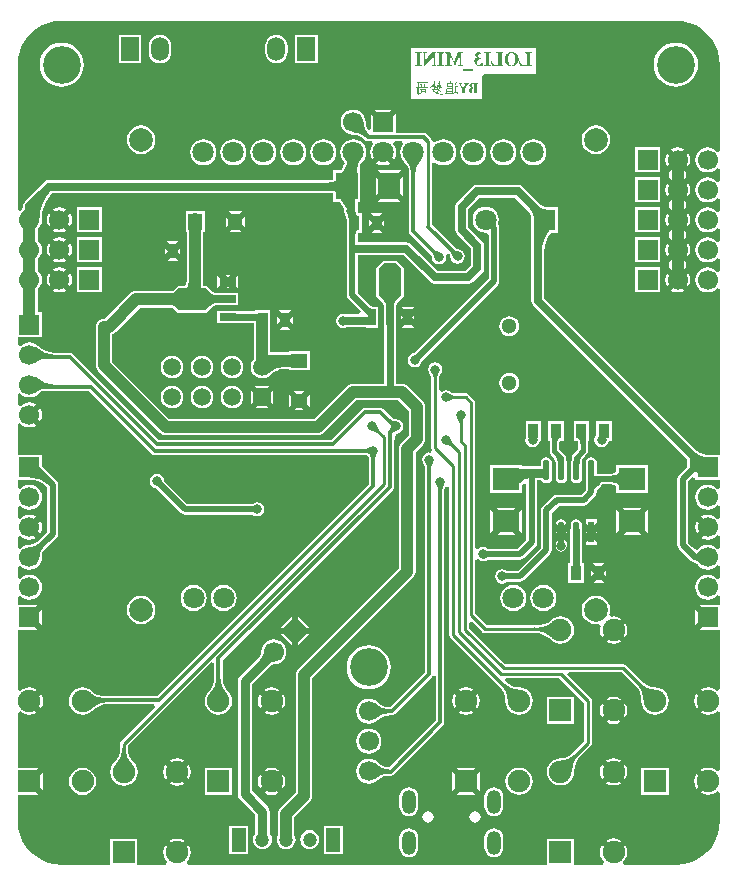
<source format=gbl>
G04*
G04 #@! TF.GenerationSoftware,Altium Limited,Altium Designer,22.2.1 (43)*
G04*
G04 Layer_Physical_Order=2*
G04 Layer_Color=15428901*
%FSLAX25Y25*%
%MOIN*%
G70*
G04*
G04 #@! TF.SameCoordinates,9C75C661-4079-485B-A4B9-5B77D2324FE1*
G04*
G04*
G04 #@! TF.FilePolarity,Positive*
G04*
G01*
G75*
%ADD11C,0.01000*%
%ADD16C,0.01575*%
%ADD20R,0.03500X0.05000*%
%ADD47C,0.01181*%
%ADD48C,0.01968*%
%ADD49C,0.03150*%
%ADD51C,0.03937*%
%ADD52C,0.07087*%
%ADD53C,0.05118*%
%ADD54C,0.12598*%
%ADD55O,0.04724X0.07874*%
%ADD56C,0.06693*%
%ADD57C,0.07480*%
%ADD58R,0.07480X0.07480*%
%ADD59R,0.06693X0.06693*%
%ADD60R,0.06693X0.06693*%
%ADD61R,0.07087X0.07087*%
%ADD62P,0.09465X4X270.0*%
%ADD63R,0.04724X0.07874*%
%ADD64C,0.04724*%
%ADD65C,0.05906*%
%ADD66R,0.05906X0.05906*%
%ADD67O,0.05906X0.07874*%
%ADD68R,0.05906X0.07874*%
%ADD69C,0.07874*%
%ADD70C,0.03150*%
%ADD71C,0.02756*%
%ADD72C,0.02362*%
%ADD73R,0.02165X0.07087*%
%ADD74O,0.02165X0.07087*%
%ADD75R,0.09000X0.07500*%
%ADD76R,0.04724X0.05512*%
%ADD77R,0.05512X0.04724*%
%ADD78R,0.07500X0.09000*%
%ADD79R,0.05512X0.02559*%
%ADD80R,0.08268X0.02559*%
G04:AMPARAMS|DCode=81|XSize=74.8mil|YSize=125.98mil|CornerRadius=0mil|HoleSize=0mil|Usage=FLASHONLY|Rotation=90.000|XOffset=0mil|YOffset=0mil|HoleType=Round|Shape=Octagon|*
%AMOCTAGOND81*
4,1,8,-0.06299,-0.01870,-0.06299,0.01870,-0.04429,0.03740,0.04429,0.03740,0.06299,0.01870,0.06299,-0.01870,0.04429,-0.03740,-0.04429,-0.03740,-0.06299,-0.01870,0.0*
%
%ADD81OCTAGOND81*%

%ADD82R,0.02559X0.05512*%
%ADD83R,0.02559X0.08268*%
G04:AMPARAMS|DCode=84|XSize=74.8mil|YSize=125.98mil|CornerRadius=0mil|HoleSize=0mil|Usage=FLASHONLY|Rotation=0.000|XOffset=0mil|YOffset=0mil|HoleType=Round|Shape=Octagon|*
%AMOCTAGOND84*
4,1,8,-0.01870,0.06299,0.01870,0.06299,0.03740,0.04429,0.03740,-0.04429,0.01870,-0.06299,-0.01870,-0.06299,-0.03740,-0.04429,-0.03740,0.04429,-0.01870,0.06299,0.0*
%
%ADD84OCTAGOND84*%

G36*
X222773Y282271D02*
X225017Y281732D01*
X227149Y280849D01*
X229116Y279643D01*
X230871Y278144D01*
X232370Y276390D01*
X233576Y274422D01*
X234459Y272290D01*
X234997Y270046D01*
X235174Y267802D01*
X235163Y267746D01*
Y239098D01*
X234216Y238776D01*
X234013Y239040D01*
X233150Y239703D01*
X232144Y240120D01*
X231065Y240262D01*
X229986Y240120D01*
X228980Y239703D01*
X228116Y239040D01*
X227454Y238177D01*
X227037Y237171D01*
X226895Y236092D01*
X227037Y235013D01*
X227454Y234007D01*
X228116Y233144D01*
X228980Y232481D01*
X229986Y232065D01*
X231065Y231923D01*
X232144Y232065D01*
X233150Y232481D01*
X234013Y233144D01*
X234216Y233408D01*
X235163Y233087D01*
Y229098D01*
X234216Y228776D01*
X234013Y229040D01*
X233150Y229703D01*
X232144Y230120D01*
X231065Y230262D01*
X229986Y230120D01*
X228980Y229703D01*
X228116Y229040D01*
X227454Y228177D01*
X227037Y227171D01*
X226895Y226092D01*
X227037Y225013D01*
X227454Y224007D01*
X228116Y223144D01*
X228980Y222481D01*
X229986Y222065D01*
X231065Y221923D01*
X232144Y222065D01*
X233150Y222481D01*
X234013Y223144D01*
X234216Y223408D01*
X235163Y223087D01*
Y219098D01*
X234216Y218776D01*
X234013Y219040D01*
X233150Y219703D01*
X232144Y220120D01*
X231065Y220262D01*
X229986Y220120D01*
X228980Y219703D01*
X228116Y219040D01*
X227454Y218177D01*
X227037Y217171D01*
X226895Y216092D01*
X227037Y215013D01*
X227454Y214007D01*
X228116Y213144D01*
X228980Y212481D01*
X229986Y212065D01*
X231065Y211923D01*
X232144Y212065D01*
X233150Y212481D01*
X234013Y213144D01*
X234216Y213408D01*
X235163Y213087D01*
Y209098D01*
X234216Y208776D01*
X234013Y209040D01*
X233150Y209703D01*
X232144Y210120D01*
X231065Y210262D01*
X229986Y210120D01*
X228980Y209703D01*
X228116Y209040D01*
X227454Y208177D01*
X227037Y207171D01*
X226895Y206092D01*
X227037Y205013D01*
X227454Y204007D01*
X228116Y203144D01*
X228980Y202481D01*
X229986Y202065D01*
X231065Y201923D01*
X232144Y202065D01*
X233150Y202481D01*
X234013Y203144D01*
X234216Y203408D01*
X235163Y203087D01*
Y199098D01*
X234216Y198776D01*
X234013Y199040D01*
X233150Y199703D01*
X232144Y200120D01*
X231065Y200262D01*
X229986Y200120D01*
X228980Y199703D01*
X228116Y199040D01*
X227454Y198177D01*
X227037Y197171D01*
X226895Y196092D01*
X227037Y195013D01*
X227454Y194007D01*
X228116Y193144D01*
X228980Y192481D01*
X229986Y192065D01*
X231065Y191923D01*
X232144Y192065D01*
X233150Y192481D01*
X234013Y193144D01*
X234216Y193408D01*
X235163Y193087D01*
Y137726D01*
X231278D01*
X231065Y137768D01*
Y137768D01*
X231028Y137736D01*
X230869Y137757D01*
X230864Y137758D01*
X230863Y137758D01*
X229714Y137909D01*
X228456Y138430D01*
X227601Y139087D01*
X176617Y190070D01*
Y205473D01*
X176728Y206881D01*
X177138Y208588D01*
X177810Y210209D01*
X178727Y211706D01*
X178793Y211783D01*
X181124D01*
Y220445D01*
X177007D01*
X176793Y220487D01*
Y220487D01*
X176767Y220465D01*
X176096Y220599D01*
X175622Y220915D01*
X174299Y222238D01*
D01*
X174299Y222238D01*
X169396Y227141D01*
X168679Y227620D01*
X167835Y227788D01*
X154154D01*
X153309Y227620D01*
X152592Y227141D01*
X147513Y222062D01*
X147034Y221346D01*
X146866Y220501D01*
Y212737D01*
X147034Y211892D01*
X147513Y211176D01*
X147513Y211176D01*
X147513Y211176D01*
X152123Y206566D01*
Y200915D01*
X150330Y199122D01*
X141065D01*
X132212Y207975D01*
X131496Y208454D01*
X130651Y208622D01*
X114364D01*
Y210652D01*
X114446Y211276D01*
X114633Y211727D01*
X115848D01*
Y218302D01*
X114633D01*
X114446Y218753D01*
X114364Y219377D01*
Y220293D01*
X114376D01*
X114364Y220419D01*
Y221957D01*
X115323D01*
Y232532D01*
X115159D01*
Y233526D01*
X115244Y234173D01*
X115547Y234906D01*
X115999Y235494D01*
X116040Y235525D01*
X116043Y235522D01*
X116086Y235585D01*
X116734Y236430D01*
X117170Y237484D01*
X117319Y238614D01*
X117170Y239745D01*
X116734Y240798D01*
X116040Y241703D01*
X115135Y242397D01*
X114081Y242833D01*
X112951Y242982D01*
X111820Y242833D01*
X110767Y242397D01*
X109862Y241703D01*
X109168Y240798D01*
X108732Y239745D01*
X108583Y238614D01*
X108732Y237484D01*
X109168Y236430D01*
X109816Y235585D01*
X109859Y235522D01*
X109862Y235525D01*
X109903Y235494D01*
X110148Y235175D01*
X110011Y234725D01*
X109072Y232968D01*
X108714Y232532D01*
X106248D01*
Y229634D01*
X105825Y229458D01*
X105015Y229352D01*
X11572D01*
X10728Y229184D01*
X10011Y228705D01*
X5262Y223956D01*
X5262Y223956D01*
Y223956D01*
X3439Y222133D01*
X2960Y221416D01*
X2792Y220572D01*
Y220423D01*
X2675Y219831D01*
X2255Y219204D01*
X2186Y219158D01*
Y219158D01*
X1085Y219291D01*
X1242Y219238D01*
X1058Y219301D01*
Y267746D01*
X1058Y267746D01*
X1058D01*
X1046Y267802D01*
X1223Y270046D01*
X1762Y272290D01*
X2645Y274422D01*
X3851Y276390D01*
X5349Y278144D01*
X7104Y279643D01*
X9072Y280849D01*
X11204Y281732D01*
X13447Y282271D01*
X15692Y282447D01*
X15748Y282436D01*
X220472D01*
X220529Y282447D01*
X222773Y282271D01*
D02*
G37*
G36*
X226931Y129941D02*
Y129458D01*
X235163D01*
Y126598D01*
X234216Y126276D01*
X234013Y126540D01*
X233150Y127203D01*
X232144Y127620D01*
X231065Y127762D01*
X229986Y127620D01*
X228980Y127203D01*
X228116Y126540D01*
X227454Y125677D01*
X227037Y124671D01*
X226895Y123592D01*
X227037Y122513D01*
X227454Y121507D01*
X228116Y120644D01*
X228980Y119981D01*
X229986Y119565D01*
X231065Y119423D01*
X232144Y119565D01*
X233150Y119981D01*
X234013Y120644D01*
X234216Y120908D01*
X235163Y120587D01*
Y116598D01*
X234216Y116276D01*
X234013Y116540D01*
X233150Y117203D01*
X232144Y117620D01*
X231065Y117762D01*
X229986Y117620D01*
X228980Y117203D01*
X228904Y117145D01*
X231761Y114288D01*
X231065Y113592D01*
X231761Y112896D01*
X228904Y110039D01*
X228980Y109981D01*
X229986Y109565D01*
X231065Y109423D01*
X232144Y109565D01*
X233150Y109981D01*
X234013Y110644D01*
X234216Y110908D01*
X235163Y110587D01*
Y106598D01*
X234216Y106276D01*
X234013Y106540D01*
X233150Y107203D01*
X232144Y107620D01*
X231065Y107762D01*
X229986Y107620D01*
X228980Y107203D01*
X228116Y106540D01*
X227835Y106174D01*
X227805Y106154D01*
X227805Y106154D01*
Y106154D01*
X227544Y105872D01*
X225889Y106978D01*
X224527Y108340D01*
Y128844D01*
X226007Y130324D01*
X226931Y129941D01*
D02*
G37*
G36*
X5000Y129424D02*
Y129424D01*
X5027Y129448D01*
X6717Y129281D01*
X8368Y128781D01*
X9890Y127967D01*
X11010Y127048D01*
X11014Y127044D01*
Y112161D01*
X7755Y108902D01*
X7754Y108903D01*
X7745Y108891D01*
X7658Y108804D01*
X6957Y108267D01*
X6013Y107876D01*
X5073Y107752D01*
X5000Y107762D01*
X3921Y107620D01*
X2915Y107203D01*
X2052Y106540D01*
X2005Y106479D01*
X1058Y106800D01*
Y110384D01*
X2005Y110705D01*
X2052Y110644D01*
X2915Y109981D01*
X3921Y109565D01*
X5000Y109423D01*
X6079Y109565D01*
X7085Y109981D01*
X7161Y110039D01*
X4304Y112896D01*
X5000Y113592D01*
X4304Y114288D01*
X7161Y117145D01*
X7085Y117203D01*
X6079Y117620D01*
X5000Y117762D01*
X3921Y117620D01*
X2915Y117203D01*
X2052Y116540D01*
X2005Y116479D01*
X1058Y116800D01*
Y120384D01*
X2005Y120705D01*
X2052Y120644D01*
X2915Y119981D01*
X3921Y119565D01*
X5000Y119423D01*
X6079Y119565D01*
X7085Y119981D01*
X7948Y120644D01*
X8611Y121507D01*
X9027Y122513D01*
X9170Y123592D01*
X9027Y124671D01*
X8611Y125677D01*
X7948Y126540D01*
X7085Y127203D01*
X6079Y127620D01*
X5000Y127762D01*
X3921Y127620D01*
X2915Y127203D01*
X2052Y126540D01*
X2005Y126479D01*
X1058Y126801D01*
Y129458D01*
X4826D01*
X5000Y129424D01*
D02*
G37*
G36*
X106128Y224847D02*
X106248Y224797D01*
Y221957D01*
X108688D01*
X109578Y220505D01*
X109890Y219750D01*
X109776Y219178D01*
X109868Y218718D01*
X109868Y218718D01*
X110108Y217927D01*
X110663Y216889D01*
X110751Y215775D01*
Y190915D01*
X110889Y190224D01*
X111280Y189638D01*
X115394Y185524D01*
X115011Y184600D01*
X110620D01*
X110594Y184617D01*
X109672Y184801D01*
X108751Y184617D01*
X107969Y184095D01*
X107447Y183314D01*
X107264Y182392D01*
X107447Y181470D01*
X107969Y180689D01*
X108751Y180167D01*
X109672Y179984D01*
X110594Y180167D01*
X110620Y180184D01*
X117200D01*
Y180062D01*
X121334D01*
Y187149D01*
X119441D01*
X119267Y187183D01*
Y187183D01*
X119263Y187180D01*
X118874Y187257D01*
X118560Y187467D01*
X114364Y191663D01*
Y204206D01*
X129736D01*
X138590Y195353D01*
X138590Y195353D01*
X138590D01*
X138590Y195353D01*
X138590D01*
X138590Y195353D01*
Y195353D01*
Y195353D01*
D01*
D01*
X138590D01*
Y195353D01*
X139306Y194874D01*
X140151Y194706D01*
X151245D01*
X152090Y194874D01*
X152806Y195353D01*
X152806Y195353D01*
X152806Y195353D01*
X155892Y198439D01*
X156370Y199155D01*
X156538Y200000D01*
Y207480D01*
X156370Y208325D01*
X155892Y209041D01*
X151282Y213652D01*
Y219586D01*
X155068Y223373D01*
X166920D01*
X171333Y218960D01*
X171877Y218251D01*
X172202Y217466D01*
Y211790D01*
X172201Y211785D01*
X172202D01*
Y205202D01*
X172196Y205131D01*
X172202D01*
Y189155D01*
X172370Y188311D01*
X172848Y187594D01*
X172848Y187594D01*
X172848Y187594D01*
X224235Y136208D01*
Y133661D01*
X221443Y130869D01*
X221052Y130283D01*
X220914Y129592D01*
X220914Y129592D01*
X220914D01*
X220914Y129592D01*
X220914D01*
Y107592D01*
X220914Y107592D01*
X220914D01*
X221052Y106901D01*
X221443Y106315D01*
X225443Y102315D01*
X226029Y101923D01*
X226720Y101786D01*
X226721Y101786D01*
Y101781D01*
X227553Y101318D01*
X227553Y101318D01*
D01*
X227553Y101318D01*
X227553Y101318D01*
X227584Y101338D01*
X227705Y101180D01*
X227805Y101031D01*
X227835Y101011D01*
X228116Y100644D01*
X228980Y99981D01*
X229986Y99565D01*
X231065Y99423D01*
X232144Y99565D01*
X233150Y99981D01*
X234013Y100644D01*
X234216Y100908D01*
X235163Y100587D01*
Y96598D01*
X234216Y96276D01*
X234013Y96540D01*
X233150Y97203D01*
X232144Y97620D01*
X231065Y97762D01*
X229986Y97620D01*
X228980Y97203D01*
X228116Y96540D01*
X227454Y95677D01*
X227037Y94671D01*
X226895Y93592D01*
X227037Y92513D01*
X227454Y91507D01*
X228116Y90644D01*
X228980Y89981D01*
X229986Y89565D01*
X231065Y89423D01*
X232144Y89565D01*
X233150Y89981D01*
X234013Y90644D01*
X234216Y90908D01*
X235163Y90587D01*
Y87726D01*
X228323D01*
X231761Y84288D01*
X231065Y83592D01*
X231761Y82896D01*
X228323Y79458D01*
X235163D01*
Y62992D01*
Y59511D01*
X234266Y59069D01*
X233504Y59653D01*
X232402Y60110D01*
X231221Y60265D01*
X230039Y60110D01*
X228937Y59653D01*
X228779Y59532D01*
X231916Y56394D01*
X231221Y55699D01*
X231916Y55002D01*
X228779Y51865D01*
X228937Y51744D01*
X230039Y51287D01*
X231221Y51132D01*
X232402Y51287D01*
X233504Y51744D01*
X234266Y52328D01*
X235163Y51886D01*
Y32739D01*
X234266Y32297D01*
X233504Y32882D01*
X232402Y33338D01*
X231221Y33493D01*
X230039Y33338D01*
X228937Y32882D01*
X228779Y32760D01*
X231916Y29623D01*
X231221Y28927D01*
X231916Y28231D01*
X228779Y25093D01*
X228937Y24972D01*
X230039Y24516D01*
X231221Y24360D01*
X232402Y24516D01*
X233504Y24972D01*
X234266Y25557D01*
X235163Y25114D01*
Y15748D01*
X235174Y15692D01*
X234997Y13447D01*
X234459Y11204D01*
X233576Y9072D01*
X232370Y7104D01*
X230871Y5349D01*
X229116Y3851D01*
X227149Y2645D01*
X225017Y1762D01*
X222773Y1223D01*
X220529Y1046D01*
X220472Y1058D01*
X203183D01*
X202861Y2005D01*
X202954Y2076D01*
X203679Y3021D01*
X204135Y4123D01*
X204291Y5305D01*
X204135Y6487D01*
X203679Y7588D01*
X203558Y7746D01*
X200420Y4609D01*
X199724Y5305D01*
X199029Y4609D01*
X195891Y7746D01*
X195770Y7588D01*
X195313Y6487D01*
X195158Y5305D01*
X195313Y4123D01*
X195770Y3021D01*
X196495Y2076D01*
X196588Y2005D01*
X196266Y1058D01*
X186536D01*
Y9832D01*
X177480D01*
Y1058D01*
X57748D01*
X57426Y2005D01*
X57442Y2017D01*
X58167Y2962D01*
X58624Y4064D01*
X58779Y5246D01*
X58624Y6428D01*
X58167Y7529D01*
X58046Y7687D01*
X54909Y4550D01*
X54212Y5246D01*
X53517Y4550D01*
X50379Y7687D01*
X50258Y7529D01*
X49801Y6428D01*
X49646Y5246D01*
X49801Y4064D01*
X50258Y2962D01*
X50983Y2017D01*
X50999Y2005D01*
X50678Y1058D01*
X41023D01*
Y9773D01*
X31968D01*
Y1058D01*
X15748D01*
X15692Y1046D01*
X13447Y1223D01*
X11204Y1762D01*
X9072Y2645D01*
X7104Y3851D01*
X5349Y5349D01*
X3851Y7104D01*
X2645Y9072D01*
X1762Y11204D01*
X1223Y13447D01*
X1046Y15692D01*
X1058Y15748D01*
Y24340D01*
X8135D01*
X4304Y28172D01*
X5000Y28868D01*
X4304Y29564D01*
X8135Y33395D01*
X1058D01*
Y51827D01*
X1955Y52269D01*
X2717Y51685D01*
X3818Y51228D01*
X5000Y51073D01*
X6182Y51228D01*
X7283Y51685D01*
X7441Y51806D01*
X4304Y54943D01*
X5000Y55639D01*
X4304Y56335D01*
X7441Y59473D01*
X7283Y59594D01*
X6182Y60050D01*
X5000Y60206D01*
X3818Y60050D01*
X2717Y59594D01*
X1955Y59009D01*
X1058Y59452D01*
Y62992D01*
X1058Y62992D01*
Y79458D01*
X7742D01*
X4304Y82896D01*
X5000Y83592D01*
X4304Y84288D01*
X7742Y87726D01*
X1058D01*
Y90384D01*
X2005Y90705D01*
X2052Y90644D01*
X2915Y89981D01*
X3921Y89565D01*
X5000Y89423D01*
X6079Y89565D01*
X7085Y89981D01*
X7948Y90644D01*
X8611Y91507D01*
X9027Y92513D01*
X9170Y93592D01*
X9027Y94671D01*
X8611Y95677D01*
X7948Y96540D01*
X7085Y97203D01*
X6079Y97620D01*
X5000Y97762D01*
X3921Y97620D01*
X2915Y97203D01*
X2052Y96540D01*
X2005Y96479D01*
X1058Y96801D01*
Y100384D01*
X2005Y100705D01*
X2052Y100644D01*
X2915Y99981D01*
X3921Y99565D01*
X5000Y99423D01*
X6079Y99565D01*
X7085Y99981D01*
X7948Y100644D01*
X8611Y101507D01*
X9027Y102513D01*
X9170Y103592D01*
X9160Y103665D01*
X9284Y104605D01*
X9675Y105550D01*
X10212Y106250D01*
X10299Y106337D01*
X10311Y106346D01*
X10310Y106347D01*
X14098Y110135D01*
X14489Y110721D01*
X14627Y111413D01*
X14627Y111413D01*
X14627Y111413D01*
Y111413D01*
Y127792D01*
D01*
Y127792D01*
X14627D01*
D01*
Y127792D01*
X14627D01*
Y127792D01*
X14627Y127792D01*
X14627Y127792D01*
D01*
D01*
D01*
D01*
X14489Y128483D01*
X14357Y128681D01*
X14357Y128681D01*
X14098Y129069D01*
Y129069D01*
X14098Y129069D01*
X13759Y129408D01*
X13761Y129411D01*
X13728Y129440D01*
X10398Y132769D01*
X10400Y132770D01*
X10384Y132783D01*
X9134Y134033D01*
Y137726D01*
X1058D01*
Y147884D01*
X2005Y148205D01*
X2052Y148144D01*
X2915Y147481D01*
X3921Y147065D01*
X5000Y146923D01*
X6079Y147065D01*
X7085Y147481D01*
X7161Y147539D01*
X4304Y150396D01*
X5000Y151092D01*
X4304Y151788D01*
X7161Y154645D01*
X7085Y154703D01*
X6079Y155120D01*
X5000Y155262D01*
X3921Y155120D01*
X2915Y154703D01*
X2052Y154040D01*
X2005Y153979D01*
X1058Y154300D01*
Y157884D01*
X2005Y158205D01*
X2052Y158144D01*
X2915Y157481D01*
X3921Y157065D01*
X5000Y156923D01*
X6079Y157065D01*
X7085Y157481D01*
X7948Y158144D01*
X7972Y158175D01*
X8533Y158606D01*
X9223Y158891D01*
X9952Y158987D01*
X10394D01*
X10492Y158977D01*
Y158987D01*
X13277D01*
X13343Y158982D01*
Y158987D01*
X25006D01*
X45895Y138099D01*
X46351Y137794D01*
X46888Y137687D01*
X116643D01*
X117172Y137682D01*
D01*
X117172D01*
X117172D01*
D01*
X117174Y137682D01*
X117174Y137682D01*
X117174D01*
X117174Y137682D01*
X117175Y137682D01*
X117542Y137609D01*
X117824Y137421D01*
X117845Y137389D01*
X117877Y137368D01*
X118065Y137086D01*
X118138Y136719D01*
X118138Y136716D01*
X118143D01*
Y127987D01*
X47653Y57497D01*
X31413D01*
Y57503D01*
X31343Y57497D01*
X29098D01*
X28019Y57639D01*
X26892Y58106D01*
X26013Y58780D01*
X25946Y58868D01*
X25000Y59594D01*
X23898Y60050D01*
X22716Y60206D01*
X21534Y60050D01*
X20433Y59594D01*
X19487Y58868D01*
X18762Y57923D01*
X18305Y56821D01*
X18150Y55639D01*
X18305Y54457D01*
X18762Y53356D01*
X19487Y52410D01*
X20433Y51685D01*
X21534Y51228D01*
X22716Y51073D01*
X23898Y51228D01*
X25000Y51685D01*
X25946Y52410D01*
X26016Y52502D01*
X27103Y53394D01*
X28444Y54111D01*
X29900Y54552D01*
X31267Y54687D01*
X46624D01*
X47006Y53763D01*
X35568Y42325D01*
X35283Y41899D01*
X35183Y41396D01*
Y39840D01*
X35164D01*
X35177Y39711D01*
X35065Y38568D01*
X34694Y37346D01*
X34092Y36219D01*
X33338Y35301D01*
X33267Y35246D01*
X32541Y34301D01*
X32085Y33199D01*
X31929Y32017D01*
X32085Y30835D01*
X32541Y29734D01*
X33267Y28788D01*
X34213Y28062D01*
X35314Y27606D01*
X36496Y27451D01*
X37678Y27606D01*
X38779Y28062D01*
X39725Y28788D01*
X40451Y29734D01*
X40907Y30835D01*
X41063Y32017D01*
X40907Y33199D01*
X40451Y34301D01*
X39725Y35246D01*
X39654Y35301D01*
X38900Y36219D01*
X38298Y37346D01*
X37927Y38568D01*
X37815Y39711D01*
X37827Y39840D01*
X37809D01*
Y40853D01*
X65663Y68708D01*
X66587Y68325D01*
Y63243D01*
X66571D01*
X66582Y63125D01*
X66475Y62033D01*
X66122Y60868D01*
X65548Y59795D01*
X64829Y58919D01*
X64763Y58868D01*
X64037Y57923D01*
X63581Y56821D01*
X63425Y55639D01*
X63581Y54457D01*
X64037Y53356D01*
X64763Y52410D01*
X65709Y51685D01*
X66810Y51228D01*
X67992Y51073D01*
X69174Y51228D01*
X70275Y51685D01*
X71221Y52410D01*
X71947Y53356D01*
X72403Y54457D01*
X72559Y55639D01*
X72403Y56821D01*
X71947Y57923D01*
X71221Y58868D01*
X71155Y58919D01*
X70436Y59795D01*
X69863Y60868D01*
X69509Y62032D01*
X69402Y63125D01*
X69414Y63243D01*
X69397D01*
Y69354D01*
X126210Y126167D01*
X126514Y126623D01*
X126621Y127161D01*
X126621Y127161D01*
X126621Y127161D01*
Y127161D01*
Y141992D01*
X127185Y144825D01*
X128107Y145009D01*
X128888Y145531D01*
X129410Y146312D01*
X129594Y147234D01*
X129410Y148155D01*
X128888Y148937D01*
X128107Y149459D01*
X127185Y149642D01*
X127088Y149623D01*
X126342Y149771D01*
X125709Y150194D01*
X122966Y152937D01*
X122510Y153242D01*
X121972Y153349D01*
X116772D01*
X116235Y153242D01*
X115779Y152937D01*
X105660Y142819D01*
X48233D01*
X19666Y171386D01*
X19210Y171690D01*
X18673Y171797D01*
X13203D01*
X11850Y171930D01*
X10415Y172366D01*
X9092Y173073D01*
X8008Y173962D01*
X7948Y174040D01*
X7085Y174703D01*
X6079Y175120D01*
X5000Y175262D01*
X3921Y175120D01*
X2915Y174703D01*
X2052Y174040D01*
X2005Y173979D01*
X1058Y174301D01*
Y176958D01*
X9134D01*
Y185226D01*
X7780D01*
Y193014D01*
X7948Y193144D01*
X8611Y194007D01*
X9027Y195013D01*
X9170Y196092D01*
X9027Y197171D01*
X8611Y198177D01*
X7948Y199040D01*
X7780Y199170D01*
Y203014D01*
X7948Y203144D01*
X8611Y204007D01*
X9027Y205013D01*
X9170Y206092D01*
X9027Y207171D01*
X8611Y208177D01*
X7948Y209040D01*
X7780Y209170D01*
Y213014D01*
X7948Y213144D01*
X8611Y214007D01*
X9027Y215013D01*
X9156Y215992D01*
X9176Y216092D01*
X9170D01*
X9153Y216220D01*
X9307Y218187D01*
X9798Y220231D01*
X10602Y222172D01*
X11700Y223964D01*
X12531Y224936D01*
X105450D01*
X106128Y224847D01*
D02*
G37*
%LPC*%
G36*
X101081Y277689D02*
X93600D01*
Y268240D01*
X101081D01*
Y277689D01*
D02*
G37*
G36*
X42222D02*
X34742D01*
Y268240D01*
X42222D01*
Y277689D01*
D02*
G37*
G36*
X87341Y277721D02*
X86364Y277593D01*
X85454Y277216D01*
X84673Y276616D01*
X84074Y275835D01*
X83697Y274925D01*
X83568Y273949D01*
Y271980D01*
X83697Y271004D01*
X84074Y270094D01*
X84673Y269313D01*
X85454Y268713D01*
X86364Y268336D01*
X87341Y268208D01*
X88317Y268336D01*
X89227Y268713D01*
X90008Y269313D01*
X90608Y270094D01*
X90984Y271004D01*
X91113Y271980D01*
Y273949D01*
X90984Y274925D01*
X90608Y275835D01*
X90008Y276616D01*
X89227Y277216D01*
X88317Y277593D01*
X87341Y277721D01*
D02*
G37*
G36*
X48482D02*
X47506Y277593D01*
X46596Y277216D01*
X45815Y276616D01*
X45215Y275835D01*
X44839Y274925D01*
X44710Y273949D01*
Y271980D01*
X44839Y271004D01*
X45215Y270094D01*
X45815Y269313D01*
X46596Y268713D01*
X47506Y268336D01*
X48482Y268208D01*
X49459Y268336D01*
X50369Y268713D01*
X51150Y269313D01*
X51749Y270094D01*
X52126Y271004D01*
X52255Y271980D01*
Y273949D01*
X52126Y274925D01*
X51749Y275835D01*
X51150Y276616D01*
X50369Y277216D01*
X49459Y277593D01*
X48482Y277721D01*
D02*
G37*
G36*
X220472Y275118D02*
X219034Y274976D01*
X217651Y274557D01*
X216377Y273875D01*
X215260Y272958D01*
X214343Y271841D01*
X213662Y270567D01*
X213242Y269184D01*
X213100Y267746D01*
X213242Y266307D01*
X213662Y264925D01*
X214343Y263650D01*
X215260Y262533D01*
X216377Y261616D01*
X217651Y260935D01*
X219034Y260515D01*
X220472Y260374D01*
X221911Y260515D01*
X223294Y260935D01*
X224568Y261616D01*
X225685Y262533D01*
X226602Y263650D01*
X227283Y264925D01*
X227703Y266307D01*
X227845Y267746D01*
X227703Y269184D01*
X227283Y270567D01*
X226602Y271841D01*
X225685Y272958D01*
X224568Y273875D01*
X223294Y274557D01*
X221911Y274976D01*
X220472Y275118D01*
D02*
G37*
G36*
X15748D02*
X14310Y274976D01*
X12927Y274557D01*
X11652Y273875D01*
X10535Y272958D01*
X9618Y271841D01*
X8937Y270567D01*
X8518Y269184D01*
X8376Y267746D01*
X8518Y266307D01*
X8937Y264925D01*
X9618Y263650D01*
X10535Y262533D01*
X11652Y261616D01*
X12927Y260935D01*
X14310Y260515D01*
X15748Y260374D01*
X17186Y260515D01*
X18569Y260935D01*
X19844Y261616D01*
X20961Y262533D01*
X21878Y263650D01*
X22559Y264925D01*
X22978Y266307D01*
X23120Y267746D01*
X22978Y269184D01*
X22559Y270567D01*
X21878Y271841D01*
X20961Y272958D01*
X19844Y273875D01*
X18569Y274557D01*
X17186Y274976D01*
X15748Y275118D01*
D02*
G37*
G36*
X173698Y273271D02*
X132180D01*
Y264514D01*
X132180D01*
Y263625D01*
X132157Y263601D01*
X132157D01*
Y256424D01*
X155801D01*
Y263601D01*
X155801D01*
Y263807D01*
X156509Y264514D01*
X173698D01*
Y273271D01*
D02*
G37*
G36*
X125693Y252748D02*
X120209D01*
X122951Y250006D01*
X125693Y252748D01*
D02*
G37*
G36*
X193817Y247513D02*
X192584Y247351D01*
X191434Y246875D01*
X190447Y246117D01*
X189690Y245131D01*
X189214Y243981D01*
X189052Y242748D01*
X189214Y241515D01*
X189690Y240365D01*
X190447Y239378D01*
X191434Y238621D01*
X192584Y238145D01*
X193817Y237983D01*
X195050Y238145D01*
X196200Y238621D01*
X197187Y239378D01*
X197944Y240365D01*
X198420Y241515D01*
X198582Y242748D01*
X198420Y243981D01*
X197944Y245131D01*
X197187Y246117D01*
X196200Y246875D01*
X195050Y247351D01*
X193817Y247513D01*
D02*
G37*
G36*
X42242D02*
X41009Y247351D01*
X39860Y246875D01*
X38873Y246117D01*
X38115Y245131D01*
X37639Y243981D01*
X37477Y242748D01*
X37639Y241515D01*
X38115Y240365D01*
X38873Y239378D01*
X39860Y238621D01*
X41009Y238145D01*
X42242Y237983D01*
X43475Y238145D01*
X44625Y238621D01*
X45612Y239378D01*
X46369Y240365D01*
X46845Y241515D01*
X47007Y242748D01*
X46845Y243981D01*
X46369Y245131D01*
X45612Y246117D01*
X44625Y246875D01*
X43475Y247351D01*
X42242Y247513D01*
D02*
G37*
G36*
X221065Y240262D02*
X219986Y240120D01*
X218980Y239703D01*
X218904Y239645D01*
X221065Y237484D01*
X223225Y239645D01*
X223149Y239703D01*
X222144Y240120D01*
X221065Y240262D01*
D02*
G37*
G36*
X172951Y242982D02*
X171820Y242833D01*
X170767Y242397D01*
X169862Y241703D01*
X169168Y240798D01*
X168732Y239745D01*
X168583Y238614D01*
X168732Y237484D01*
X169168Y236430D01*
X169862Y235525D01*
X170767Y234831D01*
X171820Y234395D01*
X172951Y234246D01*
X174081Y234395D01*
X175135Y234831D01*
X176040Y235525D01*
X176734Y236430D01*
X177170Y237484D01*
X177319Y238614D01*
X177170Y239745D01*
X176734Y240798D01*
X176040Y241703D01*
X175135Y242397D01*
X174081Y242833D01*
X172951Y242982D01*
D02*
G37*
G36*
X162951D02*
X161820Y242833D01*
X160767Y242397D01*
X159862Y241703D01*
X159168Y240798D01*
X158732Y239745D01*
X158583Y238614D01*
X158732Y237484D01*
X159168Y236430D01*
X159862Y235525D01*
X160767Y234831D01*
X161820Y234395D01*
X162951Y234246D01*
X164081Y234395D01*
X165135Y234831D01*
X166040Y235525D01*
X166734Y236430D01*
X167170Y237484D01*
X167319Y238614D01*
X167170Y239745D01*
X166734Y240798D01*
X166040Y241703D01*
X165135Y242397D01*
X164081Y242833D01*
X162951Y242982D01*
D02*
G37*
G36*
X152951D02*
X151820Y242833D01*
X150767Y242397D01*
X149862Y241703D01*
X149168Y240798D01*
X148732Y239745D01*
X148583Y238614D01*
X148732Y237484D01*
X149168Y236430D01*
X149862Y235525D01*
X150767Y234831D01*
X151820Y234395D01*
X152951Y234246D01*
X154081Y234395D01*
X155135Y234831D01*
X156040Y235525D01*
X156734Y236430D01*
X157170Y237484D01*
X157319Y238614D01*
X157170Y239745D01*
X156734Y240798D01*
X156040Y241703D01*
X155135Y242397D01*
X154081Y242833D01*
X152951Y242982D01*
D02*
G37*
G36*
X112951Y252784D02*
X111872Y252642D01*
X110866Y252225D01*
X110003Y251562D01*
X109340Y250699D01*
X108923Y249693D01*
X108781Y248614D01*
X108923Y247535D01*
X109340Y246529D01*
X110003Y245666D01*
X110866Y245003D01*
X111872Y244587D01*
X112951Y244444D01*
X113068Y244460D01*
X114315Y244296D01*
X115586Y243769D01*
X116543Y243035D01*
X116577Y243001D01*
X116654Y242908D01*
X116662Y242916D01*
X116662Y242916D01*
X116867Y242711D01*
X116867D01*
X116867Y242711D01*
X116867Y242711D01*
Y242711D01*
X117323Y242407D01*
X117860Y242300D01*
X119190D01*
X119632Y241403D01*
X119168Y240798D01*
X118732Y239745D01*
X118583Y238614D01*
X118732Y237484D01*
X119168Y236430D01*
X119258Y236313D01*
X122255Y239310D01*
X122951Y238614D01*
X123647Y239310D01*
X126644Y236313D01*
X126734Y236430D01*
X127170Y237484D01*
X127319Y238614D01*
X127170Y239745D01*
X126734Y240798D01*
X126270Y241403D01*
X126712Y242300D01*
X129190D01*
X129632Y241403D01*
X129168Y240798D01*
X128732Y239745D01*
X128583Y238614D01*
X128732Y237484D01*
X129168Y236430D01*
X129862Y235525D01*
X129973Y235440D01*
X130802Y234360D01*
X131376Y232974D01*
X131546Y231684D01*
Y231629D01*
X131532Y231486D01*
X131546D01*
Y212266D01*
X131546Y212266D01*
X131546D01*
X131653Y211728D01*
X131957Y211272D01*
X138896Y204334D01*
X138896Y204328D01*
X138895Y204327D01*
D01*
D01*
X138895Y204327D01*
D01*
D01*
X138897Y204325D01*
X138897Y204325D01*
X138897Y204325D01*
X139105Y204014D01*
X139171Y203681D01*
X139164Y203644D01*
X139347Y202722D01*
X139869Y201941D01*
X140651Y201419D01*
X141572Y201236D01*
X142494Y201419D01*
X143275Y201941D01*
X143798Y202722D01*
X143981Y203644D01*
X143832Y204393D01*
X144714Y204864D01*
X145044Y204534D01*
X145044Y204528D01*
X145043Y204527D01*
D01*
D01*
X145043Y204527D01*
D01*
D01*
X145046Y204525D01*
X145046Y204525D01*
X145046Y204525D01*
X145254Y204214D01*
X145320Y203881D01*
X145312Y203844D01*
X145496Y202922D01*
X146018Y202141D01*
X146799Y201619D01*
X147721Y201436D01*
X148643Y201619D01*
X149424Y202141D01*
X149946Y202922D01*
X150129Y203844D01*
X149946Y204766D01*
X149424Y205547D01*
X148643Y206069D01*
X147721Y206253D01*
X147684Y206245D01*
X147351Y206311D01*
X147040Y206519D01*
X147040Y206519D01*
X147040Y206519D01*
X147038Y206522D01*
X147038Y206522D01*
D01*
D01*
X147038Y206521D01*
X147037Y206521D01*
X147031Y206521D01*
X139263Y214288D01*
Y234854D01*
X140160Y235297D01*
X140767Y234831D01*
X141820Y234395D01*
X142951Y234246D01*
X144081Y234395D01*
X145135Y234831D01*
X146039Y235525D01*
X146734Y236430D01*
X147170Y237484D01*
X147319Y238614D01*
X147170Y239745D01*
X146734Y240798D01*
X146039Y241703D01*
X145135Y242397D01*
X144081Y242833D01*
X142951Y242982D01*
X141820Y242833D01*
X140767Y242397D01*
X140249Y241999D01*
X139313Y242352D01*
X139249Y242672D01*
X138944Y243128D01*
X137374Y244698D01*
X136918Y245003D01*
X136380Y245110D01*
X127085D01*
Y251356D01*
X123647Y247918D01*
X122951Y248614D01*
X122255Y247918D01*
X118817Y251356D01*
Y246203D01*
X117870Y245882D01*
X117796Y245979D01*
X117269Y247250D01*
X117105Y248497D01*
X117120Y248614D01*
X116978Y249693D01*
X116562Y250699D01*
X115899Y251562D01*
X115036Y252225D01*
X114030Y252642D01*
X112951Y252784D01*
D02*
G37*
G36*
X122951Y237222D02*
X120650Y234921D01*
X120767Y234831D01*
X121820Y234395D01*
X122951Y234246D01*
X124081Y234395D01*
X125135Y234831D01*
X125252Y234921D01*
X122951Y237222D01*
D02*
G37*
G36*
X102951Y242982D02*
X101820Y242833D01*
X100767Y242397D01*
X99862Y241703D01*
X99168Y240798D01*
X98732Y239745D01*
X98583Y238614D01*
X98732Y237484D01*
X99168Y236430D01*
X99862Y235525D01*
X100767Y234831D01*
X101820Y234395D01*
X102951Y234246D01*
X104081Y234395D01*
X105135Y234831D01*
X106040Y235525D01*
X106734Y236430D01*
X107170Y237484D01*
X107319Y238614D01*
X107170Y239745D01*
X106734Y240798D01*
X106040Y241703D01*
X105135Y242397D01*
X104081Y242833D01*
X102951Y242982D01*
D02*
G37*
G36*
X92951D02*
X91820Y242833D01*
X90767Y242397D01*
X89862Y241703D01*
X89168Y240798D01*
X88732Y239745D01*
X88583Y238614D01*
X88732Y237484D01*
X89168Y236430D01*
X89862Y235525D01*
X90767Y234831D01*
X91820Y234395D01*
X92951Y234246D01*
X94081Y234395D01*
X95135Y234831D01*
X96039Y235525D01*
X96734Y236430D01*
X97170Y237484D01*
X97319Y238614D01*
X97170Y239745D01*
X96734Y240798D01*
X96039Y241703D01*
X95135Y242397D01*
X94081Y242833D01*
X92951Y242982D01*
D02*
G37*
G36*
X82951D02*
X81820Y242833D01*
X80767Y242397D01*
X79862Y241703D01*
X79168Y240798D01*
X78732Y239745D01*
X78583Y238614D01*
X78732Y237484D01*
X79168Y236430D01*
X79862Y235525D01*
X80767Y234831D01*
X81820Y234395D01*
X82951Y234246D01*
X84081Y234395D01*
X85135Y234831D01*
X86040Y235525D01*
X86734Y236430D01*
X87170Y237484D01*
X87319Y238614D01*
X87170Y239745D01*
X86734Y240798D01*
X86040Y241703D01*
X85135Y242397D01*
X84081Y242833D01*
X82951Y242982D01*
D02*
G37*
G36*
X72951D02*
X71820Y242833D01*
X70767Y242397D01*
X69862Y241703D01*
X69168Y240798D01*
X68732Y239745D01*
X68583Y238614D01*
X68732Y237484D01*
X69168Y236430D01*
X69862Y235525D01*
X70767Y234831D01*
X71820Y234395D01*
X72951Y234246D01*
X74081Y234395D01*
X75135Y234831D01*
X76039Y235525D01*
X76734Y236430D01*
X77170Y237484D01*
X77319Y238614D01*
X77170Y239745D01*
X76734Y240798D01*
X76039Y241703D01*
X75135Y242397D01*
X74081Y242833D01*
X72951Y242982D01*
D02*
G37*
G36*
X62951D02*
X61820Y242833D01*
X60767Y242397D01*
X59862Y241703D01*
X59168Y240798D01*
X58732Y239745D01*
X58583Y238614D01*
X58732Y237484D01*
X59168Y236430D01*
X59862Y235525D01*
X60767Y234831D01*
X61820Y234395D01*
X62951Y234246D01*
X64081Y234395D01*
X65135Y234831D01*
X66040Y235525D01*
X66734Y236430D01*
X67170Y237484D01*
X67319Y238614D01*
X67170Y239745D01*
X66734Y240798D01*
X66040Y241703D01*
X65135Y242397D01*
X64081Y242833D01*
X62951Y242982D01*
D02*
G37*
G36*
X224617Y238253D02*
X222457Y236092D01*
X224617Y233931D01*
X224676Y234007D01*
X225092Y235013D01*
X225234Y236092D01*
X225092Y237171D01*
X224676Y238177D01*
X224617Y238253D01*
D02*
G37*
G36*
X217512D02*
X217454Y238177D01*
X217037Y237171D01*
X216895Y236092D01*
X217037Y235013D01*
X217454Y234007D01*
X217512Y233931D01*
X219673Y236092D01*
X217512Y238253D01*
D02*
G37*
G36*
X215199Y240226D02*
X206931D01*
Y231958D01*
X215199D01*
Y240226D01*
D02*
G37*
G36*
X128854Y232532D02*
X121063D01*
X124958Y228637D01*
X128854Y232532D01*
D02*
G37*
G36*
X221065Y234700D02*
X218285Y231921D01*
Y230264D01*
X221065Y227484D01*
X223844Y230264D01*
Y231921D01*
X221065Y234700D01*
D02*
G37*
G36*
X129496Y230390D02*
X126350Y227245D01*
X129496Y224099D01*
Y230390D01*
D02*
G37*
G36*
X120421D02*
Y224099D01*
X123566Y227245D01*
X120421Y230390D01*
D02*
G37*
G36*
X224617Y228253D02*
X222457Y226092D01*
X224617Y223931D01*
X224676Y224007D01*
X225092Y225013D01*
X225234Y226092D01*
X225092Y227171D01*
X224676Y228177D01*
X224617Y228253D01*
D02*
G37*
G36*
X217512D02*
X217454Y228177D01*
X217037Y227171D01*
X216895Y226092D01*
X217037Y225013D01*
X217454Y224007D01*
X217512Y223931D01*
X219673Y226092D01*
X217512Y228253D01*
D02*
G37*
G36*
X215199Y230226D02*
X206931D01*
Y221958D01*
X215199D01*
Y230226D01*
D02*
G37*
G36*
X124958Y225853D02*
X121063Y221957D01*
X128854D01*
X124958Y225853D01*
D02*
G37*
G36*
X221065Y224700D02*
X218285Y221920D01*
Y220264D01*
X221065Y217484D01*
X223844Y220264D01*
Y221920D01*
X221065Y224700D01*
D02*
G37*
G36*
X122686Y218302D02*
X118895D01*
X120791Y216406D01*
X122686Y218302D01*
D02*
G37*
G36*
X224617Y218253D02*
X222457Y216092D01*
X224617Y213931D01*
X224676Y214007D01*
X225092Y215013D01*
X225234Y216092D01*
X225092Y217171D01*
X224676Y218177D01*
X224617Y218253D01*
D02*
G37*
G36*
X217512D02*
X217454Y218177D01*
X217037Y217171D01*
X216895Y216092D01*
X217037Y215013D01*
X217454Y214007D01*
X217512Y213931D01*
X219673Y216092D01*
X217512Y218253D01*
D02*
G37*
G36*
X123328Y216160D02*
X122183Y215014D01*
X123328Y213869D01*
Y216160D01*
D02*
G37*
G36*
X118253D02*
Y213869D01*
X119399Y215014D01*
X118253Y216160D01*
D02*
G37*
G36*
X215199Y220226D02*
X206931D01*
Y211958D01*
X215199D01*
Y220226D01*
D02*
G37*
G36*
X120791Y213622D02*
X118895Y211727D01*
X122686D01*
X120791Y213622D01*
D02*
G37*
G36*
X221065Y214700D02*
X218285Y211920D01*
Y210264D01*
X221065Y207484D01*
X223844Y210264D01*
Y211920D01*
X221065Y214700D01*
D02*
G37*
G36*
X224617Y208253D02*
X222457Y206092D01*
X224617Y203931D01*
X224676Y204007D01*
X225092Y205013D01*
X225234Y206092D01*
X225092Y207171D01*
X224676Y208177D01*
X224617Y208253D01*
D02*
G37*
G36*
X217512D02*
X217454Y208177D01*
X217037Y207171D01*
X216895Y206092D01*
X217037Y205013D01*
X217454Y204007D01*
X217512Y203931D01*
X219673Y206092D01*
X217512Y208253D01*
D02*
G37*
G36*
X215199Y210226D02*
X206931D01*
Y201958D01*
X215199D01*
Y210226D01*
D02*
G37*
G36*
X221065Y204700D02*
X218285Y201921D01*
Y200264D01*
X221065Y197484D01*
X223844Y200264D01*
Y201921D01*
X221065Y204700D01*
D02*
G37*
G36*
X224617Y198253D02*
X222457Y196092D01*
X224617Y193931D01*
X224676Y194007D01*
X225092Y195013D01*
X225234Y196092D01*
X225092Y197171D01*
X224676Y198177D01*
X224617Y198253D01*
D02*
G37*
G36*
X217512D02*
X217454Y198177D01*
X217037Y197171D01*
X216895Y196092D01*
X217037Y195013D01*
X217454Y194007D01*
X217512Y193931D01*
X219673Y196092D01*
X217512Y198253D01*
D02*
G37*
G36*
X215199Y200226D02*
X206931D01*
Y191958D01*
X215199D01*
Y200226D01*
D02*
G37*
G36*
X221065Y194700D02*
X218904Y192540D01*
X218980Y192481D01*
X219986Y192065D01*
X221065Y191923D01*
X222144Y192065D01*
X223149Y192481D01*
X223225Y192540D01*
X221065Y194700D01*
D02*
G37*
%LPD*%
G36*
X154724Y271949D02*
X154812Y271944D01*
X154974Y271915D01*
X155122Y271870D01*
X155191Y271846D01*
X155255Y271826D01*
X155309Y271801D01*
X155358Y271777D01*
X155403Y271752D01*
X155442Y271732D01*
X155472Y271718D01*
X155491Y271703D01*
X155506Y271698D01*
X155511Y271693D01*
X155580Y271644D01*
X155649Y271590D01*
X155777Y271472D01*
X155885Y271344D01*
X155978Y271226D01*
X156018Y271172D01*
X156052Y271117D01*
X156081Y271073D01*
X156111Y271029D01*
X156131Y271000D01*
X156146Y270970D01*
X156150Y270955D01*
X156155Y270950D01*
X156023Y270877D01*
X155949Y270980D01*
X155880Y271063D01*
X155811Y271137D01*
X155752Y271196D01*
X155703Y271240D01*
X155663Y271270D01*
X155639Y271290D01*
X155629Y271295D01*
X155555Y271339D01*
X155476Y271369D01*
X155403Y271393D01*
X155329Y271408D01*
X155270Y271418D01*
X155226Y271423D01*
X155181D01*
X155083Y271413D01*
X154989Y271393D01*
X154911Y271363D01*
X154847Y271329D01*
X154792Y271290D01*
X154753Y271260D01*
X154734Y271240D01*
X154724Y271231D01*
X154665Y271157D01*
X154620Y271073D01*
X154591Y270994D01*
X154566Y270916D01*
X154556Y270847D01*
X154551Y270788D01*
X154546Y270768D01*
Y270754D01*
Y270744D01*
Y270739D01*
Y270680D01*
X154556Y270625D01*
X154581Y270527D01*
X154615Y270434D01*
X154655Y270355D01*
X154694Y270296D01*
X154728Y270247D01*
X154753Y270217D01*
X154758Y270212D01*
X154763Y270207D01*
X154851Y270133D01*
X154950Y270065D01*
X155053Y270010D01*
X155157Y269966D01*
X155245Y269927D01*
X155285Y269912D01*
X155319Y269902D01*
X155349Y269893D01*
X155368Y269887D01*
X155383Y269883D01*
X155388D01*
Y269764D01*
X155275Y269730D01*
X155166Y269696D01*
X155063Y269656D01*
X154970Y269612D01*
X154886Y269573D01*
X154802Y269528D01*
X154734Y269484D01*
X154665Y269445D01*
X154611Y269405D01*
X154561Y269366D01*
X154517Y269337D01*
X154482Y269307D01*
X154453Y269282D01*
X154433Y269263D01*
X154423Y269253D01*
X154419Y269248D01*
X154359Y269184D01*
X154305Y269115D01*
X154261Y269046D01*
X154222Y268977D01*
X154187Y268909D01*
X154163Y268840D01*
X154138Y268771D01*
X154123Y268712D01*
X154109Y268653D01*
X154099Y268599D01*
X154089Y268549D01*
X154084Y268510D01*
X154079Y268476D01*
Y268451D01*
Y268436D01*
Y268431D01*
X154089Y268308D01*
X154109Y268195D01*
X154138Y268097D01*
X154168Y268013D01*
X154202Y267944D01*
X154232Y267895D01*
X154246Y267880D01*
X154251Y267865D01*
X154261Y267861D01*
Y267856D01*
X154296Y267816D01*
X154330Y267782D01*
X154404Y267723D01*
X154478Y267683D01*
X154546Y267659D01*
X154605Y267639D01*
X154655Y267634D01*
X154674Y267629D01*
X154699D01*
X154743Y267634D01*
X154788Y267644D01*
X154832Y267664D01*
X154881Y267688D01*
X154974Y267742D01*
X155063Y267811D01*
X155142Y267880D01*
X155176Y267910D01*
X155206Y267934D01*
X155230Y267959D01*
X155250Y267979D01*
X155260Y267988D01*
X155265Y267993D01*
X155314Y268047D01*
X155349Y268082D01*
X155368Y268107D01*
X155378Y268111D01*
X155452Y268175D01*
X155526Y268220D01*
X155555Y268239D01*
X155580Y268249D01*
X155595Y268259D01*
X155599D01*
X155644Y268279D01*
X155693Y268288D01*
X155737Y268298D01*
X155777Y268308D01*
X155811D01*
X155835Y268313D01*
X155860D01*
X155929Y268308D01*
X155993Y268293D01*
X156047Y268279D01*
X156091Y268259D01*
X156131Y268234D01*
X156155Y268220D01*
X156175Y268205D01*
X156180Y268200D01*
X156219Y268156D01*
X156249Y268107D01*
X156273Y268057D01*
X156288Y268013D01*
X156298Y267974D01*
X156303Y267939D01*
Y267919D01*
Y267910D01*
X156298Y267856D01*
X156293Y267806D01*
X156259Y267718D01*
X156214Y267639D01*
X156165Y267570D01*
X156116Y267516D01*
X156072Y267482D01*
X156037Y267457D01*
X156032Y267447D01*
X156027D01*
X155914Y267388D01*
X155796Y267349D01*
X155673Y267319D01*
X155555Y267295D01*
X155501Y267290D01*
X155452Y267285D01*
X155408Y267280D01*
X155368D01*
X155339Y267275D01*
X155294D01*
X155181Y267280D01*
X155078Y267290D01*
X154980Y267300D01*
X154891Y267314D01*
X154817Y267329D01*
X154788Y267334D01*
X154763Y267344D01*
X154743Y267349D01*
X154728D01*
X154719Y267354D01*
X154714D01*
X154611Y267388D01*
X154512Y267423D01*
X154419Y267462D01*
X154340Y267501D01*
X154276Y267536D01*
X154227Y267565D01*
X154207Y267575D01*
X154192Y267585D01*
X154187Y267590D01*
X154182D01*
X154040Y267688D01*
X153912Y267792D01*
X153804Y267895D01*
X153715Y267993D01*
X153646Y268082D01*
X153617Y268121D01*
X153592Y268151D01*
X153577Y268180D01*
X153562Y268200D01*
X153553Y268210D01*
Y268215D01*
X153513Y268288D01*
X153479Y268357D01*
X153425Y268500D01*
X153385Y268638D01*
X153361Y268766D01*
X153351Y268820D01*
X153341Y268874D01*
X153336Y268918D01*
Y268958D01*
X153331Y268987D01*
Y269012D01*
Y269026D01*
Y269032D01*
X153341Y269184D01*
X153361Y269322D01*
X153390Y269440D01*
X153405Y269494D01*
X153425Y269543D01*
X153444Y269587D01*
X153459Y269627D01*
X153474Y269661D01*
X153489Y269691D01*
X153498Y269710D01*
X153508Y269725D01*
X153518Y269735D01*
Y269740D01*
X153553Y269794D01*
X153597Y269843D01*
X153685Y269937D01*
X153779Y270016D01*
X153873Y270084D01*
X153961Y270143D01*
X153996Y270163D01*
X154030Y270183D01*
X154054Y270198D01*
X154074Y270207D01*
X154089Y270217D01*
X154094D01*
X154005Y270281D01*
X153927Y270345D01*
X153863Y270409D01*
X153804Y270473D01*
X153764Y270522D01*
X153730Y270567D01*
X153710Y270596D01*
X153705Y270601D01*
Y270606D01*
X153661Y270694D01*
X153627Y270778D01*
X153602Y270862D01*
X153582Y270936D01*
X153572Y270994D01*
X153567Y271044D01*
Y271063D01*
Y271078D01*
Y271083D01*
Y271088D01*
X153572Y271162D01*
X153582Y271231D01*
X153592Y271295D01*
X153612Y271354D01*
X153661Y271462D01*
X153710Y271550D01*
X153764Y271624D01*
X153789Y271649D01*
X153813Y271673D01*
X153833Y271693D01*
X153843Y271708D01*
X153853Y271713D01*
X153858Y271718D01*
X153912Y271757D01*
X153971Y271796D01*
X154099Y271855D01*
X154227Y271895D01*
X154355Y271924D01*
X154409Y271934D01*
X154463Y271944D01*
X154512Y271949D01*
X154551D01*
X154586Y271954D01*
X154635D01*
X154724Y271949D01*
D02*
G37*
G36*
X140623Y271718D02*
X140559Y271703D01*
X140495Y271673D01*
X140436Y271639D01*
X140387Y271605D01*
X140342Y271565D01*
X140313Y271531D01*
X140288Y271511D01*
X140283Y271501D01*
X140264Y271482D01*
X140259Y271472D01*
X140052Y271216D01*
Y268146D01*
Y268082D01*
X140057Y268023D01*
X140062Y267969D01*
X140072Y267919D01*
X140082Y267875D01*
X140092Y267836D01*
X140111Y267767D01*
X140131Y267723D01*
X140151Y267688D01*
X140165Y267669D01*
X140170Y267664D01*
X140195Y267644D01*
X140224Y267624D01*
X140288Y267595D01*
X140362Y267575D01*
X140441Y267560D01*
X140510Y267550D01*
X140569Y267546D01*
X140588Y267541D01*
X140623D01*
Y267369D01*
X139152D01*
Y267541D01*
X139216Y267546D01*
X139275Y267550D01*
X139329Y267560D01*
X139373Y267565D01*
X139457Y267590D01*
X139521Y267610D01*
X139570Y267634D01*
X139600Y267649D01*
X139619Y267664D01*
X139624Y267669D01*
X139644Y267693D01*
X139664Y267723D01*
X139693Y267792D01*
X139713Y267870D01*
X139727Y267954D01*
X139737Y268028D01*
X139742Y268087D01*
Y268111D01*
Y268131D01*
Y268141D01*
Y268146D01*
Y270837D01*
X136810Y267260D01*
X136623D01*
Y271103D01*
Y271167D01*
X136618Y271226D01*
X136613Y271285D01*
X136603Y271334D01*
X136593Y271378D01*
X136584Y271418D01*
X136564Y271482D01*
X136544Y271531D01*
X136524Y271560D01*
X136510Y271580D01*
X136505Y271585D01*
X136480Y271605D01*
X136451Y271624D01*
X136382Y271659D01*
X136308Y271683D01*
X136234Y271698D01*
X136165Y271708D01*
X136106Y271713D01*
X136082Y271718D01*
X136052D01*
Y271885D01*
X137518D01*
Y271718D01*
X137454Y271713D01*
X137400Y271708D01*
X137346Y271698D01*
X137297Y271688D01*
X137218Y271669D01*
X137154Y271644D01*
X137105Y271624D01*
X137076Y271605D01*
X137056Y271590D01*
X137051Y271585D01*
X137031Y271560D01*
X137012Y271531D01*
X136982Y271462D01*
X136958Y271388D01*
X136943Y271304D01*
X136933Y271231D01*
X136928Y271172D01*
Y271147D01*
Y271127D01*
Y271117D01*
Y271113D01*
Y269036D01*
X139255Y271885D01*
X140623D01*
Y271718D01*
D02*
G37*
G36*
X149528Y271718D02*
X149464Y271713D01*
X149405Y271703D01*
X149351Y271693D01*
X149302Y271683D01*
X149223Y271664D01*
X149154Y271639D01*
X149110Y271615D01*
X149075Y271600D01*
X149056Y271585D01*
X149051Y271580D01*
X149031Y271555D01*
X149012Y271531D01*
X148982Y271467D01*
X148957Y271398D01*
X148943Y271324D01*
X148933Y271260D01*
X148928Y271206D01*
Y271182D01*
Y271167D01*
Y271157D01*
Y271152D01*
Y268151D01*
X148933Y268033D01*
X148948Y267939D01*
X148972Y267856D01*
X148992Y267792D01*
X149016Y267742D01*
X149041Y267708D01*
X149056Y267688D01*
X149061Y267683D01*
X149085Y267659D01*
X149120Y267639D01*
X149189Y267610D01*
X149267Y267580D01*
X149346Y267565D01*
X149415Y267550D01*
X149479Y267546D01*
X149499Y267541D01*
X149533D01*
Y267369D01*
X147998D01*
Y267541D01*
X148062D01*
X148126Y267546D01*
X148180Y267550D01*
X148234Y267560D01*
X148278Y267570D01*
X148318Y267580D01*
X148387Y267605D01*
X148436Y267624D01*
X148475Y267644D01*
X148495Y267659D01*
X148500Y267664D01*
X148524Y267688D01*
X148544Y267723D01*
X148574Y267796D01*
X148598Y267875D01*
X148613Y267959D01*
X148623Y268038D01*
Y268072D01*
X148628Y268102D01*
Y268126D01*
Y268146D01*
Y268156D01*
Y268161D01*
Y271221D01*
X146999Y267369D01*
X146817D01*
X145169Y271324D01*
Y268190D01*
Y268121D01*
X145174Y268057D01*
X145179Y267998D01*
X145189Y267949D01*
X145199Y267900D01*
X145208Y267861D01*
X145228Y267792D01*
X145248Y267738D01*
X145267Y267703D01*
X145282Y267683D01*
X145287Y267678D01*
X145312Y267659D01*
X145341Y267639D01*
X145410Y267605D01*
X145489Y267580D01*
X145563Y267565D01*
X145636Y267550D01*
X145695Y267546D01*
X145720Y267541D01*
X145755D01*
Y267369D01*
X143560Y267369D01*
Y267541D01*
X143624Y267546D01*
X143678Y267550D01*
X143727Y267555D01*
X143777Y267565D01*
X143855Y267585D01*
X143914Y267610D01*
X143959Y267629D01*
X143988Y267649D01*
X144008Y267664D01*
X144013Y267669D01*
X144033Y267693D01*
X144047Y267728D01*
X144077Y267806D01*
X144096Y267895D01*
X144106Y267984D01*
X144116Y268072D01*
Y268111D01*
X144121Y268141D01*
Y268170D01*
Y268190D01*
Y268205D01*
Y268210D01*
Y271113D01*
X144116Y271221D01*
X144101Y271314D01*
X144082Y271393D01*
X144062Y271452D01*
X144042Y271496D01*
X144023Y271531D01*
X144008Y271550D01*
X144003Y271555D01*
X143949Y271600D01*
X143880Y271634D01*
X143806Y271664D01*
X143732Y271683D01*
X143664Y271698D01*
X143609Y271708D01*
X143585D01*
X143570Y271713D01*
X143555D01*
Y271885D01*
X145223Y271885D01*
X146532Y268776D01*
X147845Y271885D01*
X149528D01*
Y271718D01*
D02*
G37*
G36*
X172406D02*
X172293Y271708D01*
X172199Y271688D01*
X172121Y271664D01*
X172057Y271639D01*
X172012Y271609D01*
X171978Y271590D01*
X171958Y271575D01*
X171953Y271570D01*
X171909Y271516D01*
X171880Y271447D01*
X171855Y271373D01*
X171840Y271300D01*
X171830Y271231D01*
X171826Y271177D01*
Y271152D01*
Y271137D01*
Y271127D01*
Y271123D01*
Y268170D01*
Y268107D01*
X171830Y268047D01*
X171845Y267949D01*
X171865Y267865D01*
X171889Y267796D01*
X171914Y267747D01*
X171934Y267713D01*
X171949Y267688D01*
X171953Y267683D01*
X172008Y267639D01*
X172076Y267605D01*
X172155Y267580D01*
X172229Y267560D01*
X172298Y267550D01*
X172357Y267546D01*
X172381Y267541D01*
X172411D01*
Y267369D01*
X168583D01*
X168327Y268903D01*
X168509D01*
X168554Y268780D01*
X168608Y268663D01*
X168657Y268554D01*
X168711Y268456D01*
X168760Y268367D01*
X168815Y268288D01*
X168864Y268220D01*
X168913Y268156D01*
X168962Y268097D01*
X169001Y268052D01*
X169041Y268013D01*
X169075Y267979D01*
X169100Y267954D01*
X169120Y267939D01*
X169134Y267929D01*
X169139Y267924D01*
X169218Y267875D01*
X169297Y267831D01*
X169385Y267796D01*
X169474Y267762D01*
X169567Y267738D01*
X169661Y267713D01*
X169838Y267678D01*
X169922Y267669D01*
X170000Y267659D01*
X170069Y267654D01*
X170128Y267649D01*
X170177Y267644D01*
X170305D01*
X170359Y267649D01*
X170404Y267654D01*
X170448Y267659D01*
X170522Y267669D01*
X170576Y267688D01*
X170615Y267703D01*
X170645Y267713D01*
X170659Y267723D01*
X170664Y267728D01*
X170679Y267747D01*
X170694Y267772D01*
X170719Y267836D01*
X170733Y267915D01*
X170748Y267993D01*
X170753Y268067D01*
X170758Y268131D01*
Y268156D01*
Y268175D01*
Y268185D01*
Y268190D01*
Y271123D01*
Y271186D01*
X170753Y271246D01*
X170743Y271300D01*
X170738Y271349D01*
X170728Y271393D01*
X170714Y271432D01*
X170689Y271496D01*
X170669Y271541D01*
X170645Y271570D01*
X170630Y271590D01*
X170625Y271595D01*
X170596Y271615D01*
X170561Y271634D01*
X170482Y271664D01*
X170394Y271683D01*
X170305Y271698D01*
X170222Y271708D01*
X170182Y271713D01*
X170148D01*
X170123Y271718D01*
X170084D01*
Y271885D01*
X172406D01*
Y271718D01*
D02*
G37*
G36*
X162975D02*
X162861Y271708D01*
X162768Y271688D01*
X162689Y271664D01*
X162625Y271639D01*
X162581Y271609D01*
X162546Y271590D01*
X162527Y271575D01*
X162522Y271570D01*
X162478Y271516D01*
X162448Y271447D01*
X162423Y271373D01*
X162409Y271300D01*
X162399Y271231D01*
X162394Y271177D01*
Y271152D01*
Y271137D01*
Y271127D01*
Y271123D01*
Y268170D01*
Y268107D01*
X162399Y268047D01*
X162414Y267949D01*
X162433Y267865D01*
X162458Y267796D01*
X162483Y267747D01*
X162502Y267713D01*
X162517Y267688D01*
X162522Y267683D01*
X162576Y267639D01*
X162645Y267605D01*
X162724Y267580D01*
X162797Y267560D01*
X162866Y267550D01*
X162925Y267546D01*
X162950Y267541D01*
X162979D01*
Y267369D01*
X159152D01*
X158896Y268903D01*
X159078D01*
X159122Y268780D01*
X159176Y268663D01*
X159225Y268554D01*
X159280Y268456D01*
X159329Y268367D01*
X159383Y268288D01*
X159432Y268220D01*
X159481Y268156D01*
X159530Y268097D01*
X159570Y268052D01*
X159609Y268013D01*
X159644Y267979D01*
X159668Y267954D01*
X159688Y267939D01*
X159703Y267929D01*
X159708Y267924D01*
X159786Y267875D01*
X159865Y267831D01*
X159954Y267796D01*
X160042Y267762D01*
X160136Y267738D01*
X160229Y267713D01*
X160406Y267678D01*
X160490Y267669D01*
X160569Y267659D01*
X160637Y267654D01*
X160696Y267649D01*
X160746Y267644D01*
X160874D01*
X160928Y267649D01*
X160972Y267654D01*
X161016Y267659D01*
X161090Y267669D01*
X161144Y267688D01*
X161184Y267703D01*
X161213Y267713D01*
X161228Y267723D01*
X161233Y267728D01*
X161248Y267747D01*
X161262Y267772D01*
X161287Y267836D01*
X161302Y267915D01*
X161316Y267993D01*
X161321Y268067D01*
X161326Y268131D01*
Y268156D01*
Y268175D01*
Y268185D01*
Y268190D01*
Y271123D01*
Y271186D01*
X161321Y271246D01*
X161311Y271300D01*
X161307Y271349D01*
X161297Y271393D01*
X161282Y271432D01*
X161257Y271496D01*
X161238Y271541D01*
X161213Y271570D01*
X161198Y271590D01*
X161193Y271595D01*
X161164Y271615D01*
X161129Y271634D01*
X161051Y271664D01*
X160962Y271683D01*
X160874Y271698D01*
X160790Y271708D01*
X160751Y271713D01*
X160716D01*
X160692Y271718D01*
X160652D01*
Y271885D01*
X162975D01*
Y271718D01*
D02*
G37*
G36*
X158773D02*
X158709Y271713D01*
X158650Y271708D01*
X158596Y271703D01*
X158546Y271693D01*
X158463Y271678D01*
X158399Y271654D01*
X158350Y271634D01*
X158315Y271619D01*
X158296Y271605D01*
X158291Y271600D01*
X158246Y271555D01*
X158217Y271496D01*
X158192Y271427D01*
X158177Y271363D01*
X158168Y271304D01*
X158163Y271255D01*
Y271236D01*
Y271221D01*
Y271211D01*
Y271206D01*
Y268111D01*
X158168Y268008D01*
X158182Y267915D01*
X158202Y267846D01*
X158227Y267787D01*
X158251Y267742D01*
X158271Y267713D01*
X158286Y267693D01*
X158291Y267688D01*
X158315Y267669D01*
X158350Y267649D01*
X158419Y267619D01*
X158497Y267590D01*
X158581Y267570D01*
X158655Y267555D01*
X158714Y267546D01*
X158738D01*
X158758Y267541D01*
X158773D01*
Y267369D01*
X156470D01*
Y267541D01*
X156534Y267546D01*
X156598Y267555D01*
X156652Y267565D01*
X156702Y267575D01*
X156751Y267590D01*
X156790Y267600D01*
X156859Y267624D01*
X156908Y267649D01*
X156942Y267669D01*
X156962Y267683D01*
X156967Y267688D01*
X156992Y267713D01*
X157011Y267742D01*
X157041Y267806D01*
X157065Y267880D01*
X157080Y267959D01*
X157090Y268028D01*
X157095Y268082D01*
Y268107D01*
Y268121D01*
Y268131D01*
Y268136D01*
Y271206D01*
X157090Y271304D01*
X157075Y271388D01*
X157056Y271457D01*
X157036Y271511D01*
X157016Y271550D01*
X156997Y271575D01*
X156982Y271590D01*
X156977Y271595D01*
X156952Y271615D01*
X156923Y271629D01*
X156849Y271659D01*
X156770Y271678D01*
X156687Y271693D01*
X156608Y271708D01*
X156573D01*
X156544Y271713D01*
X156519Y271718D01*
X156485D01*
Y271885D01*
X158773D01*
Y271718D01*
D02*
G37*
G36*
X143255Y271718D02*
X143191Y271713D01*
X143132Y271708D01*
X143078Y271703D01*
X143029Y271693D01*
X142945Y271678D01*
X142881Y271654D01*
X142832Y271634D01*
X142798Y271619D01*
X142778Y271605D01*
X142773Y271600D01*
X142729Y271555D01*
X142699Y271496D01*
X142675Y271427D01*
X142660Y271363D01*
X142650Y271304D01*
X142645Y271255D01*
Y271236D01*
Y271221D01*
Y271211D01*
Y271206D01*
Y268111D01*
X142650Y268008D01*
X142665Y267915D01*
X142684Y267846D01*
X142709Y267787D01*
X142734Y267742D01*
X142753Y267713D01*
X142768Y267693D01*
X142773Y267688D01*
X142798Y267669D01*
X142832Y267649D01*
X142901Y267619D01*
X142980Y267590D01*
X143063Y267570D01*
X143137Y267555D01*
X143196Y267546D01*
X143221D01*
X143240Y267541D01*
X143255D01*
Y267369D01*
X140953D01*
Y267541D01*
X141016Y267546D01*
X141080Y267555D01*
X141135Y267565D01*
X141184Y267575D01*
X141233Y267590D01*
X141272Y267600D01*
X141341Y267624D01*
X141390Y267649D01*
X141425Y267669D01*
X141445Y267683D01*
X141449Y267688D01*
X141474Y267713D01*
X141494Y267742D01*
X141523Y267806D01*
X141548Y267880D01*
X141563Y267959D01*
X141572Y268028D01*
X141577Y268082D01*
Y268107D01*
Y268121D01*
Y268131D01*
Y268136D01*
Y271206D01*
X141572Y271304D01*
X141558Y271388D01*
X141538Y271457D01*
X141518Y271511D01*
X141499Y271550D01*
X141479Y271575D01*
X141464Y271590D01*
X141459Y271595D01*
X141435Y271614D01*
X141405Y271629D01*
X141331Y271659D01*
X141253Y271678D01*
X141169Y271693D01*
X141090Y271708D01*
X141056D01*
X141026Y271713D01*
X141002Y271718D01*
X140967D01*
Y271885D01*
X143255D01*
Y271718D01*
D02*
G37*
G36*
X135782D02*
X135718Y271713D01*
X135659Y271708D01*
X135605Y271703D01*
X135555Y271693D01*
X135472Y271678D01*
X135408Y271654D01*
X135359Y271634D01*
X135324Y271619D01*
X135304Y271605D01*
X135300Y271600D01*
X135255Y271555D01*
X135226Y271496D01*
X135201Y271427D01*
X135186Y271363D01*
X135177Y271304D01*
X135171Y271255D01*
Y271236D01*
Y271221D01*
Y271211D01*
Y271206D01*
Y268111D01*
X135177Y268008D01*
X135191Y267915D01*
X135211Y267846D01*
X135236Y267787D01*
X135260Y267742D01*
X135280Y267713D01*
X135294Y267693D01*
X135300Y267688D01*
X135324Y267669D01*
X135359Y267649D01*
X135427Y267619D01*
X135506Y267590D01*
X135590Y267570D01*
X135663Y267555D01*
X135723Y267546D01*
X135747D01*
X135767Y267541D01*
X135782D01*
Y267369D01*
X133479D01*
Y267541D01*
X133543Y267546D01*
X133607Y267555D01*
X133661Y267565D01*
X133710Y267575D01*
X133759Y267590D01*
X133799Y267600D01*
X133868Y267624D01*
X133917Y267649D01*
X133951Y267669D01*
X133971Y267683D01*
X133976Y267688D01*
X134001Y267713D01*
X134020Y267742D01*
X134050Y267806D01*
X134074Y267880D01*
X134089Y267959D01*
X134099Y268028D01*
X134104Y268082D01*
Y268107D01*
Y268121D01*
Y268131D01*
Y268136D01*
Y271206D01*
X134099Y271304D01*
X134084Y271388D01*
X134064Y271457D01*
X134045Y271511D01*
X134025Y271550D01*
X134005Y271575D01*
X133991Y271590D01*
X133986Y271595D01*
X133961Y271614D01*
X133932Y271629D01*
X133858Y271659D01*
X133779Y271678D01*
X133695Y271693D01*
X133617Y271708D01*
X133582D01*
X133553Y271713D01*
X133528Y271718D01*
X133494D01*
Y271885D01*
X135782D01*
Y271718D01*
D02*
G37*
G36*
X165872Y271984D02*
X166030Y271964D01*
X166173Y271944D01*
X166241Y271929D01*
X166300Y271915D01*
X166359Y271900D01*
X166409Y271890D01*
X166453Y271875D01*
X166492Y271865D01*
X166522Y271855D01*
X166542Y271846D01*
X166556Y271841D01*
X166561D01*
X166704Y271782D01*
X166842Y271713D01*
X166960Y271644D01*
X167063Y271575D01*
X167112Y271546D01*
X167151Y271516D01*
X167186Y271492D01*
X167216Y271467D01*
X167240Y271447D01*
X167255Y271432D01*
X167265Y271427D01*
X167270Y271423D01*
X167407Y271290D01*
X167525Y271147D01*
X167629Y271014D01*
X167712Y270886D01*
X167747Y270827D01*
X167776Y270778D01*
X167801Y270729D01*
X167821Y270690D01*
X167840Y270655D01*
X167850Y270631D01*
X167855Y270616D01*
X167860Y270611D01*
X167929Y270439D01*
X167978Y270262D01*
X168012Y270099D01*
X168027Y270020D01*
X168037Y269947D01*
X168047Y269878D01*
X168052Y269814D01*
X168057Y269760D01*
Y269710D01*
X168062Y269676D01*
Y269647D01*
Y269627D01*
Y269622D01*
X168052Y269430D01*
X168032Y269253D01*
X168017Y269169D01*
X168003Y269091D01*
X167988Y269017D01*
X167968Y268948D01*
X167954Y268884D01*
X167939Y268825D01*
X167924Y268776D01*
X167909Y268736D01*
X167894Y268702D01*
X167889Y268677D01*
X167880Y268663D01*
Y268657D01*
X167806Y268495D01*
X167722Y268353D01*
X167634Y268220D01*
X167589Y268161D01*
X167550Y268107D01*
X167511Y268057D01*
X167471Y268013D01*
X167437Y267974D01*
X167407Y267944D01*
X167388Y267919D01*
X167368Y267900D01*
X167358Y267890D01*
X167353Y267885D01*
X167230Y267777D01*
X167102Y267683D01*
X166979Y267600D01*
X166866Y267536D01*
X166812Y267506D01*
X166768Y267482D01*
X166724Y267462D01*
X166689Y267447D01*
X166659Y267432D01*
X166640Y267427D01*
X166625Y267418D01*
X166620D01*
X166468Y267364D01*
X166310Y267329D01*
X166167Y267300D01*
X166035Y267280D01*
X165976Y267275D01*
X165921Y267270D01*
X165872Y267265D01*
X165833D01*
X165798Y267260D01*
X165754D01*
X165587Y267265D01*
X165429Y267285D01*
X165282Y267309D01*
X165218Y267319D01*
X165154Y267334D01*
X165100Y267349D01*
X165051Y267364D01*
X165006Y267373D01*
X164967Y267383D01*
X164937Y267393D01*
X164918Y267403D01*
X164903Y267408D01*
X164898D01*
X164751Y267467D01*
X164613Y267536D01*
X164495Y267605D01*
X164391Y267673D01*
X164347Y267703D01*
X164308Y267733D01*
X164273Y267757D01*
X164244Y267782D01*
X164219Y267801D01*
X164205Y267816D01*
X164195Y267821D01*
X164190Y267826D01*
X164052Y267959D01*
X163934Y268097D01*
X163830Y268230D01*
X163747Y268357D01*
X163713Y268411D01*
X163683Y268466D01*
X163658Y268510D01*
X163639Y268549D01*
X163619Y268584D01*
X163609Y268608D01*
X163599Y268623D01*
Y268628D01*
X163530Y268805D01*
X163481Y268977D01*
X163442Y269145D01*
X163427Y269223D01*
X163417Y269297D01*
X163407Y269366D01*
X163402Y269430D01*
X163398Y269484D01*
Y269533D01*
X163393Y269568D01*
Y269597D01*
Y269617D01*
Y269622D01*
X163402Y269814D01*
X163422Y269991D01*
X163437Y270075D01*
X163452Y270153D01*
X163467Y270227D01*
X163486Y270296D01*
X163506Y270360D01*
X163521Y270414D01*
X163535Y270463D01*
X163550Y270502D01*
X163560Y270537D01*
X163570Y270562D01*
X163580Y270576D01*
Y270581D01*
X163653Y270744D01*
X163742Y270891D01*
X163830Y271024D01*
X163875Y271083D01*
X163914Y271137D01*
X163959Y271186D01*
X163993Y271231D01*
X164027Y271270D01*
X164057Y271304D01*
X164082Y271329D01*
X164101Y271349D01*
X164111Y271359D01*
X164116Y271363D01*
X164239Y271472D01*
X164367Y271565D01*
X164490Y271644D01*
X164603Y271708D01*
X164652Y271738D01*
X164701Y271762D01*
X164741Y271782D01*
X164775Y271796D01*
X164805Y271811D01*
X164824Y271821D01*
X164839Y271826D01*
X164844D01*
X164997Y271880D01*
X165149Y271919D01*
X165292Y271949D01*
X165425Y271969D01*
X165484Y271974D01*
X165538Y271978D01*
X165587Y271984D01*
X165626Y271988D01*
X165705D01*
X165872Y271984D01*
D02*
G37*
G36*
X152997Y265799D02*
X149666D01*
Y266463D01*
X152997D01*
Y265799D01*
D02*
G37*
G36*
X134376Y261939D02*
X137693D01*
X137487Y261665D01*
X137398Y261684D01*
X137313Y261699D01*
X137232Y261710D01*
X137162Y261717D01*
X137099Y261721D01*
X137073Y261724D01*
X134771D01*
Y261540D01*
Y261367D01*
Y261204D01*
X134774Y261053D01*
Y260913D01*
X134778Y260787D01*
Y260673D01*
Y260570D01*
X134782Y260477D01*
Y260396D01*
X134786Y260330D01*
Y260274D01*
X134789Y260237D01*
X134605D01*
X134789Y260175D01*
Y260182D01*
Y260201D01*
Y260230D01*
X134789Y260237D01*
X137845D01*
X137638Y259964D01*
X137549Y259983D01*
X137465Y259998D01*
X137387Y260009D01*
X137313Y260016D01*
X137254Y260020D01*
X137228Y260023D01*
X134693D01*
Y258352D01*
X134697Y258333D01*
X134701Y258319D01*
X134723Y258296D01*
X134756Y258278D01*
X134793Y258267D01*
X134830Y258260D01*
X134863Y258256D01*
X134893D01*
X134933Y258260D01*
X134974D01*
X135066Y258267D01*
X135166Y258274D01*
X135258Y258285D01*
X135302Y258289D01*
X135343Y258293D01*
X135380Y258296D01*
X135413Y258300D01*
X135439Y258304D01*
X135457Y258308D01*
X135476D01*
Y258145D01*
X135369Y258112D01*
X135273Y258079D01*
X135188Y258042D01*
X135118Y258009D01*
X135059Y257972D01*
X135007Y257939D01*
X134963Y257905D01*
X134930Y257872D01*
X134900Y257843D01*
X134881Y257813D01*
X134863Y257791D01*
X134852Y257769D01*
X134848Y257750D01*
X134845Y257739D01*
X134841Y257732D01*
Y257728D01*
X134749Y257761D01*
X134668Y257798D01*
X134601Y257835D01*
X134549Y257872D01*
X134509Y257905D01*
X134479Y257931D01*
X134461Y257946D01*
X134457Y257953D01*
X134417Y258005D01*
X134387Y258060D01*
X134369Y258116D01*
X134354Y258164D01*
X134346Y258208D01*
X134339Y258245D01*
Y258267D01*
Y258271D01*
Y258274D01*
Y260023D01*
X133424D01*
X133837Y260488D01*
X134110Y260237D01*
X134605D01*
X134398Y260308D01*
X134402Y260392D01*
X134406Y260488D01*
Y260595D01*
X134409Y260706D01*
Y260824D01*
X134413Y260942D01*
Y261060D01*
Y261175D01*
X134417Y261285D01*
Y261389D01*
Y261481D01*
Y261562D01*
Y261599D01*
Y261629D01*
Y261658D01*
Y261680D01*
Y261699D01*
Y261713D01*
Y261721D01*
Y261724D01*
X133730D01*
X134125Y262171D01*
X134376Y261939D01*
D02*
G37*
G36*
X145365Y262267D02*
X145369Y262219D01*
X145376Y262163D01*
X145387Y262108D01*
X145416Y261983D01*
X145450Y261857D01*
X145465Y261798D01*
X145483Y261743D01*
X145498Y261691D01*
X145509Y261647D01*
X145524Y261610D01*
X145531Y261584D01*
X145535Y261566D01*
X145538Y261558D01*
X145889D01*
X146221Y261713D01*
X146213Y261455D01*
X146210Y261193D01*
Y261068D01*
X146206Y260942D01*
Y260824D01*
Y260713D01*
X146203Y260610D01*
Y260518D01*
Y260433D01*
Y260363D01*
Y260333D01*
Y260304D01*
Y260282D01*
Y260263D01*
Y260248D01*
Y260237D01*
Y260230D01*
Y260226D01*
Y260075D01*
Y259920D01*
X146206Y259610D01*
Y259455D01*
X146210Y259308D01*
Y259167D01*
Y259031D01*
X146213Y258905D01*
Y258791D01*
X146217Y258691D01*
Y258647D01*
Y258603D01*
Y258566D01*
X146221Y258533D01*
Y258503D01*
Y258481D01*
Y258463D01*
Y258448D01*
Y258444D01*
X146210Y258440D01*
X145852Y258547D01*
Y258802D01*
X144328D01*
Y258496D01*
X143959Y258647D01*
X143963Y258721D01*
X143966Y258802D01*
X143970Y258964D01*
X143974Y259134D01*
Y259215D01*
Y259293D01*
X143977Y259366D01*
Y259433D01*
Y259496D01*
Y259547D01*
Y259592D01*
Y259625D01*
Y259643D01*
Y259651D01*
X143804Y259824D01*
X144195Y260127D01*
X144346Y259913D01*
X145852D01*
Y260462D01*
X144501D01*
Y260252D01*
X144129Y260385D01*
X144132Y260448D01*
X144136Y260518D01*
X144140Y260665D01*
X144147Y260817D01*
Y260891D01*
Y260961D01*
Y261031D01*
X144151Y261093D01*
Y261149D01*
Y261197D01*
Y261237D01*
Y261267D01*
Y261285D01*
Y261293D01*
X143977Y261451D01*
X144365Y261750D01*
X144516Y261558D01*
X145354D01*
X145302Y261614D01*
X145254Y261665D01*
X145214Y261713D01*
X145177Y261754D01*
X145151Y261787D01*
X145129Y261813D01*
X145114Y261828D01*
X145110Y261835D01*
X145070Y261879D01*
X145033Y261920D01*
X144992Y261953D01*
X144955Y261979D01*
X144922Y262001D01*
X144896Y262020D01*
X144881Y262027D01*
X144874Y262031D01*
X145361Y262308D01*
X145365Y262267D01*
D02*
G37*
G36*
X141793Y262219D02*
X141789Y262119D01*
X141786Y262027D01*
X141782Y261946D01*
Y261868D01*
X141778Y261798D01*
Y261736D01*
Y261684D01*
X141774Y261632D01*
Y261592D01*
Y261558D01*
Y261529D01*
Y261507D01*
Y261492D01*
Y261485D01*
Y261481D01*
X142771D01*
X142564Y261208D01*
X142476Y261226D01*
X142391Y261241D01*
X142309Y261252D01*
X142236Y261260D01*
X142177Y261263D01*
X142151Y261267D01*
X141797D01*
X141867Y261130D01*
X141948Y260998D01*
X142033Y260868D01*
X142121Y260747D01*
X142214Y260629D01*
X142309Y260518D01*
X142402Y260415D01*
X142490Y260322D01*
X142579Y260234D01*
X142660Y260160D01*
X142734Y260093D01*
X142797Y260034D01*
X142848Y259990D01*
X142889Y259957D01*
X142904Y259946D01*
X142915Y259939D01*
X142918Y259931D01*
X142922D01*
X142848Y259813D01*
X142704Y259894D01*
X142571Y259979D01*
X142453Y260060D01*
X142343Y260145D01*
X142247Y260226D01*
X142158Y260304D01*
X142081Y260381D01*
X142011Y260451D01*
X141955Y260518D01*
X141904Y260580D01*
X141863Y260636D01*
X141830Y260680D01*
X141804Y260717D01*
X141789Y260747D01*
X141778Y260761D01*
X141774Y260769D01*
Y260706D01*
Y260632D01*
X141778Y260555D01*
Y260473D01*
X141782Y260300D01*
X141786Y260127D01*
X141789Y260042D01*
Y259968D01*
X141793Y259898D01*
Y259839D01*
Y259787D01*
X141797Y259750D01*
Y259735D01*
Y259724D01*
Y259721D01*
Y259717D01*
X141387Y259868D01*
X141391Y259939D01*
X141394Y260016D01*
Y260101D01*
X141398Y260189D01*
X141402Y260374D01*
Y260462D01*
Y260555D01*
X141405Y260640D01*
Y260721D01*
Y260791D01*
Y260854D01*
Y260905D01*
Y260946D01*
Y260961D01*
Y260972D01*
Y260975D01*
Y260979D01*
X141354Y260913D01*
X141302Y260839D01*
X141254Y260769D01*
X141210Y260702D01*
X141173Y260647D01*
X141158Y260621D01*
X141144Y260599D01*
X141132Y260584D01*
X141125Y260570D01*
X141118Y260562D01*
Y260558D01*
X141092Y260514D01*
X141062Y260481D01*
X141036Y260459D01*
X141011Y260444D01*
X140992Y260433D01*
X140974Y260429D01*
X140963Y260426D01*
X140959D01*
X140933Y260429D01*
X140911Y260444D01*
X140889Y260466D01*
X140870Y260488D01*
X140859Y260510D01*
X140848Y260533D01*
X140845Y260547D01*
X140841Y260551D01*
X140826Y260595D01*
X140811Y260636D01*
X140804Y260665D01*
X140800Y260695D01*
X140797Y260717D01*
X140793Y260732D01*
Y260739D01*
Y260743D01*
X140797Y260784D01*
X140811Y260824D01*
X140826Y260861D01*
X140848Y260891D01*
X140867Y260916D01*
X140885Y260935D01*
X140900Y260949D01*
X140904Y260953D01*
X140926Y260972D01*
X140955Y260990D01*
X140989Y261009D01*
X141025Y261027D01*
X141110Y261064D01*
X141195Y261093D01*
X141276Y261119D01*
X141309Y261130D01*
X141343Y261141D01*
X141369Y261149D01*
X141387Y261156D01*
X141402Y261160D01*
X141405D01*
Y261267D01*
X140697D01*
X141073Y261695D01*
X141306Y261481D01*
X141405D01*
Y261902D01*
X141232Y262071D01*
X141797Y262326D01*
X141793Y262219D01*
D02*
G37*
G36*
X140110Y262186D02*
X140107Y262079D01*
Y261983D01*
X140103Y261894D01*
Y261820D01*
X140099Y261750D01*
Y261695D01*
Y261643D01*
X140095Y261603D01*
Y261566D01*
Y261536D01*
Y261518D01*
Y261499D01*
Y261488D01*
Y261485D01*
Y261481D01*
X140782D01*
X140594Y261226D01*
X140398Y261267D01*
X140169D01*
X140225Y261149D01*
X140287Y261038D01*
X140354Y260931D01*
X140424Y260828D01*
X140498Y260732D01*
X140571Y260640D01*
X140645Y260555D01*
X140715Y260477D01*
X140782Y260407D01*
X140845Y260344D01*
X140904Y260289D01*
X140952Y260245D01*
X140992Y260208D01*
X141025Y260182D01*
X141044Y260167D01*
X141051Y260160D01*
X141011Y260095D01*
X140960Y260051D01*
X140870Y260101D01*
X140771Y260164D01*
X140679Y260226D01*
X140594Y260293D01*
X140513Y260359D01*
X140439Y260429D01*
X140376Y260492D01*
X140317Y260555D01*
X140265Y260617D01*
X140221Y260669D01*
X140180Y260721D01*
X140151Y260761D01*
X140125Y260798D01*
X140110Y260824D01*
X140099Y260839D01*
X140095Y260846D01*
Y260776D01*
Y260699D01*
Y260614D01*
X140099Y260529D01*
X140103Y260348D01*
Y260256D01*
Y260167D01*
X140107Y260086D01*
Y260009D01*
X140110Y259939D01*
Y259876D01*
X140114Y259824D01*
Y259787D01*
Y259772D01*
Y259761D01*
Y259758D01*
Y259754D01*
X139704Y259909D01*
X139712Y260042D01*
X139716Y260175D01*
X139719Y260300D01*
Y260359D01*
Y260418D01*
X139723Y260470D01*
Y260518D01*
Y260558D01*
Y260595D01*
Y260625D01*
Y260647D01*
Y260662D01*
Y260665D01*
Y261267D01*
X139686Y261127D01*
X139634Y260994D01*
X139579Y260872D01*
X139513Y260754D01*
X139442Y260647D01*
X139369Y260547D01*
X139295Y260459D01*
X139221Y260378D01*
X139147Y260304D01*
X139081Y260241D01*
X139014Y260186D01*
X138959Y260141D01*
X138915Y260104D01*
X138878Y260082D01*
X138856Y260064D01*
X138852Y260060D01*
X138848D01*
X138833Y260090D01*
X138811Y260119D01*
X138786Y260141D01*
X138756Y260164D01*
X138690Y260197D01*
X138619Y260223D01*
X138553Y260241D01*
X138524Y260245D01*
X138498Y260248D01*
X138476Y260252D01*
X138457Y260256D01*
X138442D01*
Y260396D01*
X138590Y260451D01*
X138730Y260510D01*
X138856Y260577D01*
X138977Y260647D01*
X139084Y260717D01*
X139184Y260791D01*
X139273Y260861D01*
X139350Y260931D01*
X139420Y261001D01*
X139479Y261064D01*
X139531Y261119D01*
X139571Y261167D01*
X139605Y261211D01*
X139627Y261241D01*
X139642Y261260D01*
X139645Y261267D01*
X138575D01*
X138974Y261713D01*
X139225Y261481D01*
X139723D01*
Y261898D01*
X139531Y262049D01*
X140114Y262304D01*
X140110Y262186D01*
D02*
G37*
G36*
X147579Y261998D02*
X147535Y261927D01*
X147494Y261861D01*
X147457Y261798D01*
X147424Y261739D01*
X147391Y261680D01*
X147365Y261629D01*
X147343Y261577D01*
X147320Y261533D01*
X147306Y261492D01*
X147291Y261455D01*
X147280Y261422D01*
X147269Y261396D01*
X147262Y261378D01*
X147258Y261359D01*
X147254Y261352D01*
Y261348D01*
X147239Y261300D01*
X147225Y261256D01*
X147210Y261219D01*
X147195Y261189D01*
X147180Y261160D01*
X147166Y261138D01*
X147151Y261119D01*
X147136Y261104D01*
X147110Y261086D01*
X147088Y261075D01*
X147073Y261071D01*
X147070D01*
X147044Y261075D01*
X147018Y261086D01*
X146996Y261101D01*
X146970Y261119D01*
X146948Y261134D01*
X146933Y261149D01*
X146922Y261160D01*
X146918Y261164D01*
X146889Y261200D01*
X146867Y261245D01*
X146848Y261293D01*
X146837Y261337D01*
X146830Y261378D01*
X146826Y261411D01*
Y261433D01*
Y261437D01*
Y261440D01*
X146830Y261473D01*
X146834Y261507D01*
X146856Y261569D01*
X146885Y261625D01*
X146918Y261673D01*
X146951Y261710D01*
X146981Y261739D01*
X147003Y261758D01*
X147007Y261765D01*
X147011D01*
X147081Y261820D01*
X147158Y261876D01*
X147236Y261927D01*
X147310Y261975D01*
X147372Y262016D01*
X147402Y262031D01*
X147424Y262046D01*
X147446Y262060D01*
X147461Y262068D01*
X147468Y262075D01*
X147472D01*
X147579Y261998D01*
D02*
G37*
G36*
X135756Y261440D02*
X136616D01*
X136966Y261595D01*
X136959Y261466D01*
X136955Y261344D01*
Y261289D01*
X136952Y261237D01*
Y261186D01*
Y261141D01*
X136948Y261101D01*
Y261068D01*
Y261034D01*
Y261009D01*
Y260990D01*
Y260972D01*
Y260964D01*
Y260961D01*
Y260857D01*
X136952Y260750D01*
X136955Y260647D01*
Y260551D01*
X136959Y260507D01*
Y260466D01*
X136963Y260433D01*
Y260403D01*
X136966Y260378D01*
Y260359D01*
Y260348D01*
Y260344D01*
X136575Y260433D01*
Y260577D01*
X135764D01*
Y260403D01*
X135391Y260536D01*
X135398Y260662D01*
X135402Y260784D01*
X135409Y260891D01*
Y260939D01*
Y260986D01*
Y261027D01*
X135413Y261064D01*
Y261097D01*
Y261123D01*
Y261145D01*
Y261160D01*
Y261171D01*
Y261175D01*
X135258Y261333D01*
X135583Y261614D01*
X135756Y261440D01*
D02*
G37*
G36*
X147191Y260544D02*
X147981D01*
X147771Y260271D01*
X147686Y260289D01*
X147612Y260304D01*
X147549Y260315D01*
X147494Y260322D01*
X147453Y260326D01*
X147420Y260330D01*
X147195D01*
Y258879D01*
X147350Y258806D01*
X147494Y258724D01*
X147560Y258684D01*
X147627Y258640D01*
X147689Y258599D01*
X147745Y258558D01*
X147797Y258522D01*
X147841Y258485D01*
X147881Y258455D01*
X147918Y258429D01*
X147944Y258403D01*
X147963Y258389D01*
X147977Y258378D01*
X147981Y258374D01*
X147645Y258057D01*
X147597Y258134D01*
X147542Y258212D01*
X147487Y258285D01*
X147435Y258348D01*
X147387Y258403D01*
X147369Y258429D01*
X147350Y258448D01*
X147335Y258463D01*
X147324Y258473D01*
X147320Y258481D01*
X147317Y258485D01*
X147280Y258522D01*
X147243Y258555D01*
X147213Y258584D01*
X147184Y258610D01*
X147158Y258629D01*
X147136Y258647D01*
X147096Y258673D01*
X147066Y258688D01*
X147047Y258691D01*
X147036Y258695D01*
X147033D01*
X147018Y258691D01*
X147000Y258684D01*
X146977Y258669D01*
X146955Y258654D01*
X146907Y258614D01*
X146859Y258570D01*
X146815Y258525D01*
X146778Y258488D01*
X146763Y258473D01*
X146752Y258463D01*
X146749Y258455D01*
X146745Y258451D01*
X146653Y258363D01*
X146553Y258285D01*
X146453Y258223D01*
X146365Y258171D01*
X146321Y258149D01*
X146284Y258130D01*
X146250Y258116D01*
X146221Y258101D01*
X146195Y258090D01*
X146177Y258086D01*
X146166Y258079D01*
X146162D01*
X146096Y258057D01*
X146025Y258038D01*
X145874Y258005D01*
X145723Y257979D01*
X145649Y257968D01*
X145579Y257957D01*
X145509Y257950D01*
X145450Y257942D01*
X145394Y257935D01*
X145343Y257931D01*
X145306Y257927D01*
X145276D01*
X145258Y257924D01*
X145250D01*
X145140Y257916D01*
X145025Y257909D01*
X144904Y257905D01*
X144782Y257902D01*
X144538Y257894D01*
X144420Y257891D01*
X144306Y257887D01*
X144103D01*
X144014Y257883D01*
X143789D01*
X143782Y257931D01*
X143767Y257972D01*
X143749Y258009D01*
X143723Y258046D01*
X143693Y258075D01*
X143660Y258101D01*
X143590Y258145D01*
X143524Y258178D01*
X143490Y258189D01*
X143465Y258201D01*
X143439Y258208D01*
X143420Y258212D01*
X143409Y258215D01*
X143405D01*
Y258385D01*
X143597Y258363D01*
X143782Y258348D01*
X143959Y258333D01*
X144129Y258322D01*
X144287Y258311D01*
X144439Y258304D01*
X144583Y258300D01*
X144712Y258296D01*
X144830Y258293D01*
X144937D01*
X145025Y258289D01*
X145103D01*
X145136Y258293D01*
X145247D01*
X145394Y258300D01*
X145527Y258311D01*
X145653Y258322D01*
X145767Y258337D01*
X145867Y258355D01*
X145959Y258374D01*
X146044Y258392D01*
X146114Y258411D01*
X146180Y258429D01*
X146210Y258440D01*
X146221Y258437D01*
Y258440D01*
Y258444D01*
X146232Y258448D01*
X146276Y258463D01*
X146313Y258477D01*
X146343Y258488D01*
X146361Y258499D01*
X146372Y258503D01*
X146376Y258507D01*
X146431Y258544D01*
X146487Y258577D01*
X146535Y258610D01*
X146582Y258643D01*
X146623Y258673D01*
X146664Y258702D01*
X146726Y258758D01*
X146778Y258802D01*
X146815Y258839D01*
X146837Y258861D01*
X146841Y258865D01*
X146844Y258868D01*
Y260278D01*
X146671Y260433D01*
X147040Y260758D01*
X147191Y260544D01*
D02*
G37*
G36*
X141214Y260009D02*
X141328Y259846D01*
X141446Y259691D01*
X141575Y259544D01*
X141704Y259403D01*
X141833Y259274D01*
X141963Y259156D01*
X142088Y259049D01*
X142206Y258950D01*
X142317Y258865D01*
X142417Y258791D01*
X142461Y258758D01*
X142505Y258732D01*
X142542Y258706D01*
X142575Y258680D01*
X142605Y258662D01*
X142631Y258647D01*
X142649Y258632D01*
X142664Y258625D01*
X142671Y258621D01*
X142675Y258617D01*
X142605Y258492D01*
X142468Y258547D01*
X142335Y258614D01*
X142202Y258688D01*
X142070Y258765D01*
X141944Y258846D01*
X141822Y258927D01*
X141704Y259012D01*
X141597Y259093D01*
X141548Y259132D01*
X141605Y259193D01*
X141509Y259304D01*
X141505Y259300D01*
X141487Y259296D01*
X141464Y259285D01*
X141435Y259271D01*
X141398Y259252D01*
X141397Y259252D01*
X141324Y259315D01*
X141258Y259370D01*
X141202Y259422D01*
X141180Y259440D01*
X141162Y259459D01*
X141147Y259470D01*
X141136Y259481D01*
X141132Y259485D01*
X141129Y259488D01*
X139616D01*
X139701Y259378D01*
X139789Y259271D01*
X139882Y259171D01*
X139977Y259075D01*
X140077Y258983D01*
X140177Y258902D01*
X140273Y258824D01*
X140365Y258754D01*
X140453Y258688D01*
X140535Y258632D01*
X140608Y258584D01*
X140671Y258544D01*
X140723Y258510D01*
X140763Y258488D01*
X140778Y258481D01*
X140789Y258473D01*
X140793Y258470D01*
X140797D01*
X140944Y258396D01*
X141103Y258326D01*
X141269Y258263D01*
X141439Y258204D01*
X141616Y258149D01*
X141789Y258101D01*
X141959Y258057D01*
X142121Y258020D01*
X142280Y257986D01*
X142424Y257957D01*
X142490Y257946D01*
X142553Y257935D01*
X142612Y257924D01*
X142664Y257913D01*
X142712Y257905D01*
X142756Y257898D01*
X142793Y257894D01*
X142826Y257887D01*
X142852Y257883D01*
X142870D01*
X142882Y257879D01*
X142885D01*
X142856Y257710D01*
X142712Y257721D01*
X142571Y257736D01*
X142435Y257750D01*
X142306Y257769D01*
X142180Y257784D01*
X142059Y257802D01*
X141940Y257824D01*
X141830Y257846D01*
X141719Y257865D01*
X141620Y257887D01*
X141520Y257909D01*
X141428Y257935D01*
X141335Y257957D01*
X141254Y257979D01*
X141173Y258001D01*
X141099Y258027D01*
X141025Y258049D01*
X140963Y258071D01*
X140900Y258090D01*
X140845Y258112D01*
X140789Y258130D01*
X140741Y258149D01*
X140701Y258167D01*
X140660Y258186D01*
X140627Y258201D01*
X140597Y258212D01*
X140571Y258223D01*
X140553Y258234D01*
X140535Y258241D01*
X140524Y258248D01*
X140520Y258252D01*
X140516D01*
X140372Y258333D01*
X140239Y258422D01*
X140110Y258514D01*
X139989Y258606D01*
X139874Y258702D01*
X139767Y258795D01*
X139667Y258887D01*
X139579Y258975D01*
X139498Y259060D01*
X139428Y259138D01*
X139369Y259204D01*
X139317Y259263D01*
X139276Y259315D01*
X139247Y259352D01*
X139239Y259363D01*
X139232Y259374D01*
X139225Y259378D01*
Y259381D01*
X139014Y259503D01*
X139394Y259894D01*
X139605Y259702D01*
X141003D01*
X140948Y259728D01*
X140893Y259750D01*
X140837Y259769D01*
X140786Y259784D01*
X140745Y259791D01*
X140708Y259798D01*
X140686Y259806D01*
X140679D01*
X140960Y260051D01*
X140977Y260042D01*
X141011Y260095D01*
X141110Y260182D01*
X141214Y260009D01*
D02*
G37*
G36*
X151431Y261466D02*
X151380Y261455D01*
X151335Y261440D01*
X151298Y261426D01*
X151265Y261411D01*
X151239Y261396D01*
X151217Y261381D01*
X151206Y261374D01*
X151202Y261370D01*
X151165Y261337D01*
X151129Y261296D01*
X151095Y261248D01*
X151062Y261200D01*
X151033Y261156D01*
X151011Y261119D01*
X150999Y261104D01*
X150992Y261093D01*
X150988Y261086D01*
Y261082D01*
X150140Y259536D01*
Y258806D01*
Y258758D01*
X150143Y258713D01*
X150154Y258640D01*
X150169Y258577D01*
X150188Y258525D01*
X150206Y258488D01*
X150221Y258463D01*
X150232Y258448D01*
X150236Y258444D01*
X150254Y258426D01*
X150276Y258411D01*
X150328Y258385D01*
X150383Y258366D01*
X150442Y258352D01*
X150494Y258344D01*
X150538Y258341D01*
X150557Y258337D01*
X150579D01*
Y258208D01*
X148896D01*
Y258337D01*
X148944Y258341D01*
X148985Y258344D01*
X149025Y258352D01*
X149062Y258359D01*
X149125Y258374D01*
X149173Y258392D01*
X149206Y258407D01*
X149232Y258422D01*
X149247Y258433D01*
X149250Y258437D01*
X149265Y258455D01*
X149280Y258481D01*
X149302Y258533D01*
X149317Y258595D01*
X149328Y258654D01*
X149335Y258713D01*
Y258739D01*
X149339Y258761D01*
Y258780D01*
Y258795D01*
Y258802D01*
Y258806D01*
Y259721D01*
X148487Y261119D01*
X148446Y261178D01*
X148409Y261230D01*
X148376Y261274D01*
X148346Y261311D01*
X148320Y261337D01*
X148298Y261355D01*
X148287Y261367D01*
X148284Y261370D01*
X148247Y261396D01*
X148206Y261418D01*
X148169Y261437D01*
X148136Y261448D01*
X148110Y261455D01*
X148084Y261459D01*
X148070Y261462D01*
X148066D01*
Y261595D01*
X149140D01*
Y261462D01*
X149118D01*
X149051Y261459D01*
X148996Y261455D01*
X148948Y261444D01*
X148907Y261433D01*
X148878Y261422D01*
X148856Y261415D01*
X148841Y261407D01*
X148837Y261403D01*
X148804Y261381D01*
X148782Y261355D01*
X148763Y261326D01*
X148752Y261300D01*
X148745Y261274D01*
X148741Y261256D01*
Y261241D01*
Y261237D01*
X148745Y261193D01*
X148756Y261149D01*
X148760Y261130D01*
X148767Y261116D01*
X148771Y261104D01*
Y261101D01*
X148796Y261042D01*
X148822Y260986D01*
X148837Y260961D01*
X148845Y260942D01*
X148852Y260931D01*
X148856Y260927D01*
X149487Y259883D01*
X150114Y261119D01*
X150132Y261156D01*
X150147Y261189D01*
X150158Y261211D01*
X150162Y261215D01*
Y261219D01*
X150169Y261252D01*
X150173Y261278D01*
X150177Y261296D01*
Y261304D01*
X150173Y261333D01*
X150162Y261355D01*
X150151Y261378D01*
X150132Y261392D01*
X150118Y261407D01*
X150107Y261415D01*
X150095Y261422D01*
X150092D01*
X150055Y261437D01*
X150014Y261444D01*
X149970Y261451D01*
X149926Y261459D01*
X149889D01*
X149859Y261462D01*
X149796D01*
Y261595D01*
X151431D01*
Y261466D01*
D02*
G37*
G36*
X141405Y259245D02*
X141498Y259171D01*
X141548Y259132D01*
X141546Y259130D01*
X141490Y259071D01*
X141439Y259012D01*
X141394Y258961D01*
X141354Y258909D01*
X141317Y258857D01*
X141287Y258813D01*
X141258Y258772D01*
X141236Y258735D01*
X141214Y258702D01*
X141199Y258673D01*
X141184Y258647D01*
X141173Y258629D01*
X141166Y258614D01*
X141162Y258606D01*
Y258603D01*
X141147Y258566D01*
X141136Y258536D01*
X141121Y258507D01*
X141107Y258485D01*
X141081Y258448D01*
X141055Y258422D01*
X141033Y258407D01*
X141014Y258400D01*
X141003Y258396D01*
X141000D01*
X140981Y258400D01*
X140959Y258415D01*
X140940Y258433D01*
X140922Y258459D01*
X140904Y258481D01*
X140893Y258499D01*
X140885Y258514D01*
X140882Y258518D01*
X140859Y258562D01*
X140841Y258606D01*
X140830Y258643D01*
X140819Y258673D01*
X140815Y258699D01*
X140811Y258721D01*
Y258732D01*
Y258735D01*
X140815Y258776D01*
X140830Y258820D01*
X140848Y258857D01*
X140867Y258894D01*
X140889Y258927D01*
X140907Y258950D01*
X140922Y258968D01*
X140926Y258972D01*
X140952Y258998D01*
X140985Y259023D01*
X141022Y259049D01*
X141066Y259075D01*
X141162Y259130D01*
X141262Y259186D01*
X141309Y259208D01*
X141354Y259234D01*
X141397Y259252D01*
X141405Y259245D01*
D02*
G37*
G36*
X135775Y259662D02*
X136749D01*
X137099Y259817D01*
X137092Y259669D01*
X137088Y259533D01*
Y259470D01*
X137084Y259407D01*
Y259348D01*
Y259296D01*
X137081Y259248D01*
Y259204D01*
Y259167D01*
Y259134D01*
Y259108D01*
Y259090D01*
Y259079D01*
Y259075D01*
Y258946D01*
X137084Y258817D01*
X137088Y258691D01*
Y258632D01*
Y258581D01*
X137092Y258529D01*
Y258481D01*
X137096Y258440D01*
Y258403D01*
X137099Y258378D01*
Y258355D01*
Y258341D01*
Y258337D01*
X136712Y258466D01*
Y258721D01*
X135764D01*
Y258392D01*
X135391Y258525D01*
X135395Y258584D01*
X135398Y258647D01*
X135402Y258713D01*
Y258784D01*
X135409Y258924D01*
Y259064D01*
Y259127D01*
X135413Y259186D01*
Y259241D01*
Y259285D01*
Y259326D01*
Y259352D01*
Y259370D01*
Y259378D01*
X135240Y259533D01*
X135601Y259835D01*
X135775Y259662D01*
D02*
G37*
G36*
X154509Y261470D02*
X154461D01*
X154420Y261466D01*
X154379Y261459D01*
X154346Y261455D01*
X154284Y261437D01*
X154239Y261418D01*
X154202Y261400D01*
X154180Y261381D01*
X154165Y261370D01*
X154162Y261367D01*
X154147Y261344D01*
X154132Y261318D01*
X154110Y261256D01*
X154092Y261189D01*
X154081Y261119D01*
X154073Y261053D01*
Y261023D01*
X154070Y260998D01*
Y260975D01*
Y260961D01*
Y260949D01*
Y260946D01*
Y258817D01*
Y258769D01*
X154073Y258721D01*
X154077Y258680D01*
X154084Y258643D01*
X154099Y258581D01*
X154114Y258529D01*
X154132Y258488D01*
X154147Y258463D01*
X154158Y258448D01*
X154162Y258444D01*
X154180Y258426D01*
X154202Y258411D01*
X154254Y258389D01*
X154309Y258366D01*
X154368Y258355D01*
X154420Y258344D01*
X154464Y258341D01*
X154483Y258337D01*
X154505D01*
Y258208D01*
X152859D01*
X152745Y258212D01*
X152634Y258219D01*
X152531Y258230D01*
X152439Y258248D01*
X152350Y258267D01*
X152269Y258289D01*
X152195Y258315D01*
X152125Y258337D01*
X152066Y258363D01*
X152014Y258385D01*
X151970Y258407D01*
X151937Y258426D01*
X151907Y258444D01*
X151885Y258455D01*
X151874Y258463D01*
X151870Y258466D01*
X151808Y258518D01*
X151752Y258573D01*
X151704Y258629D01*
X151664Y258688D01*
X151627Y258747D01*
X151601Y258806D01*
X151575Y258865D01*
X151557Y258924D01*
X151542Y258975D01*
X151531Y259027D01*
X151523Y259071D01*
X151516Y259108D01*
Y259141D01*
X151512Y259167D01*
Y259182D01*
Y259186D01*
X151516Y259248D01*
X151523Y259308D01*
X151534Y259363D01*
X151549Y259415D01*
X151568Y259462D01*
X151590Y259510D01*
X151612Y259551D01*
X151634Y259588D01*
X151656Y259621D01*
X151678Y259651D01*
X151701Y259677D01*
X151719Y259699D01*
X151734Y259713D01*
X151745Y259724D01*
X151752Y259732D01*
X151756Y259735D01*
X151804Y259776D01*
X151859Y259809D01*
X151915Y259842D01*
X151974Y259876D01*
X152099Y259927D01*
X152217Y259972D01*
X152276Y259990D01*
X152328Y260005D01*
X152376Y260016D01*
X152416Y260027D01*
X152450Y260034D01*
X152476Y260042D01*
X152490Y260046D01*
X152498D01*
X152424Y260060D01*
X152354Y260079D01*
X152287Y260097D01*
X152228Y260119D01*
X152173Y260141D01*
X152121Y260164D01*
X152077Y260186D01*
X152033Y260208D01*
X151999Y260230D01*
X151966Y260248D01*
X151940Y260267D01*
X151918Y260282D01*
X151903Y260293D01*
X151892Y260304D01*
X151885Y260308D01*
X151881Y260311D01*
X151845Y260348D01*
X151815Y260389D01*
X151785Y260429D01*
X151763Y260470D01*
X151726Y260555D01*
X151704Y260636D01*
X151690Y260706D01*
X151686Y260736D01*
X151682Y260761D01*
X151678Y260784D01*
Y260798D01*
Y260809D01*
Y260813D01*
X151682Y260883D01*
X151693Y260949D01*
X151708Y261009D01*
X151730Y261068D01*
X151756Y261119D01*
X151782Y261167D01*
X151815Y261208D01*
X151845Y261248D01*
X151874Y261282D01*
X151903Y261311D01*
X151933Y261337D01*
X151959Y261359D01*
X151981Y261374D01*
X151996Y261389D01*
X152007Y261392D01*
X152011Y261396D01*
X152077Y261433D01*
X152147Y261462D01*
X152225Y261488D01*
X152302Y261510D01*
X152464Y261547D01*
X152546Y261558D01*
X152623Y261569D01*
X152697Y261580D01*
X152763Y261584D01*
X152826Y261588D01*
X152878Y261592D01*
X152922Y261595D01*
X154509D01*
Y261470D01*
D02*
G37*
%LPC*%
G36*
X165784Y271762D02*
X165759D01*
X165656Y271757D01*
X165562Y271738D01*
X165469Y271713D01*
X165385Y271673D01*
X165306Y271634D01*
X165238Y271585D01*
X165174Y271536D01*
X165115Y271482D01*
X165060Y271427D01*
X165016Y271378D01*
X164977Y271329D01*
X164947Y271290D01*
X164923Y271255D01*
X164903Y271226D01*
X164893Y271206D01*
X164888Y271201D01*
X164834Y271093D01*
X164785Y270975D01*
X164741Y270847D01*
X164706Y270719D01*
X164677Y270586D01*
X164652Y270453D01*
X164628Y270325D01*
X164613Y270202D01*
X164598Y270084D01*
X164588Y269976D01*
X164583Y269878D01*
X164578Y269789D01*
X164574Y269720D01*
Y269666D01*
Y269647D01*
Y269632D01*
Y269627D01*
Y269622D01*
X164578Y269430D01*
X164588Y269248D01*
X164598Y269081D01*
X164618Y268923D01*
X164642Y268780D01*
X164667Y268648D01*
X164691Y268530D01*
X164716Y268426D01*
X164746Y268328D01*
X164770Y268249D01*
X164795Y268180D01*
X164820Y268121D01*
X164839Y268082D01*
X164849Y268047D01*
X164859Y268028D01*
X164864Y268023D01*
X164918Y267929D01*
X164982Y267846D01*
X165046Y267772D01*
X165115Y267713D01*
X165189Y267659D01*
X165257Y267619D01*
X165326Y267580D01*
X165395Y267555D01*
X165459Y267531D01*
X165523Y267516D01*
X165577Y267501D01*
X165621Y267496D01*
X165661Y267492D01*
X165690Y267487D01*
X165715D01*
X165818Y267492D01*
X165912Y267511D01*
X166005Y267536D01*
X166089Y267575D01*
X166167Y267615D01*
X166236Y267664D01*
X166300Y267713D01*
X166359Y267767D01*
X166413Y267816D01*
X166458Y267865D01*
X166497Y267915D01*
X166527Y267954D01*
X166551Y267993D01*
X166571Y268018D01*
X166581Y268038D01*
X166586Y268042D01*
X166640Y268151D01*
X166689Y268274D01*
X166728Y268397D01*
X166763Y268525D01*
X166792Y268657D01*
X166822Y268790D01*
X166842Y268918D01*
X166856Y269041D01*
X166871Y269159D01*
X166881Y269272D01*
X166886Y269371D01*
X166891Y269455D01*
X166896Y269524D01*
Y269578D01*
Y269597D01*
Y269612D01*
Y269617D01*
Y269622D01*
X166891Y269814D01*
X166881Y269996D01*
X166871Y270163D01*
X166851Y270321D01*
X166832Y270463D01*
X166807Y270596D01*
X166778Y270714D01*
X166753Y270822D01*
X166728Y270916D01*
X166699Y270994D01*
X166674Y271063D01*
X166655Y271123D01*
X166635Y271167D01*
X166620Y271196D01*
X166615Y271216D01*
X166610Y271221D01*
X166551Y271314D01*
X166492Y271398D01*
X166423Y271472D01*
X166355Y271536D01*
X166286Y271585D01*
X166217Y271629D01*
X166148Y271664D01*
X166079Y271693D01*
X166015Y271718D01*
X165951Y271732D01*
X165897Y271747D01*
X165853Y271752D01*
X165813Y271757D01*
X165784Y271762D01*
D02*
G37*
G36*
X145852Y261344D02*
X144501D01*
Y260677D01*
X145852D01*
Y261344D01*
D02*
G37*
G36*
Y259699D02*
X144328D01*
Y259016D01*
X145852D01*
Y259699D01*
D02*
G37*
G36*
X136575Y261226D02*
X135764D01*
Y260791D01*
X136575D01*
Y261226D01*
D02*
G37*
G36*
X136712Y259448D02*
X135764D01*
Y258935D01*
X136712D01*
Y259448D01*
D02*
G37*
G36*
X153040Y261433D02*
X152970D01*
X152926Y261426D01*
X152845Y261407D01*
X152778Y261381D01*
X152723Y261355D01*
X152682Y261326D01*
X152653Y261300D01*
X152638Y261282D01*
X152630Y261278D01*
Y261274D01*
X152608Y261241D01*
X152590Y261208D01*
X152560Y261130D01*
X152538Y261046D01*
X152523Y260964D01*
X152516Y260891D01*
X152512Y260857D01*
X152509Y260828D01*
Y260806D01*
Y260787D01*
Y260776D01*
Y260772D01*
Y260702D01*
X152516Y260640D01*
X152523Y260580D01*
X152534Y260525D01*
X152546Y260477D01*
X152560Y260433D01*
X152571Y260392D01*
X152586Y260359D01*
X152601Y260330D01*
X152616Y260304D01*
X152630Y260282D01*
X152641Y260263D01*
X152653Y260252D01*
X152660Y260241D01*
X152664Y260237D01*
X152667Y260234D01*
X152701Y260208D01*
X152737Y260182D01*
X152778Y260164D01*
X152822Y260145D01*
X152915Y260119D01*
X153007Y260101D01*
X153051Y260093D01*
X153092Y260090D01*
X153129Y260086D01*
X153162D01*
X153191Y260082D01*
X153269D01*
Y261112D01*
X153265Y261182D01*
X153261Y261241D01*
X153254Y261285D01*
X153243Y261322D01*
X153232Y261344D01*
X153225Y261363D01*
X153221Y261370D01*
X153217Y261374D01*
X153195Y261392D01*
X153165Y261407D01*
X153132Y261418D01*
X153099Y261426D01*
X153066Y261429D01*
X153040Y261433D01*
D02*
G37*
G36*
X153188Y259931D02*
X153158D01*
X153084Y259927D01*
X153014Y259924D01*
X152948Y259916D01*
X152889Y259905D01*
X152837Y259891D01*
X152785Y259876D01*
X152745Y259861D01*
X152704Y259842D01*
X152671Y259828D01*
X152641Y259809D01*
X152619Y259795D01*
X152597Y259784D01*
X152583Y259769D01*
X152571Y259761D01*
X152568Y259758D01*
X152564Y259754D01*
X152534Y259717D01*
X152505Y259680D01*
X152483Y259636D01*
X152461Y259588D01*
X152431Y259488D01*
X152409Y259392D01*
X152402Y259344D01*
X152394Y259304D01*
X152391Y259263D01*
Y259230D01*
X152387Y259201D01*
Y259178D01*
Y259164D01*
Y259160D01*
Y259082D01*
X152394Y259012D01*
X152398Y258950D01*
X152409Y258891D01*
X152420Y258835D01*
X152431Y258787D01*
X152442Y258743D01*
X152453Y258702D01*
X152468Y258669D01*
X152479Y258640D01*
X152490Y258617D01*
X152501Y258595D01*
X152512Y258581D01*
X152516Y258570D01*
X152523Y258566D01*
Y258562D01*
X152549Y258533D01*
X152583Y258507D01*
X152653Y258463D01*
X152726Y258433D01*
X152800Y258411D01*
X152870Y258400D01*
X152900Y258392D01*
X152926D01*
X152948Y258389D01*
X152977D01*
X153036Y258392D01*
X153088Y258400D01*
X153129Y258411D01*
X153158Y258426D01*
X153180Y258437D01*
X153199Y258448D01*
X153206Y258455D01*
X153210Y258459D01*
X153221Y258473D01*
X153228Y258492D01*
X153243Y258540D01*
X153254Y258595D01*
X153261Y258651D01*
X153265Y258702D01*
X153269Y258747D01*
Y258761D01*
Y258776D01*
Y258784D01*
Y258787D01*
Y259927D01*
X153214D01*
X153188Y259931D01*
D02*
G37*
G36*
X227512Y115753D02*
X227454Y115677D01*
X227037Y114671D01*
X226895Y113592D01*
X227037Y112513D01*
X227454Y111507D01*
X227512Y111431D01*
X229673Y113592D01*
X227512Y115753D01*
D02*
G37*
G36*
X8553D02*
X6392Y113592D01*
X8553Y111431D01*
X8611Y111507D01*
X9027Y112513D01*
X9170Y113592D01*
X9027Y114671D01*
X8611Y115677D01*
X8553Y115753D01*
D02*
G37*
G36*
X15000Y220262D02*
X13921Y220120D01*
X12915Y219703D01*
X12839Y219645D01*
X15000Y217484D01*
X17161Y219645D01*
X17085Y219703D01*
X16079Y220120D01*
X15000Y220262D01*
D02*
G37*
G36*
X75761Y218951D02*
X71458D01*
X73609Y216800D01*
X75761Y218951D01*
D02*
G37*
G36*
X18553Y218253D02*
X16392Y216092D01*
X18553Y213931D01*
X18611Y214007D01*
X19027Y215013D01*
X19170Y216092D01*
X19027Y217171D01*
X18611Y218177D01*
X18553Y218253D01*
D02*
G37*
G36*
X11447D02*
X11389Y218177D01*
X10972Y217171D01*
X10830Y216092D01*
X10972Y215013D01*
X11389Y214007D01*
X11447Y213931D01*
X13608Y216092D01*
X11447Y218253D01*
D02*
G37*
G36*
X76759Y217166D02*
X75001Y215408D01*
X76759Y213650D01*
Y217166D01*
D02*
G37*
G36*
X70460D02*
Y213650D01*
X72218Y215408D01*
X70460Y217166D01*
D02*
G37*
G36*
X29134Y220226D02*
X20866D01*
Y211958D01*
X29134D01*
Y220226D01*
D02*
G37*
G36*
X15000Y214700D02*
X12839Y212540D01*
X12915Y212481D01*
X13921Y212065D01*
X15000Y211923D01*
X16079Y212065D01*
X17085Y212481D01*
X17161Y212540D01*
X15000Y214700D01*
D02*
G37*
G36*
X73609Y214016D02*
X71458Y211865D01*
X75761D01*
X73609Y214016D01*
D02*
G37*
G36*
X15000Y210262D02*
X13921Y210120D01*
X12915Y209703D01*
X12839Y209645D01*
X15000Y207484D01*
X17161Y209645D01*
X17085Y209703D01*
X16079Y210120D01*
X15000Y210262D01*
D02*
G37*
G36*
X54606Y208901D02*
X50816D01*
X52711Y207006D01*
X54606Y208901D01*
D02*
G37*
G36*
X55248Y206759D02*
X54103Y205614D01*
X55248Y204468D01*
Y206759D01*
D02*
G37*
G36*
X50174D02*
Y204468D01*
X51319Y205614D01*
X50174Y206759D01*
D02*
G37*
G36*
X18553Y208253D02*
X16392Y206092D01*
X18553Y203931D01*
X18611Y204007D01*
X19027Y205013D01*
X19170Y206092D01*
X19027Y207171D01*
X18611Y208177D01*
X18553Y208253D01*
D02*
G37*
G36*
X11447D02*
X11389Y208177D01*
X10972Y207171D01*
X10830Y206092D01*
X10972Y205013D01*
X11389Y204007D01*
X11447Y203931D01*
X13608Y206092D01*
X11447Y208253D01*
D02*
G37*
G36*
X52711Y204222D02*
X50816Y202326D01*
X54606D01*
X52711Y204222D01*
D02*
G37*
G36*
X29134Y210226D02*
X20866D01*
Y201958D01*
X29134D01*
Y210226D01*
D02*
G37*
G36*
X15000Y204700D02*
X12839Y202539D01*
X12915Y202481D01*
X13921Y202065D01*
X15000Y201923D01*
X16079Y202065D01*
X17085Y202481D01*
X17161Y202539D01*
X15000Y204700D01*
D02*
G37*
G36*
Y200262D02*
X13921Y200120D01*
X12915Y199703D01*
X12839Y199645D01*
X15000Y197484D01*
X17161Y199645D01*
X17085Y199703D01*
X16079Y200120D01*
X15000Y200262D01*
D02*
G37*
G36*
X71710Y197565D02*
X70360D01*
X71035Y196890D01*
X71710Y197565D01*
D02*
G37*
G36*
X157108Y220482D02*
X155978Y220333D01*
X154924Y219897D01*
X154020Y219203D01*
X153325Y218298D01*
X152889Y217245D01*
X152740Y216114D01*
X152889Y214984D01*
X153325Y213930D01*
X154020Y213025D01*
X154924Y212331D01*
X155978Y211895D01*
X157108Y211746D01*
X157284Y211769D01*
X158036Y211110D01*
Y196417D01*
X133282Y171663D01*
X132543Y171517D01*
X131762Y170994D01*
X131239Y170213D01*
X131056Y169291D01*
X131239Y168370D01*
X131762Y167588D01*
X132543Y167066D01*
X133465Y166883D01*
X134386Y167066D01*
X135168Y167588D01*
X135690Y168370D01*
X135837Y169109D01*
X161120Y194392D01*
X161120Y194392D01*
X161120Y194392D01*
X161511Y194978D01*
X161649Y195669D01*
Y211584D01*
Y213380D01*
X161511Y214071D01*
X161165Y214590D01*
X161328Y214984D01*
X161476Y216114D01*
X161328Y217245D01*
X160891Y218298D01*
X160197Y219203D01*
X159292Y219897D01*
X158239Y220333D01*
X157108Y220482D01*
D02*
G37*
G36*
X18553Y198253D02*
X16392Y196092D01*
X18553Y193931D01*
X18611Y194007D01*
X19027Y195013D01*
X19170Y196092D01*
X19027Y197171D01*
X18611Y198177D01*
X18553Y198253D01*
D02*
G37*
G36*
X11447D02*
X11389Y198177D01*
X10972Y197171D01*
X10830Y196092D01*
X10972Y195013D01*
X11389Y194007D01*
X11447Y193931D01*
X13608Y196092D01*
X11447Y198253D01*
D02*
G37*
G36*
X74579Y197565D02*
X74494D01*
X72427Y195498D01*
X74494Y193431D01*
X74579D01*
Y197565D01*
D02*
G37*
G36*
X71035Y194106D02*
X70360Y193431D01*
X71710D01*
X71035Y194106D01*
D02*
G37*
G36*
X67577Y197565D02*
X67492D01*
Y193431D01*
X67577D01*
X69643Y195498D01*
X67577Y197565D01*
D02*
G37*
G36*
X60158Y219010D02*
X59715Y218951D01*
X57074D01*
Y211865D01*
X57378D01*
Y205797D01*
X57378Y205797D01*
Y195743D01*
X57243Y194717D01*
X56995Y194120D01*
X54526D01*
X52841Y192435D01*
X52556Y192378D01*
X52513Y192382D01*
Y192372D01*
X40648D01*
X39929Y192277D01*
X39258Y191999D01*
X38682Y191558D01*
X30249Y183124D01*
X29872D01*
X29153Y183029D01*
X28483Y182751D01*
X27907Y182310D01*
X27465Y181734D01*
X27187Y181063D01*
X27093Y180344D01*
Y167593D01*
X27093Y167593D01*
X27093D01*
X27187Y166873D01*
X27465Y166203D01*
X27907Y165627D01*
X48485Y145049D01*
X48485Y145049D01*
X48485D01*
X48485Y145048D01*
X48485D01*
X48485Y145048D01*
Y145048D01*
Y145048D01*
D01*
D01*
X48485D01*
Y145048D01*
X49061Y144607D01*
X49535Y144410D01*
X49731Y144329D01*
X50451Y144234D01*
X101214D01*
X101933Y144329D01*
X102604Y144607D01*
X103179Y145048D01*
X103179Y145048D01*
X103179Y145048D01*
X114002Y155871D01*
X128002D01*
X131394Y152480D01*
Y144054D01*
X128960Y141621D01*
X128518Y141045D01*
X128240Y140375D01*
X128146Y139655D01*
Y99862D01*
X94609Y66325D01*
X94168Y65750D01*
X93890Y65079D01*
X93795Y64360D01*
Y25255D01*
X88586Y20046D01*
X88144Y19470D01*
X87866Y18800D01*
X87771Y18080D01*
Y10968D01*
X87483Y10271D01*
X87374Y9449D01*
X87483Y8627D01*
X87800Y7860D01*
X88305Y7203D01*
X88963Y6698D01*
X89729Y6380D01*
X90551Y6272D01*
X91373Y6380D01*
X92140Y6698D01*
X92797Y7203D01*
X93302Y7860D01*
X93620Y8627D01*
X93728Y9449D01*
X93620Y10271D01*
X93331Y10968D01*
Y16929D01*
X98540Y22138D01*
X98982Y22714D01*
X99260Y23384D01*
X99354Y24104D01*
X99354Y24104D01*
X99354Y24104D01*
Y24104D01*
Y63209D01*
X132891Y96745D01*
X133332Y97320D01*
X133610Y97991D01*
X133705Y98710D01*
X133705Y98710D01*
X133705Y98710D01*
Y98710D01*
Y138504D01*
X136139Y140938D01*
X136581Y141513D01*
X136858Y142184D01*
X136953Y142903D01*
Y153631D01*
X136858Y154351D01*
X136581Y155021D01*
X136139Y155597D01*
X131119Y160617D01*
X130543Y161058D01*
X129873Y161336D01*
X129154Y161431D01*
X127180D01*
Y179971D01*
X127239D01*
Y187633D01*
X127304Y187789D01*
X127389Y187899D01*
X127572Y188341D01*
X129700Y190469D01*
Y200115D01*
X127436Y202379D01*
X122909D01*
X120645Y200115D01*
Y190469D01*
X122773Y188341D01*
X122956Y187899D01*
X123041Y187789D01*
X123106Y187633D01*
Y179971D01*
X123165D01*
Y161431D01*
X112851D01*
X112131Y161336D01*
X111461Y161058D01*
X110885Y160617D01*
X100062Y149794D01*
X51602D01*
X32652Y168744D01*
Y177880D01*
X32790Y177937D01*
X33365Y178378D01*
X33647Y178660D01*
X33790Y178770D01*
X33774Y178787D01*
X41799Y186812D01*
X52513D01*
Y186802D01*
X52556Y186806D01*
X52841Y186750D01*
X54526Y185065D01*
X64172D01*
X66300Y187193D01*
X66742Y187376D01*
X66852Y187461D01*
X67008Y187525D01*
X74670D01*
Y191659D01*
X67008D01*
X66852Y191724D01*
X66742Y191808D01*
X66300Y191991D01*
X64172Y194120D01*
X62937D01*
Y195582D01*
X62961Y195821D01*
X62937D01*
Y205797D01*
X62937Y205797D01*
Y211865D01*
X63373D01*
Y218951D01*
X60600D01*
X60158Y219010D01*
D02*
G37*
G36*
X29134Y200226D02*
X20866D01*
Y191958D01*
X29134D01*
Y200226D01*
D02*
G37*
G36*
X15000Y194700D02*
X12839Y192540D01*
X12915Y192481D01*
X13921Y192065D01*
X15000Y191923D01*
X16079Y192065D01*
X17085Y192481D01*
X17161Y192540D01*
X15000Y194700D01*
D02*
G37*
G36*
X85248Y185902D02*
X80173D01*
Y185694D01*
X74579D01*
Y185754D01*
X67492D01*
Y181620D01*
X74579D01*
Y181679D01*
X79797D01*
Y169541D01*
X79310Y168906D01*
X78933Y167996D01*
X78804Y167020D01*
X78933Y166043D01*
X79310Y165133D01*
X79909Y164352D01*
X80691Y163753D01*
X81600Y163376D01*
X82577Y163247D01*
X83553Y163376D01*
X84463Y163753D01*
X85244Y164352D01*
X85283Y164402D01*
X86244Y165191D01*
X87396Y165806D01*
X88645Y166186D01*
X89886Y166308D01*
X91373D01*
Y165938D01*
X98460D01*
Y172237D01*
X91373D01*
Y171867D01*
X89945D01*
Y171881D01*
X89768Y171867D01*
X85356D01*
Y181974D01*
X85262Y182693D01*
X85248Y182727D01*
Y185902D01*
D02*
G37*
G36*
X133145Y187149D02*
X129011D01*
Y187064D01*
X131078Y184997D01*
X133145Y187064D01*
Y187149D01*
D02*
G37*
G36*
X92086Y185902D02*
X88295D01*
X90191Y184006D01*
X92086Y185902D01*
D02*
G37*
G36*
X133145Y184281D02*
X132470Y183606D01*
X133145Y182931D01*
Y184281D01*
D02*
G37*
G36*
X129011D02*
Y182931D01*
X129686Y183606D01*
X129011Y184281D01*
D02*
G37*
G36*
X92728Y183760D02*
X91583Y182614D01*
X92728Y181469D01*
Y183760D01*
D02*
G37*
G36*
X87653D02*
Y181469D01*
X88799Y182614D01*
X87653Y183760D01*
D02*
G37*
G36*
X131078Y182214D02*
X129011Y180147D01*
Y180062D01*
X133145D01*
Y180147D01*
X131078Y182214D01*
D02*
G37*
G36*
X90191Y181222D02*
X88295Y179327D01*
X92086D01*
X90191Y181222D01*
D02*
G37*
G36*
X164976Y183947D02*
X164102Y183832D01*
X163288Y183495D01*
X162589Y182958D01*
X162053Y182259D01*
X161716Y181445D01*
X161601Y180572D01*
X161716Y179698D01*
X162053Y178884D01*
X162589Y178185D01*
X163288Y177648D01*
X164102Y177311D01*
X164976Y177196D01*
X165850Y177311D01*
X166664Y177648D01*
X167363Y178185D01*
X167899Y178884D01*
X168236Y179698D01*
X168351Y180572D01*
X168236Y181445D01*
X167899Y182259D01*
X167363Y182958D01*
X166664Y183495D01*
X165850Y183832D01*
X164976Y183947D01*
D02*
G37*
G36*
X72577Y170792D02*
X71601Y170663D01*
X70691Y170287D01*
X69909Y169687D01*
X69310Y168906D01*
X68933Y167996D01*
X68804Y167020D01*
X68933Y166043D01*
X69310Y165133D01*
X69909Y164352D01*
X70691Y163753D01*
X71601Y163376D01*
X72577Y163247D01*
X73553Y163376D01*
X74463Y163753D01*
X75244Y164352D01*
X75844Y165133D01*
X76221Y166043D01*
X76349Y167020D01*
X76221Y167996D01*
X75844Y168906D01*
X75244Y169687D01*
X74463Y170287D01*
X73553Y170663D01*
X72577Y170792D01*
D02*
G37*
G36*
X62577D02*
X61601Y170663D01*
X60691Y170287D01*
X59909Y169687D01*
X59310Y168906D01*
X58933Y167996D01*
X58804Y167020D01*
X58933Y166043D01*
X59310Y165133D01*
X59909Y164352D01*
X60691Y163753D01*
X61601Y163376D01*
X62577Y163247D01*
X63553Y163376D01*
X64463Y163753D01*
X65244Y164352D01*
X65844Y165133D01*
X66221Y166043D01*
X66349Y167020D01*
X66221Y167996D01*
X65844Y168906D01*
X65244Y169687D01*
X64463Y170287D01*
X63553Y170663D01*
X62577Y170792D01*
D02*
G37*
G36*
X52577D02*
X51600Y170663D01*
X50691Y170287D01*
X49909Y169687D01*
X49310Y168906D01*
X48933Y167996D01*
X48804Y167020D01*
X48933Y166043D01*
X49310Y165133D01*
X49909Y164352D01*
X50691Y163753D01*
X51600Y163376D01*
X52577Y163247D01*
X53553Y163376D01*
X54463Y163753D01*
X55244Y164352D01*
X55844Y165133D01*
X56221Y166043D01*
X56349Y167020D01*
X56221Y167996D01*
X55844Y168906D01*
X55244Y169687D01*
X54463Y170287D01*
X53553Y170663D01*
X52577Y170792D01*
D02*
G37*
G36*
X84925Y160760D02*
X80229D01*
X82577Y158412D01*
X84925Y160760D01*
D02*
G37*
G36*
X164976Y165049D02*
X164102Y164934D01*
X163288Y164597D01*
X162589Y164061D01*
X162053Y163362D01*
X161716Y162548D01*
X161601Y161674D01*
X161716Y160800D01*
X162053Y159986D01*
X162589Y159287D01*
X163288Y158751D01*
X164102Y158414D01*
X164976Y158299D01*
X165850Y158414D01*
X166664Y158751D01*
X167363Y159287D01*
X167899Y159986D01*
X168236Y160800D01*
X168351Y161674D01*
X168236Y162548D01*
X167899Y163362D01*
X167363Y164061D01*
X166664Y164597D01*
X165850Y164934D01*
X164976Y165049D01*
D02*
G37*
G36*
X96674Y158851D02*
X93159D01*
X94916Y157094D01*
X96674Y158851D01*
D02*
G37*
G36*
X86317Y159368D02*
X83969Y157020D01*
X86317Y154671D01*
Y159368D01*
D02*
G37*
G36*
X78837D02*
Y154671D01*
X81185Y157020D01*
X78837Y159368D01*
D02*
G37*
G36*
X98460Y157853D02*
X96308Y155702D01*
X98460Y153550D01*
Y157853D01*
D02*
G37*
G36*
X91373D02*
Y153550D01*
X93525Y155702D01*
X91373Y157853D01*
D02*
G37*
G36*
X82577Y155628D02*
X80229Y153279D01*
X84925D01*
X82577Y155628D01*
D02*
G37*
G36*
X72577Y160792D02*
X71601Y160663D01*
X70691Y160287D01*
X69909Y159687D01*
X69310Y158906D01*
X68933Y157996D01*
X68804Y157020D01*
X68933Y156043D01*
X69310Y155133D01*
X69909Y154352D01*
X70691Y153753D01*
X71601Y153376D01*
X72577Y153247D01*
X73553Y153376D01*
X74463Y153753D01*
X75244Y154352D01*
X75844Y155133D01*
X76221Y156043D01*
X76349Y157020D01*
X76221Y157996D01*
X75844Y158906D01*
X75244Y159687D01*
X74463Y160287D01*
X73553Y160663D01*
X72577Y160792D01*
D02*
G37*
G36*
X62577D02*
X61601Y160663D01*
X60691Y160287D01*
X59909Y159687D01*
X59310Y158906D01*
X58933Y157996D01*
X58804Y157020D01*
X58933Y156043D01*
X59310Y155133D01*
X59909Y154352D01*
X60691Y153753D01*
X61601Y153376D01*
X62577Y153247D01*
X63553Y153376D01*
X64463Y153753D01*
X65244Y154352D01*
X65844Y155133D01*
X66221Y156043D01*
X66349Y157020D01*
X66221Y157996D01*
X65844Y158906D01*
X65244Y159687D01*
X64463Y160287D01*
X63553Y160663D01*
X62577Y160792D01*
D02*
G37*
G36*
X52577D02*
X51600Y160663D01*
X50691Y160287D01*
X49909Y159687D01*
X49310Y158906D01*
X48933Y157996D01*
X48804Y157020D01*
X48933Y156043D01*
X49310Y155133D01*
X49909Y154352D01*
X50691Y153753D01*
X51600Y153376D01*
X52577Y153247D01*
X53553Y153376D01*
X54463Y153753D01*
X55244Y154352D01*
X55844Y155133D01*
X56221Y156043D01*
X56349Y157020D01*
X56221Y157996D01*
X55844Y158906D01*
X55244Y159687D01*
X54463Y160287D01*
X53553Y160663D01*
X52577Y160792D01*
D02*
G37*
G36*
X94916Y154310D02*
X93159Y152552D01*
X96674D01*
X94916Y154310D01*
D02*
G37*
G36*
X8553Y153253D02*
X6392Y151092D01*
X8553Y148931D01*
X8611Y149007D01*
X9027Y150013D01*
X9170Y151092D01*
X9027Y152171D01*
X8611Y153177D01*
X8553Y153253D01*
D02*
G37*
G36*
X199029Y148901D02*
X193954D01*
Y144177D01*
X193526Y143536D01*
X193342Y142614D01*
X193526Y141692D01*
X194048Y140911D01*
X194829Y140389D01*
X195751Y140206D01*
X196672Y140389D01*
X197454Y140911D01*
X197976Y141692D01*
X198102Y142326D01*
X199029D01*
Y148901D01*
D02*
G37*
G36*
X175548Y148902D02*
X170473D01*
Y143271D01*
X170342Y142614D01*
X170526Y141692D01*
X171048Y140911D01*
X171829Y140389D01*
X172751Y140206D01*
X173672Y140389D01*
X174454Y140911D01*
X174976Y141692D01*
X175102Y142327D01*
X175548D01*
Y148902D01*
D02*
G37*
G36*
X140270Y168550D02*
X139348Y168367D01*
X138567Y167845D01*
X138045Y167063D01*
X137862Y166142D01*
X138045Y165220D01*
X138567Y164439D01*
X138612Y164409D01*
X138860Y164038D01*
X138952Y163572D01*
X138949Y163547D01*
X138957D01*
Y140095D01*
X139057Y139593D01*
X139271Y139273D01*
X138915Y138739D01*
X138633Y138458D01*
X138307Y138523D01*
X137385Y138339D01*
X136604Y137817D01*
X136082Y137036D01*
X135899Y136114D01*
X136082Y135192D01*
X136604Y134411D01*
X136636Y134390D01*
X136824Y134108D01*
X136897Y133741D01*
X136897Y133738D01*
X136902D01*
Y65336D01*
X125225Y53658D01*
X124744D01*
Y53670D01*
X124624Y53658D01*
X124576D01*
X123380Y53816D01*
X122109Y54343D01*
X121111Y55108D01*
X121039Y55202D01*
X120175Y55864D01*
X119170Y56281D01*
X118091Y56423D01*
X117011Y56281D01*
X116006Y55864D01*
X115142Y55202D01*
X114480Y54338D01*
X114063Y53333D01*
X113921Y52254D01*
X114063Y51174D01*
X114480Y50169D01*
X115142Y49305D01*
X116006Y48643D01*
X117011Y48226D01*
X118091Y48084D01*
X119170Y48226D01*
X120175Y48643D01*
X121039Y49305D01*
X121111Y49399D01*
X122109Y50165D01*
X123380Y50691D01*
X124576Y50849D01*
X124624D01*
X124744Y50837D01*
Y50849D01*
X125807D01*
X126345Y50955D01*
X126801Y51260D01*
X126801Y51260D01*
X126801Y51260D01*
X139301Y63760D01*
X139589Y64192D01*
X140546Y63902D01*
Y49196D01*
X124930Y33580D01*
X124749D01*
X123500Y33744D01*
X122163Y34298D01*
X121116Y35101D01*
X121039Y35202D01*
X120175Y35864D01*
X119170Y36281D01*
X118091Y36423D01*
X117011Y36281D01*
X116006Y35864D01*
X115142Y35202D01*
X114480Y34338D01*
X114063Y33333D01*
X113921Y32254D01*
X114063Y31174D01*
X114480Y30169D01*
X115142Y29305D01*
X116006Y28643D01*
X117011Y28226D01*
X118091Y28084D01*
X119170Y28226D01*
X120175Y28643D01*
X121039Y29305D01*
X121105Y29392D01*
X122054Y30120D01*
X123260Y30619D01*
X124404Y30770D01*
X124800D01*
X124934Y30757D01*
Y30770D01*
X125512D01*
X126049Y30877D01*
X126505Y31181D01*
X126505Y31181D01*
X126505Y31181D01*
X142944Y47620D01*
X143249Y48076D01*
X143356Y48614D01*
X143356Y48614D01*
X143356Y48614D01*
Y48614D01*
Y126238D01*
X143361D01*
X143361Y126241D01*
X143434Y126608D01*
X143622Y126890D01*
X143654Y126911D01*
X144014Y127450D01*
X144971Y127160D01*
Y77744D01*
X145071Y77241D01*
X145355Y76816D01*
X145355Y76816D01*
X145355Y76816D01*
X161698Y60473D01*
Y60473D01*
X161698Y60473D01*
X161698Y60473D01*
X161754Y60417D01*
X162544Y59454D01*
X163169Y58285D01*
X163554Y57017D01*
X163674Y55792D01*
X163662Y55699D01*
X163817Y54517D01*
X164274Y53415D01*
X164999Y52469D01*
X165945Y51744D01*
X167046Y51287D01*
X168228Y51132D01*
X169410Y51287D01*
X170512Y51744D01*
X171458Y52469D01*
X172183Y53415D01*
X172639Y54517D01*
X172795Y55699D01*
X172639Y56880D01*
X172183Y57982D01*
X171458Y58928D01*
X170512Y59653D01*
X169410Y60110D01*
X168228Y60265D01*
X168145Y60254D01*
X167005Y60366D01*
X165828Y60723D01*
X164743Y61303D01*
X163836Y62048D01*
X163698Y62186D01*
X163568Y62344D01*
X163568Y62344D01*
X163536Y62376D01*
X163911Y63279D01*
X181677D01*
X189908Y55048D01*
Y42226D01*
X186890Y39208D01*
X186873Y39225D01*
X186721Y39040D01*
X185939Y38258D01*
D01*
X185939Y38258D01*
D01*
D01*
Y38258D01*
X185939Y38257D01*
X185939Y38257D01*
D01*
X185816Y38134D01*
X184799Y37354D01*
X183453Y36796D01*
X182148Y36625D01*
X182008Y36643D01*
X180826Y36487D01*
X179725Y36031D01*
X178779Y35306D01*
X178053Y34360D01*
X177597Y33258D01*
X177441Y32076D01*
X177597Y30895D01*
X178053Y29793D01*
X178779Y28847D01*
X179725Y28122D01*
X180826Y27665D01*
X182008Y27510D01*
X183190Y27665D01*
X184291Y28122D01*
X185237Y28847D01*
X185963Y29793D01*
X186419Y30895D01*
X186574Y32076D01*
X186560Y32185D01*
X186693Y33534D01*
X187118Y34936D01*
X187809Y36227D01*
X188665Y37271D01*
X192149Y40755D01*
X192433Y41180D01*
X192533Y41683D01*
Y55592D01*
X192433Y56094D01*
X192149Y56520D01*
X184313Y64356D01*
X184696Y65280D01*
X202460D01*
X206846Y60893D01*
X207703Y59849D01*
X208394Y58558D01*
X208819Y57156D01*
X208952Y55807D01*
X208937Y55699D01*
X209093Y54517D01*
X209549Y53415D01*
X210275Y52469D01*
X211221Y51744D01*
X212322Y51287D01*
X213504Y51132D01*
X214686Y51287D01*
X215787Y51744D01*
X216733Y52469D01*
X217459Y53415D01*
X217915Y54517D01*
X218071Y55699D01*
X217915Y56880D01*
X217459Y57982D01*
X216733Y58928D01*
X215787Y59653D01*
X214686Y60110D01*
X213504Y60265D01*
X213364Y60247D01*
X212059Y60418D01*
X210713Y60976D01*
X209696Y61756D01*
X209573Y61879D01*
X209573Y61879D01*
X209573Y61879D01*
X208791Y62662D01*
X208639Y62847D01*
X208622Y62830D01*
X203932Y67520D01*
X203506Y67805D01*
X203004Y67905D01*
X163636D01*
X151596Y79944D01*
Y81806D01*
X152520Y82189D01*
X155923Y78786D01*
X156349Y78501D01*
X156851Y78401D01*
X173368D01*
X174770Y78263D01*
X176246Y77816D01*
X177606Y77089D01*
X178707Y76185D01*
X178779Y76091D01*
X179725Y75366D01*
X180826Y74910D01*
X182008Y74754D01*
X183190Y74910D01*
X184291Y75366D01*
X185237Y76091D01*
X185963Y77037D01*
X186419Y78139D01*
X186574Y79321D01*
X186419Y80502D01*
X185963Y81604D01*
X185237Y82550D01*
X184291Y83275D01*
X183190Y83732D01*
X182008Y83887D01*
X180826Y83732D01*
X179725Y83275D01*
X178779Y82550D01*
X178701Y82448D01*
X177728Y81702D01*
X176478Y81184D01*
X175285Y81027D01*
X173326D01*
X173235Y81034D01*
Y81027D01*
X157395D01*
X153596Y84825D01*
Y102713D01*
X154553Y103004D01*
X154612Y102915D01*
X155394Y102393D01*
X156315Y102210D01*
X157237Y102393D01*
X157864Y102812D01*
X168555D01*
X169246Y102949D01*
X169832Y103341D01*
X173728Y107237D01*
X174120Y107823D01*
X174257Y108514D01*
X174257Y108514D01*
X174257Y108514D01*
Y108514D01*
Y129256D01*
X175621D01*
X175964Y128742D01*
X176583Y128328D01*
X177313Y128183D01*
X178042Y128328D01*
X178661Y128742D01*
X179074Y129360D01*
X179219Y130090D01*
Y135011D01*
X179074Y135741D01*
X178661Y136359D01*
X178042Y136773D01*
X177313Y136918D01*
X176583Y136773D01*
X175964Y136359D01*
X175551Y135741D01*
X175406Y135011D01*
Y134073D01*
X169239D01*
Y134239D01*
X158664D01*
Y125164D01*
X169239D01*
Y127716D01*
X170088Y128244D01*
X170644Y127970D01*
Y109262D01*
X167807Y106424D01*
X157864D01*
X157237Y106843D01*
X156315Y107027D01*
X156315D01*
D01*
X156132Y106990D01*
X155394Y106843D01*
X154612Y106321D01*
X154612Y106321D01*
X154261Y106321D01*
X153596Y106523D01*
Y155129D01*
X153596Y155129D01*
X153596Y155129D01*
X153496Y155631D01*
X153400Y155775D01*
X153400Y155775D01*
X153212Y156057D01*
Y156057D01*
X153212Y156057D01*
X151461Y157808D01*
X151035Y158092D01*
X150533Y158192D01*
X146520D01*
X146512Y158200D01*
Y158200D01*
D01*
D01*
D01*
X146512D01*
X146512D01*
D01*
D01*
X146511Y158200D01*
Y158200D01*
D01*
Y158200D01*
X146487Y158197D01*
X146021Y158290D01*
X145650Y158538D01*
X145620Y158583D01*
X144839Y159105D01*
X143917Y159288D01*
X142996Y159105D01*
X142465Y158750D01*
X141583Y159221D01*
Y163547D01*
X141591D01*
X141588Y163572D01*
X141680Y164038D01*
X141929Y164409D01*
X141973Y164439D01*
X142495Y165220D01*
X142678Y166142D01*
X142495Y167063D01*
X141973Y167845D01*
X141192Y168367D01*
X140270Y168550D01*
D02*
G37*
G36*
X191548Y148901D02*
X186474D01*
Y142326D01*
X187712D01*
X187767Y142244D01*
X187931Y141421D01*
Y139721D01*
X186177Y137968D01*
X185829Y137447D01*
X185809Y137345D01*
X185707Y136832D01*
X185707Y136832D01*
Y135974D01*
X185551Y135741D01*
X185406Y135011D01*
Y130090D01*
X185551Y129360D01*
X185965Y128742D01*
X186583Y128328D01*
X187313Y128183D01*
X188042Y128328D01*
X188661Y128742D01*
X189074Y129360D01*
X189219Y130090D01*
Y135011D01*
X189209Y135062D01*
X189322Y135921D01*
X189674Y136769D01*
X190182Y137430D01*
X190240Y137489D01*
D01*
D01*
X190240Y137489D01*
X190240D01*
D01*
D01*
X190240D01*
Y137489D01*
D01*
X190240Y137489D01*
D01*
X190240Y137489D01*
D01*
D01*
D01*
Y137489D01*
D01*
X190240Y137489D01*
Y137489D01*
D01*
D01*
D01*
D01*
D01*
D01*
X190240D01*
D01*
D01*
D01*
D01*
Y137489D01*
D01*
X190672Y137920D01*
X190672Y137920D01*
X191020Y138441D01*
X191040Y138543D01*
X191142Y139056D01*
X191142Y139056D01*
Y141272D01*
X191160D01*
X191142Y141411D01*
Y142326D01*
X191548D01*
Y148901D01*
D02*
G37*
G36*
X183028Y148902D02*
X177953D01*
Y142327D01*
X178403D01*
Y141506D01*
X178386Y141377D01*
X178403D01*
Y138956D01*
X178403Y138956D01*
X178505Y138443D01*
X178525Y138341D01*
X178873Y137820D01*
X179552Y137142D01*
X180007Y136549D01*
X180314Y135807D01*
X180414Y135050D01*
X180406Y135011D01*
Y130090D01*
X180551Y129360D01*
X180965Y128742D01*
X181583Y128328D01*
X182313Y128183D01*
X183042Y128328D01*
X183661Y128742D01*
X184074Y129360D01*
X184220Y130090D01*
Y135011D01*
X184074Y135741D01*
X183918Y135974D01*
Y136652D01*
X183918Y136652D01*
X183817Y137164D01*
X183796Y137266D01*
X183448Y137787D01*
X181784Y139451D01*
Y139451D01*
X181784Y139452D01*
X181614Y139621D01*
Y141511D01*
X181770Y142292D01*
X181793Y142327D01*
X183028D01*
Y148902D01*
D02*
G37*
G36*
X192313Y136918D02*
X191583Y136773D01*
X190964Y136359D01*
X190551Y135741D01*
X190406Y135011D01*
Y130090D01*
X190506Y129585D01*
Y126614D01*
Y125924D01*
X189003Y124420D01*
X180751D01*
X180060Y124283D01*
X179474Y123891D01*
X176035Y120453D01*
X175644Y119867D01*
X175506Y119176D01*
Y114846D01*
X175406Y114342D01*
Y109421D01*
X175506Y108916D01*
Y106724D01*
X167833Y99050D01*
X164147D01*
X163520Y99469D01*
X162598Y99653D01*
X161677Y99469D01*
X160895Y98947D01*
X160373Y98166D01*
X160190Y97244D01*
X160373Y96322D01*
X160895Y95541D01*
X161677Y95019D01*
X162598Y94836D01*
X163520Y95019D01*
X164147Y95438D01*
X168581D01*
X169272Y95575D01*
X169858Y95967D01*
X178590Y104699D01*
X178982Y105285D01*
X179119Y105976D01*
X179119Y105976D01*
X179119Y105976D01*
Y105976D01*
Y108916D01*
X179219Y109421D01*
Y114342D01*
X179119Y114846D01*
Y118428D01*
X181499Y120808D01*
X189751D01*
X190442Y120945D01*
X191028Y121337D01*
X193590Y123899D01*
X193982Y124485D01*
X194119Y125176D01*
Y125866D01*
X195677Y127424D01*
X195992Y127895D01*
X198524D01*
Y127889D01*
X198587Y127895D01*
X198726D01*
X199792Y127755D01*
X200664Y127393D01*
Y125164D01*
X211239D01*
Y134239D01*
X200664D01*
Y132009D01*
X199792Y131648D01*
X198726Y131508D01*
X198587D01*
X198524Y131514D01*
Y131508D01*
X194220D01*
Y135011D01*
X194074Y135741D01*
X193661Y136359D01*
X193042Y136773D01*
X192313Y136918D01*
D02*
G37*
G36*
X47500Y131401D02*
X46578Y131217D01*
X45797Y130695D01*
X45275Y129914D01*
X45092Y128992D01*
X45275Y128070D01*
X45797Y127289D01*
X46578Y126767D01*
X47318Y126620D01*
X55623Y118315D01*
X55623Y118315D01*
X55623Y118315D01*
Y118315D01*
X55623Y118315D01*
Y118315D01*
X56209Y117923D01*
X56900Y117786D01*
X79372D01*
X79999Y117367D01*
X80920Y117184D01*
X81842Y117367D01*
X82623Y117889D01*
X83146Y118670D01*
X83329Y119592D01*
X83146Y120514D01*
X82623Y121295D01*
X81842Y121817D01*
X80920Y122001D01*
X79999Y121817D01*
X79372Y121398D01*
X57648D01*
X49872Y129174D01*
X49725Y129914D01*
X49203Y130695D01*
X48422Y131217D01*
X47500Y131401D01*
D02*
G37*
G36*
X209097Y120065D02*
X202806D01*
X205951Y116920D01*
X209097Y120065D01*
D02*
G37*
G36*
X167097D02*
X160806D01*
X163952Y116920D01*
X167097Y120065D01*
D02*
G37*
G36*
X194183Y116212D02*
X190443D01*
Y115143D01*
X192313Y113273D01*
X194183Y115143D01*
Y116212D01*
D02*
G37*
G36*
X182313Y116248D02*
X181583Y116103D01*
X180965Y115690D01*
X180551Y115071D01*
X180545Y115041D01*
X182313Y113273D01*
X184080Y115041D01*
X184074Y115071D01*
X183661Y115690D01*
X183042Y116103D01*
X182313Y116248D01*
D02*
G37*
G36*
X211239Y119424D02*
X207343Y115528D01*
X211239Y111633D01*
Y119424D01*
D02*
G37*
G36*
X200664D02*
Y111633D01*
X204559Y115528D01*
X200664Y119424D01*
D02*
G37*
G36*
X169239D02*
X165343Y115528D01*
X169239Y111633D01*
Y119424D01*
D02*
G37*
G36*
X158664D02*
Y111633D01*
X162559Y115528D01*
X158664Y119424D01*
D02*
G37*
G36*
X194183Y112359D02*
X193705Y111881D01*
X194183Y111403D01*
Y112359D01*
D02*
G37*
G36*
X190443D02*
Y111403D01*
X190921Y111881D01*
X190443Y112359D01*
D02*
G37*
G36*
X184220Y112396D02*
X183705Y111881D01*
X184220Y111366D01*
Y112396D01*
D02*
G37*
G36*
X180406D02*
Y111366D01*
X180921Y111881D01*
X180406Y112396D01*
D02*
G37*
G36*
X205951Y114136D02*
X202806Y110991D01*
X209097D01*
X205951Y114136D01*
D02*
G37*
G36*
X163952D02*
X160806Y110991D01*
X167097D01*
X163952Y114136D01*
D02*
G37*
G36*
X192313Y110489D02*
X190443Y108619D01*
Y107550D01*
X194183D01*
Y108619D01*
X192313Y110489D01*
D02*
G37*
G36*
X182313D02*
X180506Y108683D01*
Y107297D01*
X180644Y106606D01*
X181035Y106020D01*
X181622Y105628D01*
X182313Y105491D01*
X183004Y105628D01*
X183590Y106020D01*
X183982Y106606D01*
X184119Y107297D01*
Y108683D01*
X182313Y110489D01*
D02*
G37*
G36*
X196586Y101602D02*
X192795D01*
X194691Y99706D01*
X196586Y101602D01*
D02*
G37*
G36*
X197228Y99460D02*
X196083Y98314D01*
X197228Y97169D01*
Y99460D01*
D02*
G37*
G36*
X192153D02*
Y97169D01*
X193299Y98314D01*
X192153Y99460D01*
D02*
G37*
G36*
X194691Y96922D02*
X192795Y95027D01*
X196586D01*
X194691Y96922D01*
D02*
G37*
G36*
X187313Y116248D02*
X186583Y116103D01*
X185965Y115690D01*
X185551Y115071D01*
X185406Y114342D01*
Y113271D01*
X185306Y112767D01*
Y101602D01*
X184673D01*
Y95027D01*
X189748D01*
Y101602D01*
X189320D01*
Y112767D01*
X189219Y113271D01*
Y114342D01*
X189074Y115071D01*
X188661Y115690D01*
X188042Y116103D01*
X187313Y116248D01*
D02*
G37*
G36*
X176297Y94360D02*
X175167Y94211D01*
X174113Y93775D01*
X173209Y93081D01*
X172514Y92176D01*
X172078Y91123D01*
X171929Y89992D01*
X172078Y88862D01*
X172514Y87808D01*
X173209Y86903D01*
X174113Y86209D01*
X175167Y85773D01*
X176297Y85624D01*
X177428Y85773D01*
X178481Y86209D01*
X179386Y86903D01*
X180080Y87808D01*
X180517Y88862D01*
X180665Y89992D01*
X180517Y91123D01*
X180080Y92176D01*
X179386Y93081D01*
X178481Y93775D01*
X177428Y94211D01*
X176297Y94360D01*
D02*
G37*
G36*
X166297D02*
X165167Y94211D01*
X164113Y93775D01*
X163209Y93081D01*
X162514Y92176D01*
X162078Y91123D01*
X161929Y89992D01*
X162078Y88862D01*
X162514Y87808D01*
X163209Y86903D01*
X164113Y86209D01*
X165167Y85773D01*
X166297Y85624D01*
X167428Y85773D01*
X168481Y86209D01*
X169386Y86903D01*
X170080Y87808D01*
X170517Y88862D01*
X170665Y89992D01*
X170517Y91123D01*
X170080Y92176D01*
X169386Y93081D01*
X168481Y93775D01*
X167428Y94211D01*
X166297Y94360D01*
D02*
G37*
G36*
X69762D02*
X68631Y94211D01*
X67578Y93775D01*
X66673Y93081D01*
X65979Y92176D01*
X65543Y91123D01*
X65394Y89992D01*
X65543Y88862D01*
X65979Y87808D01*
X66673Y86903D01*
X67578Y86209D01*
X68631Y85773D01*
X69762Y85624D01*
X70892Y85773D01*
X71946Y86209D01*
X72851Y86903D01*
X73545Y87808D01*
X73981Y88862D01*
X74130Y89992D01*
X73981Y91123D01*
X73545Y92176D01*
X72851Y93081D01*
X71946Y93775D01*
X70892Y94211D01*
X69762Y94360D01*
D02*
G37*
G36*
X59762D02*
X58631Y94211D01*
X57578Y93775D01*
X56673Y93081D01*
X55979Y92176D01*
X55543Y91123D01*
X55394Y89992D01*
X55543Y88862D01*
X55979Y87808D01*
X56673Y86903D01*
X57578Y86209D01*
X58631Y85773D01*
X59762Y85624D01*
X60892Y85773D01*
X61946Y86209D01*
X62850Y86903D01*
X63545Y87808D01*
X63981Y88862D01*
X64130Y89992D01*
X63981Y91123D01*
X63545Y92176D01*
X62850Y93081D01*
X61946Y93775D01*
X60892Y94211D01*
X59762Y94360D01*
D02*
G37*
G36*
X42242Y90820D02*
X41009Y90658D01*
X39860Y90182D01*
X38873Y89425D01*
X38115Y88438D01*
X37639Y87288D01*
X37477Y86055D01*
X37639Y84822D01*
X38115Y83672D01*
X38873Y82686D01*
X39860Y81928D01*
X41009Y81452D01*
X42242Y81290D01*
X43475Y81452D01*
X44625Y81928D01*
X45612Y82686D01*
X46369Y83672D01*
X46845Y84822D01*
X47007Y86055D01*
X46845Y87288D01*
X46369Y88438D01*
X45612Y89425D01*
X44625Y90182D01*
X43475Y90658D01*
X42242Y90820D01*
D02*
G37*
G36*
X226931Y86334D02*
Y80850D01*
X229673Y83592D01*
X226931Y86334D01*
D02*
G37*
G36*
X9134D02*
X6392Y83592D01*
X9134Y80850D01*
Y86334D01*
D02*
G37*
G36*
X94471Y84012D02*
Y80134D01*
X98348D01*
X94471Y84012D01*
D02*
G37*
G36*
X92502D02*
X88625Y80134D01*
X92502D01*
Y84012D01*
D02*
G37*
G36*
X203558Y81762D02*
X201116Y79321D01*
X203558Y76879D01*
X203679Y77037D01*
X204135Y78139D01*
X204291Y79321D01*
X204135Y80502D01*
X203679Y81604D01*
X203558Y81762D01*
D02*
G37*
G36*
X193817Y90820D02*
X192584Y90658D01*
X191434Y90182D01*
X190447Y89425D01*
X189690Y88438D01*
X189214Y87288D01*
X189052Y86055D01*
X189214Y84822D01*
X189690Y83672D01*
X190447Y82686D01*
X191434Y81928D01*
X192584Y81452D01*
X193817Y81290D01*
X194753Y81413D01*
X195362Y80620D01*
X195313Y80502D01*
X195158Y79321D01*
X195313Y78139D01*
X195770Y77037D01*
X195891Y76879D01*
X199029Y80016D01*
X202166Y83154D01*
X202008Y83275D01*
X200906Y83732D01*
X199724Y83887D01*
X198926Y83782D01*
X198318Y84575D01*
X198420Y84822D01*
X198582Y86055D01*
X198420Y87288D01*
X197944Y88438D01*
X197187Y89425D01*
X196200Y90182D01*
X195050Y90658D01*
X193817Y90820D01*
D02*
G37*
G36*
X199724Y77929D02*
X197283Y75487D01*
X197441Y75366D01*
X198542Y74910D01*
X199724Y74754D01*
X200906Y74910D01*
X202008Y75366D01*
X202166Y75487D01*
X199724Y77929D01*
D02*
G37*
G36*
X98348Y78165D02*
X94471D01*
Y74288D01*
X98348Y78165D01*
D02*
G37*
G36*
X92502D02*
X88625D01*
X92502Y74288D01*
Y78165D01*
D02*
G37*
G36*
X86415Y76248D02*
X85336Y76106D01*
X84331Y75689D01*
X83467Y75027D01*
X82804Y74163D01*
X82388Y73158D01*
X82266Y72236D01*
X82235Y72079D01*
X82246D01*
X82258Y71988D01*
X82101Y71199D01*
X81717Y70625D01*
X81574Y70481D01*
X81574Y70481D01*
X81574Y70481D01*
X75187Y64094D01*
X74665Y63313D01*
X74481Y62391D01*
Y24596D01*
X74481Y24596D01*
X74481D01*
X74665Y23674D01*
X75187Y22893D01*
X80269Y17811D01*
Y11484D01*
X79926Y11037D01*
X79609Y10271D01*
X79500Y9449D01*
X79609Y8627D01*
X79926Y7860D01*
X80431Y7203D01*
X81089Y6698D01*
X81855Y6380D01*
X82677Y6272D01*
X83499Y6380D01*
X84266Y6698D01*
X84923Y7203D01*
X85428Y7860D01*
X85746Y8627D01*
X85854Y9449D01*
X85746Y10271D01*
X85428Y11037D01*
X85086Y11484D01*
Y18809D01*
X84902Y19730D01*
X84380Y20512D01*
X79298Y25594D01*
Y61394D01*
X85370Y67465D01*
X85370Y67465D01*
X85370Y67465D01*
X85459Y67555D01*
X85840Y67809D01*
X86371Y67915D01*
X86415Y67909D01*
Y67898D01*
X86573Y67930D01*
X87494Y68051D01*
X88500Y68468D01*
X89364Y69130D01*
X90026Y69994D01*
X90443Y70999D01*
X90585Y72079D01*
X90443Y73158D01*
X90026Y74163D01*
X89364Y75027D01*
X88500Y75689D01*
X87494Y76106D01*
X86415Y76248D01*
D02*
G37*
G36*
X118110Y74301D02*
X116672Y74160D01*
X115289Y73740D01*
X114014Y73059D01*
X112897Y72142D01*
X111980Y71025D01*
X111299Y69750D01*
X110880Y68367D01*
X110738Y66929D01*
X110880Y65491D01*
X111299Y64108D01*
X111980Y62833D01*
X112897Y61716D01*
X114014Y60799D01*
X115289Y60118D01*
X116672Y59699D01*
X118110Y59557D01*
X119548Y59699D01*
X120931Y60118D01*
X122206Y60799D01*
X123323Y61716D01*
X124240Y62833D01*
X124921Y64108D01*
X125341Y65491D01*
X125482Y66929D01*
X125341Y68367D01*
X124921Y69750D01*
X124240Y71025D01*
X123323Y72142D01*
X122206Y73059D01*
X120931Y73740D01*
X119548Y74160D01*
X118110Y74301D01*
D02*
G37*
G36*
X150512Y60265D02*
X149330Y60110D01*
X148229Y59653D01*
X148070Y59532D01*
X150512Y57090D01*
X152953Y59532D01*
X152795Y59653D01*
X151694Y60110D01*
X150512Y60265D01*
D02*
G37*
G36*
X85709Y60206D02*
X84527Y60050D01*
X83425Y59594D01*
X83267Y59473D01*
X85709Y57031D01*
X88150Y59473D01*
X87992Y59594D01*
X86891Y60050D01*
X85709Y60206D01*
D02*
G37*
G36*
X199724Y57116D02*
X198542Y56960D01*
X197441Y56504D01*
X197283Y56382D01*
X199724Y53941D01*
X202166Y56382D01*
X202008Y56504D01*
X200906Y56960D01*
X199724Y57116D01*
D02*
G37*
G36*
X227387Y58140D02*
X227266Y57982D01*
X226810Y56880D01*
X226654Y55699D01*
X226810Y54517D01*
X227266Y53415D01*
X227387Y53257D01*
X229829Y55699D01*
X227387Y58140D01*
D02*
G37*
G36*
X154345D02*
X151904Y55699D01*
X154345Y53257D01*
X154467Y53415D01*
X154923Y54517D01*
X155078Y55699D01*
X154923Y56880D01*
X154467Y57982D01*
X154345Y58140D01*
D02*
G37*
G36*
X146678D02*
X146557Y57982D01*
X146101Y56880D01*
X145945Y55699D01*
X146101Y54517D01*
X146557Y53415D01*
X146678Y53257D01*
X149120Y55699D01*
X146678Y58140D01*
D02*
G37*
G36*
X89542Y58081D02*
X87100Y55639D01*
X89542Y53198D01*
X89663Y53356D01*
X90120Y54457D01*
X90275Y55639D01*
X90120Y56821D01*
X89663Y57923D01*
X89542Y58081D01*
D02*
G37*
G36*
X81875D02*
X81754Y57923D01*
X81298Y56821D01*
X81142Y55639D01*
X81298Y54457D01*
X81754Y53356D01*
X81875Y53198D01*
X84317Y55639D01*
X81875Y58081D01*
D02*
G37*
G36*
X8833D02*
X6392Y55639D01*
X8833Y53198D01*
X8955Y53356D01*
X9411Y54457D01*
X9567Y55639D01*
X9411Y56821D01*
X8955Y57923D01*
X8833Y58081D01*
D02*
G37*
G36*
X150512Y54307D02*
X148070Y51865D01*
X148229Y51744D01*
X149330Y51287D01*
X150512Y51132D01*
X151694Y51287D01*
X152795Y51744D01*
X152953Y51865D01*
X150512Y54307D01*
D02*
G37*
G36*
X85709Y54247D02*
X83267Y51806D01*
X83425Y51685D01*
X84527Y51228D01*
X85709Y51073D01*
X86891Y51228D01*
X87992Y51685D01*
X88150Y51806D01*
X85709Y54247D01*
D02*
G37*
G36*
X203558Y54990D02*
X201116Y52549D01*
X203558Y50107D01*
X203679Y50266D01*
X204135Y51367D01*
X204291Y52549D01*
X204135Y53731D01*
X203679Y54832D01*
X203558Y54990D01*
D02*
G37*
G36*
X195891D02*
X195770Y54832D01*
X195313Y53731D01*
X195158Y52549D01*
X195313Y51367D01*
X195770Y50266D01*
X195891Y50107D01*
X198333Y52549D01*
X195891Y54990D01*
D02*
G37*
G36*
X186536Y57076D02*
X177480D01*
Y48021D01*
X186536D01*
Y57076D01*
D02*
G37*
G36*
X199724Y51157D02*
X197283Y48715D01*
X197441Y48594D01*
X198542Y48138D01*
X199724Y47982D01*
X200906Y48138D01*
X202008Y48594D01*
X202166Y48715D01*
X199724Y51157D01*
D02*
G37*
G36*
X118091Y46423D02*
X117011Y46281D01*
X116006Y45864D01*
X115142Y45202D01*
X114480Y44338D01*
X114063Y43333D01*
X113921Y42254D01*
X114063Y41174D01*
X114480Y40169D01*
X115142Y39305D01*
X116006Y38643D01*
X117011Y38226D01*
X118091Y38084D01*
X119170Y38226D01*
X120175Y38643D01*
X121039Y39305D01*
X121702Y40169D01*
X122118Y41174D01*
X122260Y42254D01*
X122118Y43333D01*
X121702Y44338D01*
X121039Y45202D01*
X120175Y45864D01*
X119170Y46281D01*
X118091Y46423D01*
D02*
G37*
G36*
X199724Y36643D02*
X198542Y36487D01*
X197441Y36031D01*
X197283Y35910D01*
X199724Y33468D01*
X202166Y35910D01*
X202008Y36031D01*
X200906Y36487D01*
X199724Y36643D01*
D02*
G37*
G36*
X54212Y36584D02*
X53031Y36428D01*
X51929Y35972D01*
X51771Y35851D01*
X54212Y33409D01*
X56654Y35851D01*
X56496Y35972D01*
X55395Y36428D01*
X54212Y36584D01*
D02*
G37*
G36*
X153647Y33454D02*
X147376D01*
X150512Y30319D01*
X153647Y33454D01*
D02*
G37*
G36*
X85709Y33434D02*
X84527Y33279D01*
X83425Y32822D01*
X83267Y32701D01*
X85709Y30260D01*
X88150Y32701D01*
X87992Y32822D01*
X86891Y33279D01*
X85709Y33434D01*
D02*
G37*
G36*
X203558Y34518D02*
X201116Y32076D01*
X203558Y29635D01*
X203679Y29793D01*
X204135Y30895D01*
X204291Y32076D01*
X204135Y33258D01*
X203679Y34360D01*
X203558Y34518D01*
D02*
G37*
G36*
X195891D02*
X195770Y34360D01*
X195313Y33258D01*
X195158Y32076D01*
X195313Y30895D01*
X195770Y29793D01*
X195891Y29635D01*
X198333Y32076D01*
X195891Y34518D01*
D02*
G37*
G36*
X58046Y34459D02*
X55604Y32017D01*
X58046Y29576D01*
X58167Y29734D01*
X58624Y30835D01*
X58779Y32017D01*
X58624Y33199D01*
X58167Y34301D01*
X58046Y34459D01*
D02*
G37*
G36*
X50379D02*
X50258Y34301D01*
X49801Y33199D01*
X49646Y32017D01*
X49801Y30835D01*
X50258Y29734D01*
X50379Y29576D01*
X52821Y32017D01*
X50379Y34459D01*
D02*
G37*
G36*
X199724Y30685D02*
X197283Y28243D01*
X197441Y28122D01*
X198542Y27665D01*
X199724Y27510D01*
X200906Y27665D01*
X202008Y28122D01*
X202166Y28243D01*
X199724Y30685D01*
D02*
G37*
G36*
X54212Y30625D02*
X51771Y28184D01*
X51929Y28062D01*
X53031Y27606D01*
X54212Y27451D01*
X55395Y27606D01*
X56496Y28062D01*
X56654Y28184D01*
X54212Y30625D01*
D02*
G37*
G36*
X227387Y31368D02*
X227266Y31210D01*
X226810Y30109D01*
X226654Y28927D01*
X226810Y27745D01*
X227266Y26643D01*
X227387Y26485D01*
X229829Y28927D01*
X227387Y31368D01*
D02*
G37*
G36*
X89542Y31309D02*
X87100Y28868D01*
X89542Y26426D01*
X89663Y26584D01*
X90120Y27686D01*
X90275Y28868D01*
X90120Y30050D01*
X89663Y31151D01*
X89542Y31309D01*
D02*
G37*
G36*
X81875D02*
X81754Y31151D01*
X81298Y30050D01*
X81142Y28868D01*
X81298Y27686D01*
X81754Y26584D01*
X81875Y26426D01*
X84317Y28868D01*
X81875Y31309D01*
D02*
G37*
G36*
X155039Y32062D02*
X151904Y28927D01*
X155039Y25791D01*
Y32062D01*
D02*
G37*
G36*
X145984D02*
Y25791D01*
X149120Y28927D01*
X145984Y32062D01*
D02*
G37*
G36*
X9527Y32003D02*
X6392Y28868D01*
X9527Y25732D01*
Y32003D01*
D02*
G37*
G36*
X218032Y33454D02*
X208976D01*
Y24399D01*
X218032D01*
Y33454D01*
D02*
G37*
G36*
X150512Y27535D02*
X147376Y24399D01*
X153647D01*
X150512Y27535D01*
D02*
G37*
G36*
X168228Y33493D02*
X167046Y33338D01*
X165945Y32882D01*
X164999Y32156D01*
X164274Y31210D01*
X163817Y30109D01*
X163662Y28927D01*
X163817Y27745D01*
X164274Y26643D01*
X164999Y25698D01*
X165945Y24972D01*
X167046Y24516D01*
X168228Y24360D01*
X169410Y24516D01*
X170512Y24972D01*
X171458Y25698D01*
X172183Y26643D01*
X172639Y27745D01*
X172795Y28927D01*
X172639Y30109D01*
X172183Y31210D01*
X171458Y32156D01*
X170512Y32882D01*
X169410Y33338D01*
X168228Y33493D01*
D02*
G37*
G36*
X72520Y33395D02*
X63464D01*
Y24340D01*
X72520D01*
Y33395D01*
D02*
G37*
G36*
X85709Y27476D02*
X83267Y25034D01*
X83425Y24913D01*
X84527Y24457D01*
X85709Y24301D01*
X86891Y24457D01*
X87992Y24913D01*
X88150Y25034D01*
X85709Y27476D01*
D02*
G37*
G36*
X22716Y33434D02*
X21534Y33279D01*
X20433Y32822D01*
X19487Y32097D01*
X18762Y31151D01*
X18305Y30050D01*
X18150Y28868D01*
X18305Y27686D01*
X18762Y26584D01*
X19487Y25639D01*
X20433Y24913D01*
X21534Y24457D01*
X22716Y24301D01*
X23898Y24457D01*
X25000Y24913D01*
X25946Y25639D01*
X26671Y26584D01*
X27128Y27686D01*
X27283Y28868D01*
X27128Y30050D01*
X26671Y31151D01*
X25946Y32097D01*
X25000Y32822D01*
X23898Y33279D01*
X22716Y33434D01*
D02*
G37*
G36*
X159843Y26878D02*
X159020Y26769D01*
X158254Y26452D01*
X157596Y25947D01*
X157091Y25289D01*
X156774Y24523D01*
X156666Y23701D01*
Y20551D01*
X156774Y19729D01*
X157091Y18963D01*
X157596Y18305D01*
X158254Y17800D01*
X159020Y17483D01*
X159843Y17374D01*
X160665Y17483D01*
X161431Y17800D01*
X162089Y18305D01*
X162594Y18963D01*
X162911Y19729D01*
X163019Y20551D01*
Y23701D01*
X162911Y24523D01*
X162594Y25289D01*
X162089Y25947D01*
X161431Y26452D01*
X160665Y26769D01*
X159843Y26878D01*
D02*
G37*
G36*
X131496D02*
X130674Y26769D01*
X129908Y26452D01*
X129250Y25947D01*
X128745Y25289D01*
X128428Y24523D01*
X128319Y23701D01*
Y20551D01*
X128428Y19729D01*
X128745Y18963D01*
X129250Y18305D01*
X129908Y17800D01*
X130674Y17483D01*
X131496Y17374D01*
X132318Y17483D01*
X133084Y17800D01*
X133742Y18305D01*
X134247Y18963D01*
X134565Y19729D01*
X134673Y20551D01*
Y23701D01*
X134565Y24523D01*
X134247Y25289D01*
X133742Y25947D01*
X133084Y26452D01*
X132318Y26769D01*
X131496Y26878D01*
D02*
G37*
G36*
X153543Y18915D02*
X152814Y18769D01*
X152195Y18356D01*
X151782Y17738D01*
X151637Y17008D01*
X151782Y16278D01*
X152195Y15660D01*
X152814Y15246D01*
X153543Y15101D01*
X154273Y15246D01*
X154892Y15660D01*
X155305Y16278D01*
X155450Y17008D01*
X155305Y17738D01*
X154892Y18356D01*
X154273Y18769D01*
X153543Y18915D01*
D02*
G37*
G36*
X137795D02*
X137066Y18769D01*
X136447Y18356D01*
X136034Y17738D01*
X135889Y17008D01*
X136034Y16278D01*
X136447Y15660D01*
X137066Y15246D01*
X137795Y15101D01*
X138525Y15246D01*
X139144Y15660D01*
X139557Y16278D01*
X139702Y17008D01*
X139557Y17738D01*
X139144Y18356D01*
X138525Y18769D01*
X137795Y18915D01*
D02*
G37*
G36*
X199724Y9871D02*
X198542Y9716D01*
X197441Y9260D01*
X197283Y9138D01*
X199724Y6697D01*
X202166Y9138D01*
X202008Y9260D01*
X200906Y9716D01*
X199724Y9871D01*
D02*
G37*
G36*
X54212Y9812D02*
X53031Y9657D01*
X51929Y9200D01*
X51771Y9079D01*
X54212Y6638D01*
X56654Y9079D01*
X56496Y9200D01*
X55395Y9657D01*
X54212Y9812D01*
D02*
G37*
G36*
X98425Y12626D02*
X97603Y12517D01*
X96837Y12200D01*
X96179Y11695D01*
X95674Y11037D01*
X95357Y10271D01*
X95248Y9449D01*
X95357Y8627D01*
X95674Y7860D01*
X96179Y7203D01*
X96837Y6698D01*
X97603Y6380D01*
X98425Y6272D01*
X99247Y6380D01*
X100014Y6698D01*
X100672Y7203D01*
X101176Y7860D01*
X101494Y8627D01*
X101602Y9449D01*
X101494Y10271D01*
X101176Y11037D01*
X100672Y11695D01*
X100014Y12200D01*
X99247Y12517D01*
X98425Y12626D01*
D02*
G37*
G36*
X109449Y14173D02*
X103150D01*
Y4724D01*
X109449D01*
Y14173D01*
D02*
G37*
G36*
X77953D02*
X71653D01*
Y4724D01*
X77953D01*
Y14173D01*
D02*
G37*
G36*
X159843Y13216D02*
X159020Y13108D01*
X158254Y12791D01*
X157596Y12286D01*
X157091Y11628D01*
X156774Y10862D01*
X156666Y10039D01*
Y6890D01*
X156774Y6067D01*
X157091Y5301D01*
X157596Y4643D01*
X158254Y4139D01*
X159020Y3821D01*
X159843Y3713D01*
X160665Y3821D01*
X161431Y4139D01*
X162089Y4643D01*
X162594Y5301D01*
X162911Y6067D01*
X163019Y6890D01*
Y10039D01*
X162911Y10862D01*
X162594Y11628D01*
X162089Y12286D01*
X161431Y12791D01*
X160665Y13108D01*
X159843Y13216D01*
D02*
G37*
G36*
X131496D02*
X130674Y13108D01*
X129908Y12791D01*
X129250Y12286D01*
X128745Y11628D01*
X128428Y10862D01*
X128319Y10039D01*
Y6890D01*
X128428Y6067D01*
X128745Y5301D01*
X129250Y4643D01*
X129908Y4139D01*
X130674Y3821D01*
X131496Y3713D01*
X132318Y3821D01*
X133084Y4139D01*
X133742Y4643D01*
X134247Y5301D01*
X134565Y6067D01*
X134673Y6890D01*
Y10039D01*
X134565Y10862D01*
X134247Y11628D01*
X133742Y12286D01*
X133084Y12791D01*
X132318Y13108D01*
X131496Y13216D01*
D02*
G37*
%LPD*%
D11*
X36496Y39840D02*
G03*
X38787Y34308I7823J0D01*
G01*
X36496Y37426D02*
G03*
X38080Y33601I5408J0D01*
G01*
X34205Y34308D02*
G03*
X36496Y39840I-5531J5531D01*
G01*
X34912Y33601D02*
G03*
X36496Y37425I-3824J3824D01*
G01*
X175136Y79714D02*
G03*
X179717Y81612I0J6478D01*
G01*
X177550Y79714D02*
G03*
X180424Y80905I0J4064D01*
G01*
X179717Y77029D02*
G03*
X173235Y79714I-6482J-6482D01*
G01*
X180424Y77737D02*
G03*
X175649Y79714I-4775J-4775D01*
G01*
X181131Y78444D02*
G03*
X178064Y79714I-3067J-3067D01*
G01*
X187818Y38280D02*
G03*
X185248Y32076I6203J-6203D01*
G01*
X186110Y36573D02*
G03*
X184248Y32076I4496J-4496D01*
G01*
X182008Y35317D02*
G03*
X186867Y37329I0J6872D01*
G01*
X182008Y34317D02*
G03*
X185160Y35622I0J4458D01*
G01*
X208645Y60951D02*
G03*
X213504Y58939I4859J4859D01*
G01*
X210352Y59244D02*
G03*
X213504Y57939I3152J3152D01*
G01*
X210264Y55699D02*
G03*
X207694Y61902I-8773J0D01*
G01*
X211264Y55699D02*
G03*
X209401Y60195I-6359J0D01*
G01*
X162869Y61159D02*
G03*
X168228Y58939I5360J5360D01*
G01*
X164576Y59452D02*
G03*
X168228Y57939I3653J3653D01*
G01*
X164988Y55699D02*
G03*
X162626Y61401I-8065J0D01*
G01*
X165988Y55699D02*
G03*
X164333Y59694I-5651J0D01*
G01*
X140270Y163547D02*
G03*
X139510Y165382I-2595J0D01*
G01*
X141030D02*
G03*
X140270Y163547I1835J-1835D01*
G01*
X146353Y140544D02*
G03*
X143951Y141539I-2403J-2403D01*
G01*
X145026Y142614D02*
G03*
X145551Y141347I1792J0D01*
G01*
X148721Y148545D02*
G03*
X147980Y150332I-2528J0D01*
G01*
X149500D02*
G03*
X148721Y148450I1882J-1882D01*
G01*
X146512Y156879D02*
G03*
X144677Y156120I0J-2595D01*
G01*
Y157640D02*
G03*
X146512Y156879I1835J1835D01*
G01*
X121183Y145457D02*
G03*
X119348Y146217I-1835J-1835D01*
G01*
X120423Y147292D02*
G03*
X121183Y145457I2595J0D01*
G01*
X137951Y213594D02*
Y242114D01*
X148721Y142350D02*
X150283Y140787D01*
X148721Y142350D02*
Y151092D01*
X152283Y84281D02*
Y155129D01*
X144283Y142614D02*
X148283Y138614D01*
X143951Y142614D02*
X144283D01*
X148283Y78572D02*
Y138614D01*
X140270Y140095D02*
Y164644D01*
Y140095D02*
X146283Y134081D01*
Y77744D02*
Y134081D01*
X150533Y156879D02*
X152283Y155129D01*
X150283Y79401D02*
Y140787D01*
X156851Y79714D02*
X182008D01*
X152283Y84281D02*
X156851Y79714D01*
X119348Y147292D02*
X123048Y143592D01*
Y127949D02*
Y143592D01*
X191220Y41683D02*
Y55592D01*
X182008Y32470D02*
X191220Y41683D01*
X167935Y56092D02*
X168228D01*
X162264Y64592D02*
X182220D01*
X191220Y55592D01*
X163092Y66592D02*
X203004D01*
X213504Y56092D01*
X37716Y32470D02*
Y33632D01*
X36496Y34852D02*
X37716Y33632D01*
X36496Y34852D02*
Y41396D01*
X123048Y127949D01*
X143917Y156879D02*
X150533D01*
X150283Y79401D02*
X163092Y66592D01*
X148283Y78572D02*
X162264Y64592D01*
X146283Y77744D02*
X167935Y56092D01*
D16*
X181171Y144184D02*
G03*
X180009Y141377I2807J-2807D01*
G01*
X189536Y141272D02*
G03*
X188330Y144183I-4117J0D01*
G01*
X182018Y135011D02*
G03*
X180649Y138316I-4674J0D01*
G01*
X189105Y138624D02*
G03*
X187608Y135011I3613J-3613D01*
G01*
X187313Y131665D02*
Y136832D01*
X189536Y139056D01*
Y143268D01*
X182313Y131665D02*
Y136652D01*
X180009Y138956D02*
Y143268D01*
Y138956D02*
X182313Y136652D01*
D20*
X120791Y215014D02*
D03*
X113310D02*
D03*
X90191Y182614D02*
D03*
X82710D02*
D03*
X52711Y205614D02*
D03*
X60191D02*
D03*
X189011Y145614D02*
D03*
X196491D02*
D03*
X180491Y145614D02*
D03*
X173010D02*
D03*
X194691Y98314D02*
D03*
X187210D02*
D03*
D47*
X117656Y243910D02*
G03*
X112951Y245858I-4705J-4705D01*
G01*
X115639Y245926D02*
G03*
X112951Y247039I-2688J-2688D01*
G01*
X115707Y248614D02*
G03*
X117656Y243910I6653J0D01*
G01*
X114526Y248614D02*
G03*
X115639Y245926I3802J0D01*
G01*
X132951Y231486D02*
G03*
X130863Y236526I-7129J0D01*
G01*
X132951Y234337D02*
G03*
X131698Y237361I-4277J0D01*
G01*
X135039Y236526D02*
G03*
X132951Y231486I5041J-5041D01*
G01*
X134204Y237361D02*
G03*
X132951Y234337I3024J-3024D01*
G01*
X9963Y160392D02*
G03*
X6949Y159143I0J-4263D01*
G01*
Y163041D02*
G03*
X13343Y160392I6395J6395D01*
G01*
X6114Y162206D02*
G03*
X10492Y160392I4378J4378D01*
G01*
X9963Y170392D02*
G03*
X6949Y169143I0J-4263D01*
G01*
Y173041D02*
G03*
X13343Y170392I6395J6395D01*
G01*
X6114Y172206D02*
G03*
X10492Y170392I4378J4378D01*
G01*
X31413Y56092D02*
G03*
X24944Y53412I0J-9149D01*
G01*
X28562Y56092D02*
G03*
X24108Y54247I0J-6298D01*
G01*
X24944Y57867D02*
G03*
X29227Y56092I4284J4284D01*
G01*
X67992Y63243D02*
G03*
X70219Y57867I7604J0D01*
G01*
X67992Y60392D02*
G03*
X69384Y57031I4752J0D01*
G01*
X65765Y57867D02*
G03*
X67992Y63243I-5377J5377D01*
G01*
X66600Y57031D02*
G03*
X67992Y60392I-3361J3361D01*
G01*
X124554Y32175D02*
G03*
X120039Y30305I0J-6385D01*
G01*
X121702Y32175D02*
G03*
X119204Y31140I0J-3533D01*
G01*
X120039Y34202D02*
G03*
X124934Y32175I4895J4895D01*
G01*
X119204Y33367D02*
G03*
X122082Y32175I2878J2878D01*
G01*
X124744Y52254D02*
G03*
X120039Y50305I0J-6653D01*
G01*
X121892Y52254D02*
G03*
X119204Y51140I0J-3802D01*
G01*
X120039Y54202D02*
G03*
X124744Y52254I4705J4705D01*
G01*
X119204Y53367D02*
G03*
X121892Y52254I2688J2688D01*
G01*
X138307Y133738D02*
G03*
X137611Y135418I-2376J0D01*
G01*
X139003D02*
G03*
X138307Y133738I1680J-1680D01*
G01*
X141951Y126238D02*
G03*
X141255Y127918I-2376J0D01*
G01*
X142647D02*
G03*
X141951Y126238I1680J-1680D01*
G01*
X146041Y205524D02*
G03*
X147721Y204828I1680J1680D01*
G01*
X146737Y203844D02*
G03*
X146041Y205524I-2376J0D01*
G01*
X139892Y205324D02*
G03*
X141572Y204628I1680J1680D01*
G01*
X140588Y203644D02*
G03*
X139892Y205324I-2376J0D01*
G01*
X125505Y145554D02*
G03*
X126201Y147234I-1680J1680D01*
G01*
X127185Y146250D02*
G03*
X125505Y145554I0J-2376D01*
G01*
X124647Y149269D02*
G03*
X127185Y148218I2538J2538D01*
G01*
X119548Y136716D02*
G03*
X118852Y138396I-2376J0D01*
G01*
X120244D02*
G03*
X119548Y136716I1680J-1680D01*
G01*
X117172Y139092D02*
G03*
X118852Y139788I0J2376D01*
G01*
Y138396D02*
G03*
X117172Y139092I-1680J-1680D01*
G01*
X48235Y56092D02*
X119548Y127405D01*
X22716Y56092D02*
X48235D01*
X137951Y213614D02*
X147721Y203844D01*
X141951Y127632D02*
X142933Y128614D01*
X141951Y48614D02*
Y127632D01*
X125512Y32175D02*
X141951Y48614D01*
X46888Y139092D02*
X119548D01*
X25588Y160392D02*
X46888Y139092D01*
X5000Y160392D02*
X25588D01*
X47651Y141414D02*
X106242D01*
X18673Y170392D02*
X47651Y141414D01*
X5000Y170392D02*
X18673D01*
X106242Y141414D02*
X116772Y151944D01*
X119548Y127405D02*
Y139092D01*
X132951Y212266D02*
Y238614D01*
X116772Y151944D02*
X121972D01*
X132951Y212266D02*
X141572Y203644D01*
X67992Y57313D02*
X69213Y56092D01*
X67992Y57313D02*
Y69936D01*
X118032Y32175D02*
X125512D01*
X67992Y69936D02*
X125216Y127161D01*
X138307Y64754D02*
Y136114D01*
X118091Y52254D02*
X125807D01*
X138307Y64754D01*
X125216Y127161D02*
Y145265D01*
X126934Y146983D01*
X121972Y151944D02*
X126934Y146983D01*
X112951Y248614D02*
X117860Y243705D01*
X136380D01*
X137951Y242134D01*
D48*
X226721Y133592D02*
G03*
X229082Y134876I0J2813D01*
G01*
Y132308D02*
G03*
X226721Y133592I-2361J-1529D01*
G01*
Y103592D02*
G03*
X229082Y104876I0J2813D01*
G01*
Y102308D02*
G03*
X226721Y103592I-2361J-1529D01*
G01*
X12482Y128131D02*
G03*
X5000Y131230I-7482J-7482D01*
G01*
X9121Y131491D02*
G03*
X5000Y133198I-4121J-4121D01*
G01*
X9032Y107625D02*
G03*
X7362Y103592I4033J-4033D01*
G01*
X5000Y105954D02*
G03*
X9032Y107625I0J5703D01*
G01*
X125172Y186080D02*
G03*
X123224Y190784I-6653J0D01*
G01*
X127121D02*
G03*
X125172Y186080I4705J-4705D01*
G01*
X117267Y186206D02*
G03*
X119267Y185377I2000J2000D01*
G01*
X124302Y189329D02*
G03*
X125320Y188002I2111J566D01*
G01*
X125025D02*
G03*
X126043Y189329I-1093J1893D01*
G01*
X68561Y189592D02*
G03*
X63857Y187643I0J-6653D01*
G01*
Y191541D02*
G03*
X68561Y189592I4705J4705D01*
G01*
X65312Y188721D02*
G03*
X66639Y189740I-566J2111D01*
G01*
Y189444D02*
G03*
X65312Y190463I-1893J-1093D01*
G01*
X112557Y215541D02*
G03*
X108831Y224538I-12724J0D01*
G01*
X112557Y220293D02*
G03*
X110223Y225930I-7971J0D01*
G01*
X198524Y129701D02*
G03*
X203246Y131657I0J6677D01*
G01*
Y127746D02*
G03*
X198524Y129701I-4721J-4721D01*
G01*
X111583Y219178D02*
G03*
X113693Y216428I4375J1172D01*
G01*
X112557Y219431D02*
G03*
X113852Y216306I4419J0D01*
G01*
Y213723D02*
G03*
X112557Y210598I3125J-3125D01*
G01*
X192382Y130159D02*
G03*
X193488Y129701I1106J1106D01*
G01*
X192382Y130159D02*
G03*
X193488Y129701I1106J1106D01*
G01*
X182313Y107297D02*
Y111881D01*
X177313Y105976D02*
Y119176D01*
X159843Y211584D02*
Y213380D01*
X157108Y216114D02*
X159843Y213380D01*
X172451Y108514D02*
Y131665D01*
X168555Y104618D02*
X172451Y108514D01*
X156315Y104618D02*
X168555D01*
X162598Y97244D02*
X168581D01*
X177313Y105976D01*
X192313Y126614D02*
X194400Y128701D01*
X193600Y129701D02*
X205951D01*
X192313Y126614D02*
Y131665D01*
Y125176D02*
Y126614D01*
X177313Y119176D02*
X180751Y122614D01*
X189751D01*
X192313Y125176D01*
X112557Y190915D02*
Y227244D01*
Y190915D02*
X119267Y184205D01*
X125151Y158651D02*
X125172Y158673D01*
X226442Y133314D02*
X226720Y133592D01*
X222720Y129592D02*
X226442Y133314D01*
X192313Y112767D02*
Y114118D01*
X59806Y189592D02*
X69648D01*
X56900Y119592D02*
X80920D01*
X47500Y128992D02*
X56900Y119592D01*
X222720Y107592D02*
Y129592D01*
Y107592D02*
X226720Y103592D01*
X231220D01*
X226720Y133592D02*
X231220D01*
X5000Y103592D02*
X12820Y111413D01*
Y127792D01*
X7020Y133592D02*
X12820Y127792D01*
X5000Y133592D02*
X7020D01*
X125172Y184993D02*
Y194835D01*
X133465Y169291D02*
X159843Y195669D01*
Y211584D01*
D49*
X83277Y68778D02*
G03*
X84644Y72079I-3300J3300D01*
G01*
X86415Y70307D02*
G03*
X83667Y69168I0J-3887D01*
G01*
X172450Y131665D02*
G03*
X166509Y128492I0J-7149D01*
G01*
X172451Y131665D02*
X176609D01*
X165915D02*
X172451D01*
X163952Y129701D02*
X165915Y131665D01*
X76890Y62391D02*
X86453Y71954D01*
X76890Y24596D02*
Y62391D01*
Y24596D02*
X82677Y18809D01*
Y9449D02*
Y18809D01*
X156315Y104618D02*
X156315Y104618D01*
D51*
X89945Y169087D02*
G03*
X83273Y166324I0J-9436D01*
G01*
X58096Y190845D02*
G03*
X60157Y195821I-4977J4977D01*
G01*
X52513Y189592D02*
G03*
X55537Y190845I0J4277D01*
G01*
Y188339D02*
G03*
X52513Y189592I-3024J-3024D01*
G01*
X29872Y179950D02*
G03*
X31808Y180752I0J2737D01*
G01*
X82577Y167020D02*
X84645Y169087D01*
X94916D01*
X29872Y167593D02*
Y180344D01*
Y167593D02*
X50451Y147014D01*
X101214D01*
X112851Y158651D01*
X125151D01*
X129154D01*
X221065Y226092D02*
Y236092D01*
Y216092D02*
Y226092D01*
Y206092D02*
Y216092D01*
Y196092D02*
Y206092D01*
X40648Y189592D02*
X59806D01*
X5000Y206092D02*
Y216092D01*
Y196092D02*
Y206092D01*
X29872Y180344D02*
X31400D01*
X40648Y189592D01*
X129154Y158651D02*
X134173Y153631D01*
Y142903D02*
Y153631D01*
X130925Y139655D02*
X134173Y142903D01*
X130925Y98710D02*
Y139655D01*
X90551Y9449D02*
Y18080D01*
X124716Y194379D02*
X125172Y194835D01*
X90551Y18080D02*
X96575Y24104D01*
Y64360D01*
X130925Y98710D01*
X60158Y205797D02*
Y216230D01*
X60157Y205797D02*
X60158Y205797D01*
X59806Y189592D02*
X60157Y189944D01*
Y205797D01*
X82577Y167020D02*
Y181974D01*
X5000Y181092D02*
Y196092D01*
D52*
X166297Y89992D02*
D03*
X176297D02*
D03*
X69762D02*
D03*
X59762D02*
D03*
X62951Y238614D02*
D03*
X72951D02*
D03*
X82951D02*
D03*
X92951D02*
D03*
X102951D02*
D03*
X112951D02*
D03*
X122951D02*
D03*
X132951D02*
D03*
X142951D02*
D03*
X152951D02*
D03*
X162951D02*
D03*
X172951D02*
D03*
X157108Y216114D02*
D03*
D53*
X164976Y161674D02*
D03*
Y180572D02*
D03*
D54*
X118110Y66929D02*
D03*
X220472Y267717D02*
D03*
X15748D02*
D03*
D55*
X131496Y8465D02*
D03*
X159843D02*
D03*
Y22126D02*
D03*
X131496D02*
D03*
D56*
X118091Y42254D02*
D03*
Y52254D02*
D03*
Y32254D02*
D03*
X5000Y93592D02*
D03*
Y103592D02*
D03*
X5000Y123592D02*
D03*
Y113592D02*
D03*
Y171092D02*
D03*
Y161092D02*
D03*
Y151092D02*
D03*
X15000Y196092D02*
D03*
X5000D02*
D03*
X15000Y206092D02*
D03*
X5000D02*
D03*
X15000Y216092D02*
D03*
X5000D02*
D03*
X231065Y93592D02*
D03*
Y103592D02*
D03*
Y123592D02*
D03*
Y113592D02*
D03*
X221065Y236092D02*
D03*
X231065D02*
D03*
X221065Y226092D02*
D03*
X231065D02*
D03*
X221065Y216092D02*
D03*
X231065D02*
D03*
X221065Y206092D02*
D03*
X231065D02*
D03*
X221065Y196092D02*
D03*
X231065D02*
D03*
X112951Y248614D02*
D03*
X86415Y72079D02*
D03*
D57*
X150512Y55699D02*
D03*
X168228D02*
D03*
Y28927D02*
D03*
X213504Y55699D02*
D03*
X231221D02*
D03*
Y28927D02*
D03*
X182008Y32076D02*
D03*
X199724D02*
D03*
Y5305D02*
D03*
X182008Y79321D02*
D03*
X199724D02*
D03*
Y52549D02*
D03*
X67992Y55639D02*
D03*
X85709D02*
D03*
Y28868D02*
D03*
X36496Y32017D02*
D03*
X54212D02*
D03*
Y5246D02*
D03*
X5000Y55639D02*
D03*
X22716D02*
D03*
Y28868D02*
D03*
D58*
X150512Y28927D02*
D03*
X213504D02*
D03*
X182008Y5305D02*
D03*
Y52549D02*
D03*
X67992Y28868D02*
D03*
X36496Y5246D02*
D03*
X5000Y28868D02*
D03*
D59*
X5000Y83592D02*
D03*
X5000Y133592D02*
D03*
Y181092D02*
D03*
X231065Y83592D02*
D03*
Y133592D02*
D03*
D60*
X25000Y196092D02*
D03*
Y206092D02*
D03*
Y216092D02*
D03*
X211065Y236092D02*
D03*
Y226092D02*
D03*
Y216092D02*
D03*
Y206092D02*
D03*
Y196092D02*
D03*
X122951Y248614D02*
D03*
D61*
X176793Y216114D02*
D03*
D62*
X93486Y79150D02*
D03*
D63*
X74803Y9449D02*
D03*
X106299D02*
D03*
D64*
X98425D02*
D03*
X90551D02*
D03*
X82677D02*
D03*
D65*
X52577Y167020D02*
D03*
Y157020D02*
D03*
X62577Y167020D02*
D03*
Y157020D02*
D03*
X72577Y167020D02*
D03*
Y157020D02*
D03*
X82577Y167020D02*
D03*
D66*
Y157020D02*
D03*
D67*
X87341Y272965D02*
D03*
X48482D02*
D03*
D68*
X97341D02*
D03*
X38482D02*
D03*
D69*
X42242Y242748D02*
D03*
X193817D02*
D03*
X42242Y86055D02*
D03*
X193817D02*
D03*
D70*
X182313Y107297D02*
D03*
X161417Y43307D02*
D03*
X224410D02*
D03*
X192913Y19685D02*
D03*
X118110Y23622D02*
D03*
Y11811D02*
D03*
X70866Y43307D02*
D03*
X15748D02*
D03*
X62992Y19685D02*
D03*
X47244D02*
D03*
X11811Y251969D02*
D03*
Y244094D02*
D03*
Y236221D02*
D03*
X141548Y220317D02*
D03*
X141648Y229917D02*
D03*
X179134Y167323D02*
D03*
Y171260D02*
D03*
X153543Y177165D02*
D03*
X179134Y175197D02*
D03*
X205709Y187008D02*
D03*
Y179134D02*
D03*
Y172244D02*
D03*
Y165354D02*
D03*
X218504Y112205D02*
D03*
Y119095D02*
D03*
X86572Y112044D02*
D03*
X37402Y127953D02*
D03*
X27559D02*
D03*
X17717D02*
D03*
X47244Y119095D02*
D03*
X37402D02*
D03*
X27559D02*
D03*
X17717D02*
D03*
X172751Y142614D02*
D03*
X29951Y168614D02*
D03*
X29872Y174614D02*
D03*
X119548Y139092D02*
D03*
X119348Y147292D02*
D03*
X47500Y128992D02*
D03*
X80920Y119592D02*
D03*
X109672Y182392D02*
D03*
X143917Y156879D02*
D03*
X29872Y180344D02*
D03*
X127185Y147234D02*
D03*
X141572Y203644D02*
D03*
X147721Y203844D02*
D03*
X148740Y151092D02*
D03*
X143951Y142614D02*
D03*
X133465Y169291D02*
D03*
X140270Y166142D02*
D03*
X162598Y97244D02*
D03*
X195751Y142614D02*
D03*
X141951Y128614D02*
D03*
X138307Y136114D02*
D03*
X156315Y104618D02*
D03*
X96504Y204205D02*
D03*
X90504D02*
D03*
X94504Y214205D02*
D03*
X98504Y210205D02*
D03*
X90504Y218205D02*
D03*
X84504Y204205D02*
D03*
X46504Y178205D02*
D03*
Y184205D02*
D03*
X154504Y164205D02*
D03*
X102504Y132205D02*
D03*
X8504Y144205D02*
D03*
D71*
X178324Y214583D02*
G03*
X174409Y205131I9452J-9452D01*
G01*
X176376Y216532D02*
G03*
X174409Y211785I4747J-4747D01*
G01*
X173963Y219452D02*
G03*
X176793Y218279I2830J2830D01*
G01*
X174628Y216114D02*
G03*
X172738Y220677I-6453J0D01*
G01*
X112951Y233386D02*
G03*
X111420Y237083I-5228J0D01*
G01*
X114482D02*
G03*
X112951Y233386I3697J-3697D01*
G01*
X226443Y133314D02*
G03*
X229517Y134808I0J3910D01*
G01*
X229673Y132200D02*
G03*
X226984Y133314I-2689J-2689D01*
G01*
X226443Y137122D02*
G03*
X230864Y135550I3864J3864D01*
G01*
X225840Y137725D02*
G03*
X231065Y135561I5224J5224D01*
G01*
X5000Y220571D02*
G03*
X6331Y217542I4112J0D01*
G01*
X3669D02*
G03*
X5000Y220571I-2781J3029D01*
G01*
X11528Y227100D02*
G03*
X6968Y216092I11007J-11007D01*
G01*
X6823Y222395D02*
G03*
X4213Y216092I6303J-6303D01*
G01*
X109146Y229707D02*
G03*
X112951Y238614I-8523J8906D01*
G01*
X111052Y227716D02*
G03*
X112951Y232162I-4254J4446D01*
G01*
X104820Y227144D02*
G03*
X109109Y228921I0J6066D01*
G01*
Y225566D02*
G03*
X105300Y227144I-3810J-3810D01*
G01*
X174409Y189155D02*
Y219005D01*
X176793Y216622D01*
X149074Y212737D02*
Y220501D01*
X154154Y225580D01*
X167835D01*
X176793Y216114D02*
Y216622D01*
X149074Y212737D02*
X154331Y207480D01*
Y200000D02*
Y207480D01*
X151245Y196914D02*
X154331Y200000D01*
X226442Y133314D02*
Y137122D01*
X174409Y189155D02*
X226442Y137122D01*
X112557Y226059D02*
Y227992D01*
X111709Y227144D02*
X112557Y227992D01*
X113251Y206414D02*
X130651D01*
X140151Y196914D01*
X151245D01*
X226442Y133314D02*
X230942D01*
X231220Y133592D01*
X5000Y216092D02*
Y220572D01*
X112951Y228385D02*
Y238614D01*
X5000Y220572D02*
X11572Y227144D01*
X111709D01*
X112557Y227992D02*
X112951Y228385D01*
X109672Y182392D02*
X118672D01*
X167835Y225580D02*
X174409Y219005D01*
D72*
X82308Y182962D02*
G03*
X80559Y183687I-1749J-1749D01*
G01*
X187313Y98314D02*
Y112767D01*
X125172Y158673D02*
Y184993D01*
X70435Y183687D02*
X81001D01*
D73*
X192313Y111881D02*
D03*
D74*
X187313D02*
D03*
X182313D02*
D03*
X177313D02*
D03*
X192313Y132550D02*
D03*
X187313D02*
D03*
X182313D02*
D03*
X177313D02*
D03*
D75*
X205951Y115528D02*
D03*
Y129701D02*
D03*
X163952Y115528D02*
D03*
Y129701D02*
D03*
D76*
X73609Y215408D02*
D03*
X60224D02*
D03*
D77*
X94916Y155702D02*
D03*
Y169087D02*
D03*
D78*
X124958Y227245D02*
D03*
X110785D02*
D03*
D79*
X71035Y195498D02*
D03*
Y183687D02*
D03*
D80*
X69749Y189592D02*
D03*
D81*
X59349D02*
D03*
D82*
X131078Y183606D02*
D03*
X119267D02*
D03*
D83*
X125172Y184892D02*
D03*
D84*
Y195292D02*
D03*
M02*

</source>
